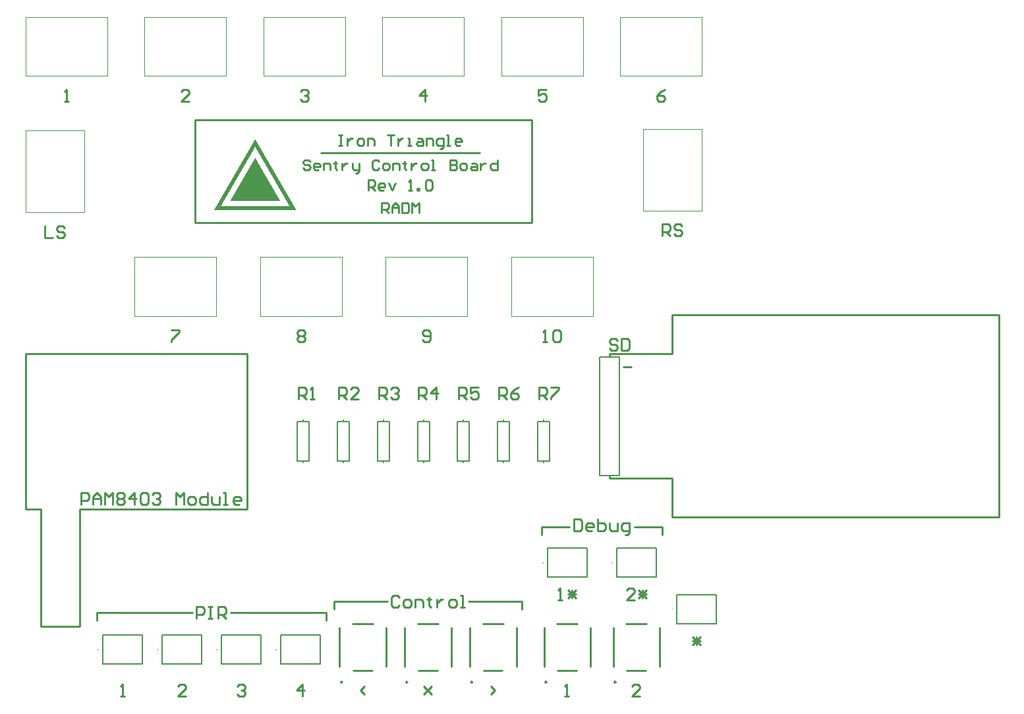
<source format=gbr>
%TF.GenerationSoftware,Altium Limited,Altium Designer,21.8.1 (53)*%
G04 Layer_Color=65535*
%FSLAX43Y43*%
%MOMM*%
%TF.SameCoordinates,048A42BD-2BC6-4B9E-88CB-C2FB4D5E15D7*%
%TF.FilePolarity,Positive*%
%TF.FileFunction,Legend,Top*%
%TF.Part,Single*%
G01*
G75*
%TA.AperFunction,NonConductor*%
%ADD11C,0.254*%
%ADD31C,0.100*%
%ADD32C,0.200*%
G36*
X33566Y72572D02*
X33570D01*
Y72568D01*
X33575D01*
Y72558D01*
X33580D01*
Y72549D01*
X33585D01*
Y72539D01*
X33589D01*
Y72535D01*
X33594D01*
Y72525D01*
X33599D01*
Y72516D01*
X33603D01*
Y72511D01*
X33608D01*
Y72502D01*
X33613D01*
Y72492D01*
X33618D01*
Y72483D01*
X33622D01*
Y72478D01*
X33627D01*
Y72469D01*
X33632D01*
Y72459D01*
X33636D01*
Y72450D01*
X33641D01*
Y72445D01*
X33646D01*
Y72436D01*
X33651D01*
Y72426D01*
X33655D01*
Y72421D01*
X33660D01*
Y72412D01*
X33665D01*
Y72403D01*
X33669D01*
Y72393D01*
X33674D01*
Y72388D01*
X33679D01*
Y72379D01*
X33684D01*
Y72370D01*
X33688D01*
Y72365D01*
X33693D01*
Y72355D01*
X33698D01*
Y72346D01*
X33702D01*
Y72337D01*
X33707D01*
Y72332D01*
X33712D01*
Y72322D01*
X33717D01*
Y72313D01*
X33721D01*
Y72304D01*
X33726D01*
Y72299D01*
X33731D01*
Y72289D01*
X33735D01*
Y72280D01*
X33740D01*
Y72275D01*
X33745D01*
Y72266D01*
X33750D01*
Y72256D01*
X33754D01*
Y72247D01*
X33759D01*
Y72242D01*
X33764D01*
Y72233D01*
X33768D01*
Y72223D01*
X33773D01*
Y72219D01*
X33778D01*
Y72209D01*
X33783D01*
Y72200D01*
X33787D01*
Y72190D01*
X33792D01*
Y72186D01*
X33797D01*
Y72176D01*
X33801D01*
Y72167D01*
X33806D01*
Y72157D01*
X33811D01*
Y72153D01*
X33816D01*
Y72143D01*
X33820D01*
Y72134D01*
X33825D01*
Y72129D01*
X33830D01*
Y72120D01*
X33834D01*
Y72110D01*
X33839D01*
Y72101D01*
X33844D01*
Y72096D01*
X33849D01*
Y72087D01*
X33853D01*
Y72077D01*
X33858D01*
Y72068D01*
X33863D01*
Y72063D01*
X33867D01*
Y72054D01*
X33872D01*
Y72044D01*
X33877D01*
Y72040D01*
X33882D01*
Y72030D01*
X33886D01*
Y72021D01*
X33891D01*
Y72011D01*
X33896D01*
Y72007D01*
X33900D01*
Y71997D01*
X33905D01*
Y71988D01*
X33910D01*
Y71983D01*
X33915D01*
Y71974D01*
X33919D01*
Y71964D01*
X33924D01*
Y71955D01*
X33929D01*
Y71950D01*
X33933D01*
Y71941D01*
X33938D01*
Y71931D01*
X33943D01*
Y71922D01*
X33947D01*
Y71917D01*
X33952D01*
Y71908D01*
X33957D01*
Y71898D01*
X33962D01*
Y71894D01*
X33966D01*
Y71884D01*
X33971D01*
Y71875D01*
X33976D01*
Y71865D01*
X33980D01*
Y71861D01*
X33985D01*
Y71851D01*
X33990D01*
Y71842D01*
X33995D01*
Y71837D01*
X33999D01*
Y71828D01*
X34004D01*
Y71818D01*
X34009D01*
Y71809D01*
X34013D01*
Y71804D01*
X34018D01*
Y71795D01*
X34023D01*
Y71785D01*
X34028D01*
Y71776D01*
X34032D01*
Y71771D01*
X34037D01*
Y71762D01*
X34042D01*
Y71752D01*
X34046D01*
Y71747D01*
X34051D01*
Y71738D01*
X34056D01*
Y71729D01*
X34061D01*
Y71719D01*
X34065D01*
Y71714D01*
X34070D01*
Y71705D01*
X34075D01*
Y71696D01*
X34079D01*
Y71686D01*
X34084D01*
Y71681D01*
X34089D01*
Y71672D01*
X34094D01*
Y71663D01*
X34098D01*
Y71658D01*
X34103D01*
Y71648D01*
X34108D01*
Y71639D01*
X34112D01*
Y71630D01*
X34117D01*
Y71625D01*
X34122D01*
Y71615D01*
X34127D01*
Y71606D01*
X34131D01*
Y71601D01*
X34136D01*
Y71592D01*
X34141D01*
Y71582D01*
X34145D01*
Y71573D01*
X34150D01*
Y71568D01*
X34155D01*
Y71559D01*
X34160D01*
Y71549D01*
X34164D01*
Y71540D01*
X34169D01*
Y71535D01*
X34174D01*
Y71526D01*
X34178D01*
Y71516D01*
X34183D01*
Y71512D01*
X34188D01*
Y71502D01*
X34193D01*
Y71493D01*
X34197D01*
Y71483D01*
X34202D01*
Y71479D01*
X34207D01*
Y71469D01*
X34211D01*
Y71460D01*
X34216D01*
Y71450D01*
X34221D01*
Y71446D01*
X34226D01*
Y71436D01*
X34230D01*
Y71427D01*
X34235D01*
Y71422D01*
X34240D01*
Y71413D01*
X34244D01*
Y71403D01*
X34249D01*
Y71394D01*
X34254D01*
Y71389D01*
X34259D01*
Y71380D01*
X34263D01*
Y71370D01*
X34268D01*
Y71366D01*
X34273D01*
Y71356D01*
X34277D01*
Y71347D01*
X34282D01*
Y71337D01*
X34287D01*
Y71333D01*
X34292D01*
Y71323D01*
X34296D01*
Y71314D01*
X34301D01*
Y71304D01*
X34306D01*
Y71300D01*
X34310D01*
Y71290D01*
X34315D01*
Y71281D01*
X34320D01*
Y71276D01*
X34325D01*
Y71267D01*
X34329D01*
Y71257D01*
X34334D01*
Y71248D01*
X34339D01*
Y71243D01*
X34343D01*
Y71234D01*
X34348D01*
Y71224D01*
X34353D01*
Y71220D01*
X34358D01*
Y71210D01*
X34362D01*
Y71201D01*
X34367D01*
Y71191D01*
X34372D01*
Y71187D01*
X34376D01*
Y71177D01*
X34381D01*
Y71168D01*
X34386D01*
Y71158D01*
X34391D01*
Y71154D01*
X34395D01*
Y71144D01*
X34400D01*
Y71135D01*
X34405D01*
Y71130D01*
X34409D01*
Y71121D01*
X34414D01*
Y71111D01*
X34419D01*
Y71102D01*
X34424D01*
Y71097D01*
X34428D01*
Y71088D01*
X34433D01*
Y71078D01*
X34438D01*
Y71069D01*
X34442D01*
Y71064D01*
X34447D01*
Y71055D01*
X34452D01*
Y71045D01*
X34457D01*
Y71040D01*
X34461D01*
Y71031D01*
X34466D01*
Y71022D01*
X34471D01*
Y71012D01*
X34475D01*
Y71007D01*
X34480D01*
Y70998D01*
X34485D01*
Y70989D01*
X34490D01*
Y70984D01*
X34494D01*
Y70974D01*
X34499D01*
Y70965D01*
X34504D01*
Y70956D01*
X34508D01*
Y70951D01*
X34513D01*
Y70941D01*
X34518D01*
Y70932D01*
X34523D01*
Y70923D01*
X34527D01*
Y70918D01*
X34532D01*
Y70908D01*
X34537D01*
Y70899D01*
X34541D01*
Y70894D01*
X34546D01*
Y70885D01*
X34551D01*
Y70875D01*
X34556D01*
Y70866D01*
X34560D01*
Y70861D01*
X34565D01*
Y70852D01*
X34570D01*
Y70842D01*
X34574D01*
Y70833D01*
X34579D01*
Y70828D01*
X34584D01*
Y70819D01*
X34589D01*
Y70809D01*
X34593D01*
Y70805D01*
X34598D01*
Y70795D01*
X34603D01*
Y70786D01*
X34607D01*
Y70776D01*
X34612D01*
Y70772D01*
X34617D01*
Y70762D01*
X34622D01*
Y70753D01*
X34626D01*
Y70748D01*
X34631D01*
Y70739D01*
X34636D01*
Y70729D01*
X34640D01*
Y70720D01*
X34645D01*
Y70715D01*
X34650D01*
Y70706D01*
X34654D01*
Y70696D01*
X34659D01*
Y70687D01*
X34664D01*
Y70682D01*
X34669D01*
Y70673D01*
X34673D01*
Y70663D01*
X34678D01*
Y70659D01*
X34683D01*
Y70649D01*
X34688D01*
Y70640D01*
X34692D01*
Y70630D01*
X34697D01*
Y70626D01*
X34702D01*
Y70616D01*
X34706D01*
Y70607D01*
X34711D01*
Y70602D01*
X34716D01*
Y70593D01*
X34720D01*
Y70583D01*
X34725D01*
Y70574D01*
X34730D01*
Y70569D01*
X34735D01*
Y70560D01*
X34739D01*
Y70550D01*
X34744D01*
Y70541D01*
X34749D01*
Y70536D01*
X34753D01*
Y70527D01*
X34758D01*
Y70517D01*
X34763D01*
Y70512D01*
X34768D01*
Y70503D01*
X34772D01*
Y70494D01*
X34777D01*
Y70484D01*
X34782D01*
Y70479D01*
X34786D01*
Y70470D01*
X34791D01*
Y70461D01*
X34796D01*
Y70451D01*
X34801D01*
Y70447D01*
X34805D01*
Y70437D01*
X34810D01*
Y70428D01*
X34815D01*
Y70423D01*
X34819D01*
Y70414D01*
X34824D01*
Y70404D01*
X34829D01*
Y70395D01*
X34834D01*
Y70390D01*
X34838D01*
Y70381D01*
X34843D01*
Y70371D01*
X34848D01*
Y70366D01*
X34852D01*
Y70357D01*
X34857D01*
Y70348D01*
X34862D01*
Y70338D01*
X34867D01*
Y70333D01*
X34871D01*
Y70324D01*
X34876D01*
Y70315D01*
X34881D01*
Y70305D01*
X34885D01*
Y70300D01*
X34890D01*
Y70291D01*
X34895D01*
Y70282D01*
X34900D01*
Y70277D01*
X34904D01*
Y70267D01*
X34909D01*
Y70258D01*
X34914D01*
Y70249D01*
X34918D01*
Y70244D01*
X34923D01*
Y70234D01*
X34928D01*
Y70225D01*
X34933D01*
Y70220D01*
X34937D01*
Y70211D01*
X34942D01*
Y70201D01*
X34947D01*
Y70192D01*
X34951D01*
Y70187D01*
X34956D01*
Y70178D01*
X34961D01*
Y70168D01*
X34966D01*
Y70159D01*
X34970D01*
Y70154D01*
X34975D01*
Y70145D01*
X34980D01*
Y70135D01*
X34984D01*
Y70131D01*
X34989D01*
Y70121D01*
X34994D01*
Y70112D01*
X34999D01*
Y70102D01*
X35003D01*
Y70098D01*
X35008D01*
Y70088D01*
X35013D01*
Y70079D01*
X35017D01*
Y70069D01*
X35022D01*
Y70065D01*
X35027D01*
Y70055D01*
X35032D01*
Y70046D01*
X35036D01*
Y70041D01*
X35041D01*
Y70032D01*
X35046D01*
Y70022D01*
X35050D01*
Y70013D01*
X35055D01*
Y70008D01*
X35060D01*
Y69999D01*
X35065D01*
Y69989D01*
X35069D01*
Y69985D01*
X35074D01*
Y69975D01*
X35079D01*
Y69966D01*
X35083D01*
Y69956D01*
X35088D01*
Y69952D01*
X35093D01*
Y69942D01*
X35098D01*
Y69933D01*
X35102D01*
Y69923D01*
X35107D01*
Y69919D01*
X35112D01*
Y69909D01*
X35116D01*
Y69900D01*
X35121D01*
Y69895D01*
X35126D01*
Y69886D01*
X35131D01*
Y69876D01*
X35135D01*
Y69867D01*
X35140D01*
Y69862D01*
X35145D01*
Y69853D01*
X35149D01*
Y69843D01*
X35154D01*
Y69834D01*
X35159D01*
Y69829D01*
X35164D01*
Y69820D01*
X35168D01*
Y69810D01*
X35173D01*
Y69805D01*
X35178D01*
Y69796D01*
X35182D01*
Y69787D01*
X35187D01*
Y69777D01*
X35192D01*
Y69772D01*
X35197D01*
Y69763D01*
X35201D01*
Y69754D01*
X35206D01*
Y69749D01*
X35211D01*
Y69740D01*
X35215D01*
Y69730D01*
X35220D01*
Y69721D01*
X35225D01*
Y69716D01*
X35230D01*
Y69707D01*
X35234D01*
Y69697D01*
X35239D01*
Y69688D01*
X35244D01*
Y69683D01*
X35248D01*
Y69674D01*
X35253D01*
Y69664D01*
X35258D01*
Y69659D01*
X35263D01*
Y69650D01*
X35267D01*
Y69641D01*
X35272D01*
Y69631D01*
X35277D01*
Y69626D01*
X35281D01*
Y69617D01*
X35286D01*
Y69608D01*
X35291D01*
Y69603D01*
X35296D01*
Y69593D01*
X35300D01*
Y69584D01*
X35305D01*
Y69575D01*
X35310D01*
Y69570D01*
X35314D01*
Y69560D01*
X35319D01*
Y69551D01*
X35324D01*
Y69542D01*
X35329D01*
Y69537D01*
X35333D01*
Y69527D01*
X35338D01*
Y69518D01*
X35343D01*
Y69513D01*
X35347D01*
Y69504D01*
X35352D01*
Y69494D01*
X35357D01*
Y69485D01*
X35362D01*
Y69480D01*
X35366D01*
Y69471D01*
X35371D01*
Y69461D01*
X35376D01*
Y69452D01*
X35380D01*
Y69447D01*
X35385D01*
Y69438D01*
X35390D01*
Y69428D01*
X35395D01*
Y69424D01*
X35399D01*
Y69414D01*
X35404D01*
Y69405D01*
X35409D01*
Y69395D01*
X35413D01*
Y69391D01*
X35418D01*
Y69381D01*
X35423D01*
Y69372D01*
X35428D01*
Y69367D01*
X35432D01*
Y69358D01*
X35437D01*
Y69348D01*
X35442D01*
Y69339D01*
X35446D01*
Y69334D01*
X35451D01*
Y69325D01*
X35456D01*
Y69315D01*
X35460D01*
Y69306D01*
X35465D01*
Y69301D01*
X35470D01*
Y69292D01*
X35475D01*
Y69282D01*
X35479D01*
Y69278D01*
X35484D01*
Y69268D01*
X35489D01*
Y69259D01*
X35493D01*
Y69249D01*
X35498D01*
Y69245D01*
X35503D01*
Y69235D01*
X35508D01*
Y69226D01*
X35512D01*
Y69216D01*
X35517D01*
Y69212D01*
X35522D01*
Y69202D01*
X35526D01*
Y69193D01*
X35531D01*
Y69188D01*
X35536D01*
Y69179D01*
X35541D01*
Y69169D01*
X35545D01*
Y69160D01*
X35550D01*
Y69155D01*
X35555D01*
Y69146D01*
X35559D01*
Y69136D01*
X35564D01*
Y69131D01*
X35569D01*
Y69122D01*
X35574D01*
Y69113D01*
X35578D01*
Y69103D01*
X35583D01*
Y69098D01*
X35588D01*
Y69089D01*
X35592D01*
Y69080D01*
X35597D01*
Y69070D01*
X35602D01*
Y69065D01*
X35607D01*
Y69056D01*
X35611D01*
Y69047D01*
X35616D01*
Y69042D01*
X35621D01*
Y69032D01*
X35625D01*
Y69023D01*
X35630D01*
Y69014D01*
X35635D01*
Y69009D01*
X35640D01*
Y68999D01*
X35644D01*
Y68990D01*
X35649D01*
Y68985D01*
X35654D01*
Y68976D01*
X35658D01*
Y68966D01*
X35663D01*
Y68957D01*
X35668D01*
Y68952D01*
X35673D01*
Y68943D01*
X35677D01*
Y68934D01*
X35682D01*
Y68924D01*
X35687D01*
Y68919D01*
X35691D01*
Y68910D01*
X35696D01*
Y68901D01*
X35701D01*
Y68896D01*
X35706D01*
Y68886D01*
X35710D01*
Y68877D01*
X35715D01*
Y68868D01*
X35720D01*
Y68863D01*
X35724D01*
Y68853D01*
X35729D01*
Y68844D01*
X35734D01*
Y68835D01*
X35739D01*
Y68830D01*
X35743D01*
Y68820D01*
X35748D01*
Y68811D01*
X35753D01*
Y68806D01*
X35757D01*
Y68797D01*
X35762D01*
Y68787D01*
X35767D01*
Y68778D01*
X35772D01*
Y68773D01*
X35776D01*
Y68764D01*
X35781D01*
Y68754D01*
X35786D01*
Y68750D01*
X35790D01*
Y68740D01*
X35795D01*
Y68731D01*
X35800D01*
Y68721D01*
X35805D01*
Y68717D01*
X35809D01*
Y68707D01*
X35814D01*
Y68698D01*
X35819D01*
Y68688D01*
X35823D01*
Y68684D01*
X35828D01*
Y68674D01*
X35833D01*
Y68665D01*
X35838D01*
Y68660D01*
X35842D01*
Y68651D01*
X35847D01*
Y68641D01*
X35852D01*
Y68632D01*
X35856D01*
Y68627D01*
X35861D01*
Y68618D01*
X35866D01*
Y68608D01*
X35871D01*
Y68604D01*
X35875D01*
Y68594D01*
X35880D01*
Y68585D01*
X35885D01*
Y68575D01*
X35889D01*
Y68571D01*
X35894D01*
Y68561D01*
X35899D01*
Y68552D01*
X35904D01*
Y68542D01*
X35908D01*
Y68538D01*
X35913D01*
Y68528D01*
X35918D01*
Y68519D01*
X35922D01*
Y68514D01*
X35927D01*
Y68505D01*
X35932D01*
Y68495D01*
X35937D01*
Y68486D01*
X35941D01*
Y68481D01*
X35946D01*
Y68472D01*
X35951D01*
Y68462D01*
X35955D01*
Y68453D01*
X35960D01*
Y68448D01*
X35965D01*
Y68439D01*
X35970D01*
Y68429D01*
X35974D01*
Y68424D01*
X35979D01*
Y68415D01*
X35984D01*
Y68406D01*
X35988D01*
Y68396D01*
X35993D01*
Y68391D01*
X35998D01*
Y68382D01*
X36003D01*
Y68373D01*
X36007D01*
Y68368D01*
X36012D01*
Y68358D01*
X36017D01*
Y68349D01*
X36021D01*
Y68340D01*
X36026D01*
Y68335D01*
X36031D01*
Y68325D01*
X36036D01*
Y68316D01*
X36040D01*
Y68307D01*
X36045D01*
Y68302D01*
X36050D01*
Y68292D01*
X36054D01*
Y68283D01*
X36059D01*
Y68278D01*
X36064D01*
Y68269D01*
X36069D01*
Y68259D01*
X36073D01*
Y68250D01*
X36078D01*
Y68245D01*
X36083D01*
Y68236D01*
X36087D01*
Y68227D01*
X36092D01*
Y68217D01*
X36097D01*
Y68212D01*
X36102D01*
Y68203D01*
X36106D01*
Y68193D01*
X36111D01*
Y68189D01*
X36116D01*
Y68179D01*
X36120D01*
Y68170D01*
X36125D01*
Y68161D01*
X36130D01*
Y68156D01*
X36135D01*
Y68146D01*
X36139D01*
Y68137D01*
X36144D01*
Y68132D01*
X36149D01*
Y68123D01*
X36153D01*
Y68113D01*
X36158D01*
Y68104D01*
X36163D01*
Y68099D01*
X36167D01*
Y68090D01*
X36172D01*
Y68080D01*
X36177D01*
Y68071D01*
X36182D01*
Y68066D01*
X36186D01*
Y68057D01*
X36191D01*
Y68047D01*
X36196D01*
Y68043D01*
X36201D01*
Y68033D01*
X36205D01*
Y68024D01*
X36210D01*
Y68014D01*
X36215D01*
Y68010D01*
X36219D01*
Y68000D01*
X36224D01*
Y67991D01*
X36229D01*
Y67986D01*
X36233D01*
Y67977D01*
X36238D01*
Y67967D01*
X36243D01*
Y67958D01*
X36248D01*
Y67953D01*
X36252D01*
Y67944D01*
X36257D01*
Y67934D01*
X36262D01*
Y67925D01*
X36266D01*
Y67920D01*
X36271D01*
Y67911D01*
X36276D01*
Y67901D01*
X36281D01*
Y67897D01*
X36285D01*
Y67887D01*
X36290D01*
Y67878D01*
X36295D01*
Y67868D01*
X36299D01*
Y67864D01*
X36304D01*
Y67854D01*
X36309D01*
Y67845D01*
X36314D01*
Y67835D01*
X36318D01*
Y67831D01*
X36323D01*
Y67821D01*
X36328D01*
Y67812D01*
X36332D01*
Y67807D01*
X36337D01*
Y67798D01*
X36342D01*
Y67788D01*
X36347D01*
Y67779D01*
X36351D01*
Y67774D01*
X36356D01*
Y67765D01*
X36361D01*
Y67755D01*
X36365D01*
Y67750D01*
X36370D01*
Y67741D01*
X36375D01*
Y67732D01*
X36380D01*
Y67722D01*
X36384D01*
Y67717D01*
X36389D01*
Y67708D01*
X36394D01*
Y67699D01*
X36398D01*
Y67689D01*
X36403D01*
Y67684D01*
X36408D01*
Y67675D01*
X36413D01*
Y67666D01*
X36417D01*
Y67661D01*
X36422D01*
Y67651D01*
X36427D01*
Y67642D01*
X36431D01*
Y67633D01*
X36436D01*
Y67628D01*
X36441D01*
Y67618D01*
X36446D01*
Y67609D01*
X36450D01*
Y67600D01*
X36455D01*
Y67595D01*
X36460D01*
Y67585D01*
X36464D01*
Y67576D01*
X36469D01*
Y67571D01*
X36474D01*
Y67562D01*
X36479D01*
Y67552D01*
X36483D01*
Y67543D01*
X36488D01*
Y67538D01*
X36493D01*
Y67529D01*
X36497D01*
Y67519D01*
X36502D01*
Y67515D01*
X36507D01*
Y67505D01*
X36512D01*
Y67496D01*
X36516D01*
Y67486D01*
X36521D01*
Y67482D01*
X36526D01*
Y67472D01*
X36530D01*
Y67463D01*
X36535D01*
Y67453D01*
X36540D01*
Y67449D01*
X36545D01*
Y67439D01*
X36549D01*
Y67430D01*
X36554D01*
Y67425D01*
X36559D01*
Y67416D01*
X36563D01*
Y67406D01*
X36568D01*
Y67397D01*
X36573D01*
Y67392D01*
X36578D01*
Y67383D01*
X36582D01*
Y67373D01*
X36587D01*
Y67369D01*
X36592D01*
Y67359D01*
X36596D01*
Y67350D01*
X36601D01*
Y67340D01*
X36606D01*
Y67336D01*
X36611D01*
Y67326D01*
X36615D01*
Y67317D01*
X36620D01*
Y67307D01*
X36625D01*
Y67303D01*
X36629D01*
Y67293D01*
X36634D01*
Y67284D01*
X36639D01*
Y67279D01*
X36644D01*
Y67270D01*
X36648D01*
Y67260D01*
X36653D01*
Y67251D01*
X36658D01*
Y67246D01*
X36662D01*
Y67237D01*
X36667D01*
Y67227D01*
X36672D01*
Y67218D01*
X36677D01*
Y67213D01*
X36681D01*
Y67204D01*
X36686D01*
Y67194D01*
X36691D01*
Y67190D01*
X36695D01*
Y67180D01*
X36700D01*
Y67171D01*
X36705D01*
Y67161D01*
X36710D01*
Y67157D01*
X36714D01*
Y67147D01*
X36719D01*
Y67138D01*
X36724D01*
Y67133D01*
X36728D01*
Y67124D01*
X36733D01*
Y67114D01*
X36738D01*
Y67105D01*
X36743D01*
Y67100D01*
X36747D01*
Y67091D01*
X36752D01*
Y67081D01*
X36757D01*
Y67072D01*
X36761D01*
Y67067D01*
X36766D01*
Y67058D01*
X36771D01*
Y67048D01*
X36776D01*
Y67043D01*
X36780D01*
Y67034D01*
X36785D01*
Y67025D01*
X36790D01*
Y67015D01*
X36794D01*
Y67010D01*
X36799D01*
Y67001D01*
X36804D01*
Y66992D01*
X36809D01*
Y66987D01*
X36813D01*
Y66977D01*
X36818D01*
Y66968D01*
X36823D01*
Y66959D01*
X36827D01*
Y66954D01*
X36832D01*
Y66944D01*
X36837D01*
Y66935D01*
X36842D01*
Y66926D01*
X36846D01*
Y66921D01*
X36851D01*
Y66911D01*
X36856D01*
Y66902D01*
X36860D01*
Y66897D01*
X36865D01*
Y66888D01*
X36870D01*
Y66878D01*
X36875D01*
Y66869D01*
X36879D01*
Y66864D01*
X36884D01*
Y66855D01*
X36889D01*
Y66845D01*
X36893D01*
Y66836D01*
X36898D01*
Y66831D01*
X36903D01*
Y66822D01*
X36908D01*
Y66812D01*
X36912D01*
Y66808D01*
X36917D01*
Y66798D01*
X36922D01*
Y66789D01*
X36926D01*
Y66779D01*
X36931D01*
Y66775D01*
X36936D01*
Y66765D01*
X36940D01*
Y66756D01*
X36945D01*
Y66751D01*
X36950D01*
Y66742D01*
X36955D01*
Y66732D01*
X36959D01*
Y66723D01*
X36964D01*
Y66718D01*
X36969D01*
Y66709D01*
X36973D01*
Y66699D01*
X36978D01*
Y66690D01*
X36983D01*
Y66685D01*
X36988D01*
Y66676D01*
X36992D01*
Y66666D01*
X36997D01*
Y66662D01*
X37002D01*
Y66652D01*
X37006D01*
Y66643D01*
X37011D01*
Y66633D01*
X37016D01*
Y66629D01*
X37021D01*
Y66619D01*
X37025D01*
Y66610D01*
X37030D01*
Y66600D01*
X37035D01*
Y66596D01*
X37039D01*
Y66586D01*
X37044D01*
Y66577D01*
X37049D01*
Y66572D01*
X37054D01*
Y66563D01*
X37058D01*
Y66553D01*
X37063D01*
Y66544D01*
X37068D01*
Y66539D01*
X37072D01*
Y66530D01*
X37077D01*
Y66520D01*
X37082D01*
Y66516D01*
X37087D01*
Y66506D01*
X37091D01*
Y66497D01*
X37096D01*
Y66487D01*
X37101D01*
Y66483D01*
X37105D01*
Y66473D01*
X37110D01*
Y66464D01*
X37115D01*
Y66454D01*
X37120D01*
Y66450D01*
X37124D01*
Y66440D01*
X37129D01*
Y66431D01*
X37134D01*
Y66426D01*
X37138D01*
Y66417D01*
X37143D01*
Y66407D01*
X37148D01*
Y66398D01*
X37153D01*
Y66393D01*
X37157D01*
Y66384D01*
X37162D01*
Y66374D01*
X37167D01*
Y66369D01*
X37171D01*
Y66360D01*
X37176D01*
Y66351D01*
X37181D01*
Y66341D01*
X37186D01*
Y66336D01*
X37190D01*
Y66327D01*
X37195D01*
Y66318D01*
X37200D01*
Y66308D01*
X37204D01*
Y66303D01*
X37209D01*
Y66294D01*
X37214D01*
Y66285D01*
X37219D01*
Y66280D01*
X37223D01*
Y66270D01*
X37228D01*
Y66261D01*
X37233D01*
Y66252D01*
X37237D01*
Y66247D01*
X37242D01*
Y66237D01*
X37247D01*
Y66228D01*
X37252D01*
Y66219D01*
X37256D01*
Y66214D01*
X37261D01*
Y66204D01*
X37266D01*
Y66195D01*
X37270D01*
Y66190D01*
X37275D01*
Y66181D01*
X37280D01*
Y66171D01*
X37285D01*
Y66162D01*
X37289D01*
Y66157D01*
X37294D01*
Y66148D01*
X37299D01*
Y66138D01*
X37303D01*
Y66134D01*
X37308D01*
Y66124D01*
X37313D01*
Y66115D01*
X37318D01*
Y66105D01*
X37322D01*
Y66101D01*
X37327D01*
Y66091D01*
X37332D01*
Y66082D01*
X37336D01*
Y66072D01*
X37341D01*
Y66068D01*
X37346D01*
Y66058D01*
X37351D01*
Y66049D01*
X37355D01*
Y66044D01*
X37360D01*
Y66035D01*
X37365D01*
Y66025D01*
X37369D01*
Y66016D01*
X37374D01*
Y66011D01*
X37379D01*
Y66002D01*
X37384D01*
Y65992D01*
X37388D01*
Y65983D01*
X37393D01*
Y65978D01*
X37398D01*
Y65969D01*
X37402D01*
Y65959D01*
X37407D01*
Y65955D01*
X37412D01*
Y65945D01*
X37417D01*
Y65936D01*
X37421D01*
Y65926D01*
X37426D01*
Y65922D01*
X37431D01*
Y65912D01*
X37435D01*
Y65903D01*
X37440D01*
Y65898D01*
X37445D01*
Y65889D01*
X37450D01*
Y65879D01*
X37454D01*
Y65870D01*
X37459D01*
Y65865D01*
X37464D01*
Y65856D01*
X37468D01*
Y65846D01*
X37473D01*
Y65837D01*
X37478D01*
Y65832D01*
X37483D01*
Y65823D01*
X37487D01*
Y65813D01*
X37492D01*
Y65809D01*
X37497D01*
Y65799D01*
X37501D01*
Y65790D01*
X37506D01*
Y65780D01*
X37511D01*
Y65776D01*
X37516D01*
Y65766D01*
X37520D01*
Y65757D01*
X37525D01*
Y65752D01*
X37530D01*
Y65743D01*
X37534D01*
Y65733D01*
X37539D01*
Y65724D01*
X37544D01*
Y65719D01*
X37549D01*
Y65710D01*
X37553D01*
Y65700D01*
X37558D01*
Y65691D01*
X37563D01*
Y65686D01*
X37567D01*
Y65677D01*
X37572D01*
Y65667D01*
X37577D01*
Y65662D01*
X37582D01*
Y65653D01*
X37586D01*
Y65644D01*
X37591D01*
Y65634D01*
X37596D01*
Y65629D01*
X37600D01*
Y65620D01*
X37605D01*
Y65611D01*
X37610D01*
Y65601D01*
X37615D01*
Y65596D01*
X37619D01*
Y65587D01*
X37624D01*
Y65578D01*
X37629D01*
Y65573D01*
X37633D01*
Y65563D01*
X37638D01*
Y65554D01*
X37643D01*
Y65545D01*
X37648D01*
Y65540D01*
X37652D01*
Y65530D01*
X37657D01*
Y65521D01*
X37662D01*
Y65516D01*
X37666D01*
Y65507D01*
X37671D01*
Y65497D01*
X37676D01*
Y65488D01*
X37681D01*
Y65483D01*
X37685D01*
Y65474D01*
X37690D01*
Y65464D01*
X37695D01*
Y65455D01*
X37699D01*
Y65450D01*
X37704D01*
Y65441D01*
X37709D01*
Y65431D01*
X37714D01*
Y65427D01*
X37718D01*
Y65417D01*
X37723D01*
Y65408D01*
X37728D01*
Y65398D01*
X37732D01*
Y65394D01*
X37737D01*
Y65384D01*
X37742D01*
Y65375D01*
X37746D01*
Y65370D01*
X37751D01*
Y65361D01*
X37756D01*
Y65351D01*
X37761D01*
Y65342D01*
X37765D01*
Y65337D01*
X37770D01*
Y65328D01*
X37775D01*
Y65318D01*
X37779D01*
Y65309D01*
X37784D01*
Y65304D01*
X37789D01*
Y65295D01*
X37794D01*
Y65285D01*
X37798D01*
Y65281D01*
X37803D01*
Y65271D01*
X37808D01*
Y65262D01*
X37812D01*
Y65252D01*
X37817D01*
Y65248D01*
X37822D01*
Y65238D01*
X37827D01*
Y65229D01*
X37831D01*
Y65219D01*
X37836D01*
Y65215D01*
X37841D01*
Y65205D01*
X37845D01*
Y65196D01*
X37850D01*
Y65191D01*
X37855D01*
Y65182D01*
X37860D01*
Y65172D01*
X37864D01*
Y65163D01*
X37869D01*
Y65158D01*
X37874D01*
Y65149D01*
X37878D01*
Y65139D01*
X37883D01*
Y65135D01*
X37888D01*
Y65125D01*
X37893D01*
Y65116D01*
X37897D01*
Y65106D01*
X37902D01*
Y65102D01*
X37907D01*
Y65092D01*
X37911D01*
Y65083D01*
X37916D01*
Y65073D01*
X37921D01*
Y65069D01*
X37926D01*
Y65059D01*
X37930D01*
Y65050D01*
X37935D01*
Y65045D01*
X37940D01*
Y65036D01*
X37944D01*
Y65026D01*
X37949D01*
Y65017D01*
X37954D01*
Y65012D01*
X37959D01*
Y65003D01*
X37963D01*
Y64993D01*
X37968D01*
Y64984D01*
X37973D01*
Y64979D01*
X37977D01*
Y64970D01*
X37982D01*
Y64960D01*
X37987D01*
Y64955D01*
X37992D01*
Y64946D01*
X37996D01*
Y64937D01*
X38001D01*
Y64927D01*
X38006D01*
Y64922D01*
X38010D01*
Y64913D01*
X38015D01*
Y64904D01*
X38020D01*
Y64899D01*
X38025D01*
Y64889D01*
X38029D01*
Y64880D01*
X38034D01*
Y64871D01*
X38039D01*
Y64866D01*
X38043D01*
Y64856D01*
X38048D01*
Y64847D01*
X38053D01*
Y64838D01*
X38058D01*
Y64833D01*
X38062D01*
Y64823D01*
X38067D01*
Y64814D01*
X38072D01*
Y64809D01*
X38076D01*
Y64800D01*
X38081D01*
Y64790D01*
X38086D01*
Y64781D01*
X38091D01*
Y64776D01*
X38095D01*
Y64767D01*
X38100D01*
Y64757D01*
X38105D01*
Y64753D01*
X38109D01*
Y64743D01*
X38114D01*
Y64734D01*
X38119D01*
Y64724D01*
X38124D01*
Y64720D01*
X38128D01*
Y64710D01*
X38133D01*
Y64701D01*
X38138D01*
Y64691D01*
X38142D01*
Y64687D01*
X38147D01*
Y64677D01*
X38152D01*
Y64668D01*
X38157D01*
Y64663D01*
X38161D01*
Y64654D01*
X38166D01*
Y64644D01*
X38171D01*
Y64635D01*
X38175D01*
Y64630D01*
X38180D01*
Y64621D01*
X38185D01*
Y64611D01*
X38190D01*
Y64602D01*
X38194D01*
Y64597D01*
X38199D01*
Y64588D01*
X38204D01*
Y64578D01*
X38208D01*
Y64574D01*
X38213D01*
Y64564D01*
X38218D01*
Y64555D01*
X38223D01*
Y64545D01*
X38227D01*
Y64541D01*
X38232D01*
Y64531D01*
X38237D01*
Y64522D01*
X38241D01*
Y64517D01*
X38246D01*
Y64508D01*
X38251D01*
Y64498D01*
X38256D01*
Y64489D01*
X38260D01*
Y64484D01*
X38265D01*
Y64475D01*
X38270D01*
Y64465D01*
X38274D01*
Y64456D01*
X38279D01*
Y64451D01*
X38284D01*
Y64442D01*
X38289D01*
Y64432D01*
X38293D01*
Y64427D01*
X38298D01*
Y64418D01*
X38303D01*
Y64409D01*
X38307D01*
Y64399D01*
X38312D01*
Y64395D01*
X38317D01*
Y64385D01*
X38322D01*
Y64376D01*
X38326D01*
Y64366D01*
X38331D01*
Y64362D01*
X38336D01*
Y64352D01*
X38340D01*
Y64343D01*
X38345D01*
Y64338D01*
X38350D01*
Y64329D01*
X38355D01*
Y64319D01*
X38359D01*
Y64310D01*
X38364D01*
Y64305D01*
X38369D01*
Y64296D01*
X38373D01*
Y64286D01*
X38378D01*
Y64281D01*
X38383D01*
Y64272D01*
X38388D01*
Y64263D01*
X38392D01*
Y64253D01*
X38397D01*
Y64248D01*
X38402D01*
Y64239D01*
X38406D01*
Y64230D01*
X38411D01*
Y64220D01*
X38416D01*
Y64215D01*
X38421D01*
Y64206D01*
X38425D01*
Y64197D01*
X38430D01*
Y64192D01*
X38435D01*
Y64182D01*
X38439D01*
Y64173D01*
X38444D01*
Y64164D01*
X38449D01*
Y64159D01*
X38453D01*
Y64149D01*
X38458D01*
Y64140D01*
X38463D01*
Y64135D01*
X38468D01*
Y64126D01*
X38472D01*
Y64116D01*
X38477D01*
Y64107D01*
X38482D01*
Y64102D01*
X38486D01*
Y64093D01*
X38491D01*
Y64083D01*
X38496D01*
Y64074D01*
X38501D01*
Y64069D01*
X38505D01*
Y64060D01*
X38510D01*
Y64050D01*
X38515D01*
Y64046D01*
X38519D01*
Y64036D01*
X38524D01*
Y64027D01*
X38529D01*
Y64017D01*
X38534D01*
Y64013D01*
X38538D01*
Y64003D01*
X38543D01*
Y63994D01*
X38548D01*
Y63984D01*
X38552D01*
Y63980D01*
X38557D01*
Y63970D01*
X38562D01*
Y63961D01*
X38567D01*
Y63956D01*
X38571D01*
Y63947D01*
X38576D01*
Y63937D01*
X38581D01*
Y63928D01*
X38585D01*
Y63923D01*
X38590D01*
Y63914D01*
X38595D01*
Y63904D01*
X38600D01*
Y63900D01*
X38604D01*
Y63890D01*
X38609D01*
Y63881D01*
X38614D01*
Y63871D01*
X38618D01*
Y63867D01*
X38623D01*
Y63857D01*
X38628D01*
Y63848D01*
X38633D01*
Y63838D01*
X38637D01*
Y63834D01*
X38642D01*
Y63824D01*
X38647D01*
Y63815D01*
X38651D01*
Y63810D01*
X38656D01*
Y63801D01*
X38661D01*
Y63791D01*
X38666D01*
Y63782D01*
X38670D01*
Y63777D01*
X38675D01*
Y63768D01*
X38680D01*
Y63758D01*
X38684D01*
Y63753D01*
X38689D01*
Y63744D01*
X38694D01*
Y63735D01*
X38699D01*
Y63725D01*
X38703D01*
Y63720D01*
X38708D01*
Y63711D01*
X38713D01*
Y63702D01*
X38717D01*
Y63692D01*
X38722D01*
Y63687D01*
X38727D01*
Y63678D01*
X38732D01*
Y63669D01*
X38736D01*
Y63664D01*
X38741D01*
Y63654D01*
X38746D01*
Y63645D01*
X38750D01*
Y63636D01*
X38755D01*
Y63631D01*
X38760D01*
Y63621D01*
X38765D01*
Y63612D01*
X38769D01*
Y63603D01*
X38774D01*
Y63598D01*
X38779D01*
Y63589D01*
X38783D01*
Y63579D01*
X38788D01*
Y63574D01*
X38793D01*
Y63565D01*
X38798D01*
Y63556D01*
X38802D01*
Y63546D01*
X38807D01*
Y63541D01*
X38812D01*
Y63532D01*
X38816D01*
Y63523D01*
X38821D01*
Y63518D01*
X38826D01*
Y63508D01*
X38831D01*
Y63499D01*
X38835D01*
Y63490D01*
X38840D01*
Y63485D01*
X38845D01*
Y63475D01*
X38849D01*
Y63466D01*
X38854D01*
Y63457D01*
X38859D01*
Y63452D01*
X38864D01*
Y63442D01*
X28258D01*
Y63452D01*
X28263D01*
Y63457D01*
X28268D01*
Y63466D01*
X28273D01*
Y63475D01*
X28277D01*
Y63485D01*
X28282D01*
Y63490D01*
X28287D01*
Y63499D01*
X28291D01*
Y63508D01*
X28296D01*
Y63513D01*
X28301D01*
Y63523D01*
X28306D01*
Y63532D01*
X28310D01*
Y63541D01*
X28315D01*
Y63546D01*
X28320D01*
Y63556D01*
X28324D01*
Y63565D01*
X28329D01*
Y63570D01*
X28334D01*
Y63579D01*
X28339D01*
Y63589D01*
X28343D01*
Y63598D01*
X28348D01*
Y63603D01*
X28353D01*
Y63612D01*
X28357D01*
Y63621D01*
X28362D01*
Y63631D01*
X28367D01*
Y63636D01*
X28372D01*
Y63645D01*
X28376D01*
Y63654D01*
X28381D01*
Y63659D01*
X28386D01*
Y63669D01*
X28390D01*
Y63678D01*
X28395D01*
Y63687D01*
X28400D01*
Y63692D01*
X28405D01*
Y63702D01*
X28409D01*
Y63711D01*
X28414D01*
Y63720D01*
X28419D01*
Y63725D01*
X28423D01*
Y63735D01*
X28428D01*
Y63744D01*
X28433D01*
Y63749D01*
X28438D01*
Y63758D01*
X28442D01*
Y63768D01*
X28447D01*
Y63777D01*
X28452D01*
Y63782D01*
X28456D01*
Y63791D01*
X28461D01*
Y63801D01*
X28466D01*
Y63805D01*
X28471D01*
Y63815D01*
X28475D01*
Y63824D01*
X28480D01*
Y63834D01*
X28485D01*
Y63838D01*
X28489D01*
Y63848D01*
X28494D01*
Y63857D01*
X28499D01*
Y63867D01*
X28504D01*
Y63871D01*
X28508D01*
Y63881D01*
X28513D01*
Y63890D01*
X28518D01*
Y63895D01*
X28522D01*
Y63904D01*
X28527D01*
Y63914D01*
X28532D01*
Y63923D01*
X28537D01*
Y63928D01*
X28541D01*
Y63937D01*
X28546D01*
Y63947D01*
X28551D01*
Y63951D01*
X28555D01*
Y63961D01*
X28560D01*
Y63970D01*
X28565D01*
Y63980D01*
X28569D01*
Y63984D01*
X28574D01*
Y63994D01*
X28579D01*
Y64003D01*
X28584D01*
Y64013D01*
X28588D01*
Y64017D01*
X28593D01*
Y64027D01*
X28598D01*
Y64036D01*
X28603D01*
Y64041D01*
X28607D01*
Y64050D01*
X28612D01*
Y64060D01*
X28617D01*
Y64069D01*
X28621D01*
Y64074D01*
X28626D01*
Y64083D01*
X28631D01*
Y64093D01*
X28635D01*
Y64102D01*
X28640D01*
Y64107D01*
X28645D01*
Y64116D01*
X28650D01*
Y64126D01*
X28654D01*
Y64131D01*
X28659D01*
Y64140D01*
X28664D01*
Y64149D01*
X28668D01*
Y64159D01*
X28673D01*
Y64164D01*
X28678D01*
Y64173D01*
X28683D01*
Y64182D01*
X28687D01*
Y64187D01*
X28692D01*
Y64197D01*
X28697D01*
Y64206D01*
X28701D01*
Y64215D01*
X28706D01*
Y64220D01*
X28711D01*
Y64230D01*
X28716D01*
Y64239D01*
X28720D01*
Y64248D01*
X28725D01*
Y64253D01*
X28730D01*
Y64263D01*
X28734D01*
Y64272D01*
X28739D01*
Y64277D01*
X28744D01*
Y64286D01*
X28749D01*
Y64296D01*
X28753D01*
Y64305D01*
X28758D01*
Y64310D01*
X28763D01*
Y64319D01*
X28767D01*
Y64329D01*
X28772D01*
Y64338D01*
X28777D01*
Y64343D01*
X28782D01*
Y64352D01*
X28786D01*
Y64362D01*
X28791D01*
Y64366D01*
X28796D01*
Y64376D01*
X28800D01*
Y64385D01*
X28805D01*
Y64395D01*
X28810D01*
Y64399D01*
X28815D01*
Y64409D01*
X28819D01*
Y64418D01*
X28824D01*
Y64423D01*
X28829D01*
Y64432D01*
X28833D01*
Y64442D01*
X28838D01*
Y64451D01*
X28843D01*
Y64456D01*
X28848D01*
Y64465D01*
X28852D01*
Y64475D01*
X28857D01*
Y64484D01*
X28862D01*
Y64489D01*
X28866D01*
Y64498D01*
X28871D01*
Y64508D01*
X28876D01*
Y64512D01*
X28881D01*
Y64522D01*
X28885D01*
Y64531D01*
X28890D01*
Y64541D01*
X28895D01*
Y64545D01*
X28899D01*
Y64555D01*
X28904D01*
Y64564D01*
X28909D01*
Y64569D01*
X28914D01*
Y64578D01*
X28918D01*
Y64588D01*
X28923D01*
Y64597D01*
X28928D01*
Y64602D01*
X28932D01*
Y64611D01*
X28937D01*
Y64621D01*
X28942D01*
Y64630D01*
X28947D01*
Y64635D01*
X28951D01*
Y64644D01*
X28956D01*
Y64654D01*
X28961D01*
Y64658D01*
X28965D01*
Y64668D01*
X28970D01*
Y64677D01*
X28975D01*
Y64687D01*
X28980D01*
Y64691D01*
X28984D01*
Y64701D01*
X28989D01*
Y64710D01*
X28994D01*
Y64720D01*
X28998D01*
Y64724D01*
X29003D01*
Y64734D01*
X29008D01*
Y64743D01*
X29013D01*
Y64748D01*
X29017D01*
Y64757D01*
X29022D01*
Y64767D01*
X29027D01*
Y64776D01*
X29031D01*
Y64781D01*
X29036D01*
Y64790D01*
X29041D01*
Y64800D01*
X29046D01*
Y64805D01*
X29050D01*
Y64814D01*
X29055D01*
Y64823D01*
X29060D01*
Y64833D01*
X29064D01*
Y64838D01*
X29069D01*
Y64847D01*
X29074D01*
Y64856D01*
X29079D01*
Y64866D01*
X29083D01*
Y64871D01*
X29088D01*
Y64880D01*
X29093D01*
Y64889D01*
X29097D01*
Y64894D01*
X29102D01*
Y64904D01*
X29107D01*
Y64913D01*
X29112D01*
Y64922D01*
X29116D01*
Y64927D01*
X29121D01*
Y64937D01*
X29126D01*
Y64946D01*
X29130D01*
Y64955D01*
X29135D01*
Y64960D01*
X29140D01*
Y64970D01*
X29145D01*
Y64979D01*
X29149D01*
Y64984D01*
X29154D01*
Y64993D01*
X29159D01*
Y65003D01*
X29163D01*
Y65012D01*
X29168D01*
Y65017D01*
X29173D01*
Y65026D01*
X29178D01*
Y65036D01*
X29182D01*
Y65040D01*
X29187D01*
Y65050D01*
X29192D01*
Y65059D01*
X29196D01*
Y65069D01*
X29201D01*
Y65073D01*
X29206D01*
Y65083D01*
X29211D01*
Y65092D01*
X29215D01*
Y65102D01*
X29220D01*
Y65106D01*
X29225D01*
Y65116D01*
X29229D01*
Y65125D01*
X29234D01*
Y65130D01*
X29239D01*
Y65139D01*
X29244D01*
Y65149D01*
X29248D01*
Y65158D01*
X29253D01*
Y65163D01*
X29258D01*
Y65172D01*
X29262D01*
Y65182D01*
X29267D01*
Y65186D01*
X29272D01*
Y65196D01*
X29277D01*
Y65205D01*
X29281D01*
Y65215D01*
X29286D01*
Y65219D01*
X29291D01*
Y65229D01*
X29295D01*
Y65238D01*
X29300D01*
Y65248D01*
X29305D01*
Y65252D01*
X29309D01*
Y65262D01*
X29314D01*
Y65271D01*
X29319D01*
Y65276D01*
X29324D01*
Y65285D01*
X29328D01*
Y65295D01*
X29333D01*
Y65304D01*
X29338D01*
Y65309D01*
X29343D01*
Y65318D01*
X29347D01*
Y65328D01*
X29352D01*
Y65337D01*
X29357D01*
Y65342D01*
X29361D01*
Y65351D01*
X29366D01*
Y65361D01*
X29371D01*
Y65365D01*
X29375D01*
Y65375D01*
X29380D01*
Y65384D01*
X29385D01*
Y65394D01*
X29390D01*
Y65398D01*
X29394D01*
Y65408D01*
X29399D01*
Y65417D01*
X29404D01*
Y65422D01*
X29408D01*
Y65431D01*
X29413D01*
Y65441D01*
X29418D01*
Y65450D01*
X29423D01*
Y65455D01*
X29427D01*
Y65464D01*
X29432D01*
Y65474D01*
X29437D01*
Y65483D01*
X29441D01*
Y65488D01*
X29446D01*
Y65497D01*
X29451D01*
Y65507D01*
X29456D01*
Y65512D01*
X29460D01*
Y65521D01*
X29465D01*
Y65530D01*
X29470D01*
Y65540D01*
X29474D01*
Y65545D01*
X29479D01*
Y65554D01*
X29484D01*
Y65563D01*
X29489D01*
Y65573D01*
X29493D01*
Y65578D01*
X29498D01*
Y65587D01*
X29503D01*
Y65596D01*
X29507D01*
Y65601D01*
X29512D01*
Y65611D01*
X29517D01*
Y65620D01*
X29522D01*
Y65629D01*
X29526D01*
Y65634D01*
X29531D01*
Y65644D01*
X29536D01*
Y65653D01*
X29540D01*
Y65658D01*
X29545D01*
Y65667D01*
X29550D01*
Y65677D01*
X29555D01*
Y65686D01*
X29559D01*
Y65691D01*
X29564D01*
Y65700D01*
X29569D01*
Y65710D01*
X29573D01*
Y65719D01*
X29578D01*
Y65724D01*
X29583D01*
Y65733D01*
X29588D01*
Y65743D01*
X29592D01*
Y65747D01*
X29597D01*
Y65757D01*
X29602D01*
Y65766D01*
X29606D01*
Y65776D01*
X29611D01*
Y65780D01*
X29616D01*
Y65790D01*
X29621D01*
Y65799D01*
X29625D01*
Y65809D01*
X29630D01*
Y65813D01*
X29635D01*
Y65823D01*
X29639D01*
Y65832D01*
X29644D01*
Y65837D01*
X29649D01*
Y65846D01*
X29654D01*
Y65856D01*
X29658D01*
Y65865D01*
X29663D01*
Y65870D01*
X29668D01*
Y65879D01*
X29672D01*
Y65889D01*
X29677D01*
Y65893D01*
X29682D01*
Y65903D01*
X29687D01*
Y65912D01*
X29691D01*
Y65922D01*
X29696D01*
Y65926D01*
X29701D01*
Y65936D01*
X29705D01*
Y65945D01*
X29710D01*
Y65955D01*
X29715D01*
Y65959D01*
X29720D01*
Y65969D01*
X29724D01*
Y65978D01*
X29729D01*
Y65983D01*
X29734D01*
Y65992D01*
X29738D01*
Y66002D01*
X29743D01*
Y66011D01*
X29748D01*
Y66016D01*
X29753D01*
Y66025D01*
X29757D01*
Y66035D01*
X29762D01*
Y66039D01*
X29767D01*
Y66049D01*
X29771D01*
Y66058D01*
X29776D01*
Y66068D01*
X29781D01*
Y66072D01*
X29786D01*
Y66082D01*
X29790D01*
Y66091D01*
X29795D01*
Y66101D01*
X29800D01*
Y66105D01*
X29804D01*
Y66115D01*
X29809D01*
Y66124D01*
X29814D01*
Y66129D01*
X29819D01*
Y66138D01*
X29823D01*
Y66148D01*
X29828D01*
Y66157D01*
X29833D01*
Y66162D01*
X29837D01*
Y66171D01*
X29842D01*
Y66181D01*
X29847D01*
Y66190D01*
X29852D01*
Y66195D01*
X29856D01*
Y66204D01*
X29861D01*
Y66214D01*
X29866D01*
Y66219D01*
X29870D01*
Y66228D01*
X29875D01*
Y66237D01*
X29880D01*
Y66247D01*
X29885D01*
Y66252D01*
X29889D01*
Y66261D01*
X29894D01*
Y66270D01*
X29899D01*
Y66275D01*
X29903D01*
Y66285D01*
X29908D01*
Y66294D01*
X29913D01*
Y66303D01*
X29918D01*
Y66308D01*
X29922D01*
Y66318D01*
X29927D01*
Y66327D01*
X29932D01*
Y66336D01*
X29936D01*
Y66341D01*
X29941D01*
Y66351D01*
X29946D01*
Y66360D01*
X29951D01*
Y66365D01*
X29955D01*
Y66374D01*
X29960D01*
Y66384D01*
X29965D01*
Y66393D01*
X29969D01*
Y66398D01*
X29974D01*
Y66407D01*
X29979D01*
Y66417D01*
X29984D01*
Y66426D01*
X29988D01*
Y66431D01*
X29993D01*
Y66440D01*
X29998D01*
Y66450D01*
X30002D01*
Y66454D01*
X30007D01*
Y66464D01*
X30012D01*
Y66473D01*
X30017D01*
Y66483D01*
X30021D01*
Y66487D01*
X30026D01*
Y66497D01*
X30031D01*
Y66506D01*
X30035D01*
Y66511D01*
X30040D01*
Y66520D01*
X30045D01*
Y66530D01*
X30050D01*
Y66539D01*
X30054D01*
Y66544D01*
X30059D01*
Y66553D01*
X30064D01*
Y66563D01*
X30068D01*
Y66572D01*
X30073D01*
Y66577D01*
X30078D01*
Y66586D01*
X30083D01*
Y66596D01*
X30087D01*
Y66600D01*
X30092D01*
Y66610D01*
X30097D01*
Y66619D01*
X30101D01*
Y66629D01*
X30106D01*
Y66633D01*
X30111D01*
Y66643D01*
X30115D01*
Y66652D01*
X30120D01*
Y66657D01*
X30125D01*
Y66666D01*
X30130D01*
Y66676D01*
X30134D01*
Y66685D01*
X30139D01*
Y66690D01*
X30144D01*
Y66699D01*
X30148D01*
Y66709D01*
X30153D01*
Y66718D01*
X30158D01*
Y66723D01*
X30163D01*
Y66732D01*
X30167D01*
Y66742D01*
X30172D01*
Y66746D01*
X30177D01*
Y66756D01*
X30181D01*
Y66765D01*
X30186D01*
Y66775D01*
X30191D01*
Y66779D01*
X30196D01*
Y66789D01*
X30200D01*
Y66798D01*
X30205D01*
Y66808D01*
X30210D01*
Y66812D01*
X30214D01*
Y66822D01*
X30219D01*
Y66831D01*
X30224D01*
Y66836D01*
X30229D01*
Y66845D01*
X30233D01*
Y66855D01*
X30238D01*
Y66864D01*
X30243D01*
Y66869D01*
X30247D01*
Y66878D01*
X30252D01*
Y66888D01*
X30257D01*
Y66893D01*
X30262D01*
Y66902D01*
X30266D01*
Y66911D01*
X30271D01*
Y66921D01*
X30276D01*
Y66926D01*
X30280D01*
Y66935D01*
X30285D01*
Y66944D01*
X30290D01*
Y66954D01*
X30295D01*
Y66959D01*
X30299D01*
Y66968D01*
X30304D01*
Y66977D01*
X30309D01*
Y66982D01*
X30313D01*
Y66992D01*
X30318D01*
Y67001D01*
X30323D01*
Y67010D01*
X30328D01*
Y67015D01*
X30332D01*
Y67025D01*
X30337D01*
Y67034D01*
X30342D01*
Y67043D01*
X30346D01*
Y67048D01*
X30351D01*
Y67058D01*
X30356D01*
Y67067D01*
X30361D01*
Y67072D01*
X30365D01*
Y67081D01*
X30370D01*
Y67091D01*
X30375D01*
Y67100D01*
X30379D01*
Y67105D01*
X30384D01*
Y67114D01*
X30389D01*
Y67124D01*
X30394D01*
Y67128D01*
X30398D01*
Y67138D01*
X30403D01*
Y67147D01*
X30408D01*
Y67157D01*
X30412D01*
Y67161D01*
X30417D01*
Y67171D01*
X30422D01*
Y67180D01*
X30427D01*
Y67190D01*
X30431D01*
Y67194D01*
X30436D01*
Y67204D01*
X30441D01*
Y67213D01*
X30445D01*
Y67218D01*
X30450D01*
Y67227D01*
X30455D01*
Y67237D01*
X30460D01*
Y67246D01*
X30464D01*
Y67251D01*
X30469D01*
Y67260D01*
X30474D01*
Y67270D01*
X30478D01*
Y67274D01*
X30483D01*
Y67284D01*
X30488D01*
Y67293D01*
X30493D01*
Y67303D01*
X30497D01*
Y67307D01*
X30502D01*
Y67317D01*
X30507D01*
Y67326D01*
X30511D01*
Y67336D01*
X30516D01*
Y67340D01*
X30521D01*
Y67350D01*
X30526D01*
Y67359D01*
X30530D01*
Y67364D01*
X30535D01*
Y67373D01*
X30540D01*
Y67383D01*
X30544D01*
Y67392D01*
X30549D01*
Y67397D01*
X30554D01*
Y67406D01*
X30559D01*
Y67416D01*
X30563D01*
Y67425D01*
X30568D01*
Y67430D01*
X30573D01*
Y67439D01*
X30577D01*
Y67449D01*
X30582D01*
Y67453D01*
X30587D01*
Y67463D01*
X30592D01*
Y67472D01*
X30596D01*
Y67482D01*
X30601D01*
Y67486D01*
X30606D01*
Y67496D01*
X30610D01*
Y67505D01*
X30615D01*
Y67510D01*
X30620D01*
Y67519D01*
X30625D01*
Y67529D01*
X30629D01*
Y67538D01*
X30634D01*
Y67543D01*
X30639D01*
Y67552D01*
X30643D01*
Y67562D01*
X30648D01*
Y67571D01*
X30653D01*
Y67576D01*
X30658D01*
Y67585D01*
X30662D01*
Y67595D01*
X30667D01*
Y67600D01*
X30672D01*
Y67609D01*
X30676D01*
Y67618D01*
X30681D01*
Y67628D01*
X30686D01*
Y67633D01*
X30691D01*
Y67642D01*
X30695D01*
Y67651D01*
X30700D01*
Y67661D01*
X30705D01*
Y67666D01*
X30709D01*
Y67675D01*
X30714D01*
Y67684D01*
X30719D01*
Y67689D01*
X30724D01*
Y67699D01*
X30728D01*
Y67708D01*
X30733D01*
Y67717D01*
X30738D01*
Y67722D01*
X30742D01*
Y67732D01*
X30747D01*
Y67741D01*
X30752D01*
Y67746D01*
X30757D01*
Y67755D01*
X30761D01*
Y67765D01*
X30766D01*
Y67774D01*
X30771D01*
Y67779D01*
X30775D01*
Y67788D01*
X30780D01*
Y67798D01*
X30785D01*
Y67807D01*
X30790D01*
Y67812D01*
X30794D01*
Y67821D01*
X30799D01*
Y67831D01*
X30804D01*
Y67835D01*
X30808D01*
Y67845D01*
X30813D01*
Y67854D01*
X30818D01*
Y67864D01*
X30823D01*
Y67868D01*
X30827D01*
Y67878D01*
X30832D01*
Y67887D01*
X30837D01*
Y67892D01*
X30841D01*
Y67901D01*
X30846D01*
Y67911D01*
X30851D01*
Y67920D01*
X30855D01*
Y67925D01*
X30860D01*
Y67934D01*
X30865D01*
Y67944D01*
X30870D01*
Y67953D01*
X30874D01*
Y67958D01*
X30879D01*
Y67967D01*
X30884D01*
Y67977D01*
X30889D01*
Y67981D01*
X30893D01*
Y67991D01*
X30898D01*
Y68000D01*
X30903D01*
Y68010D01*
X30907D01*
Y68014D01*
X30912D01*
Y68024D01*
X30917D01*
Y68033D01*
X30921D01*
Y68043D01*
X30926D01*
Y68047D01*
X30931D01*
Y68057D01*
X30936D01*
Y68066D01*
X30940D01*
Y68071D01*
X30945D01*
Y68080D01*
X30950D01*
Y68090D01*
X30954D01*
Y68099D01*
X30959D01*
Y68104D01*
X30964D01*
Y68113D01*
X30969D01*
Y68123D01*
X30973D01*
Y68128D01*
X30978D01*
Y68137D01*
X30983D01*
Y68146D01*
X30987D01*
Y68156D01*
X30992D01*
Y68161D01*
X30997D01*
Y68170D01*
X31002D01*
Y68179D01*
X31006D01*
Y68189D01*
X31011D01*
Y68193D01*
X31016D01*
Y68203D01*
X31020D01*
Y68212D01*
X31025D01*
Y68217D01*
X31030D01*
Y68227D01*
X31035D01*
Y68236D01*
X31039D01*
Y68245D01*
X31044D01*
Y68250D01*
X31049D01*
Y68259D01*
X31053D01*
Y68269D01*
X31058D01*
Y68278D01*
X31063D01*
Y68283D01*
X31068D01*
Y68292D01*
X31072D01*
Y68302D01*
X31077D01*
Y68307D01*
X31082D01*
Y68316D01*
X31086D01*
Y68325D01*
X31091D01*
Y68335D01*
X31096D01*
Y68340D01*
X31101D01*
Y68349D01*
X31105D01*
Y68358D01*
X31110D01*
Y68363D01*
X31115D01*
Y68373D01*
X31119D01*
Y68382D01*
X31124D01*
Y68391D01*
X31129D01*
Y68396D01*
X31134D01*
Y68406D01*
X31138D01*
Y68415D01*
X31143D01*
Y68424D01*
X31148D01*
Y68429D01*
X31152D01*
Y68439D01*
X31157D01*
Y68448D01*
X31162D01*
Y68453D01*
X31167D01*
Y68462D01*
X31171D01*
Y68472D01*
X31176D01*
Y68481D01*
X31181D01*
Y68486D01*
X31185D01*
Y68495D01*
X31190D01*
Y68505D01*
X31195D01*
Y68509D01*
X31200D01*
Y68519D01*
X31204D01*
Y68528D01*
X31209D01*
Y68538D01*
X31214D01*
Y68542D01*
X31218D01*
Y68552D01*
X31223D01*
Y68561D01*
X31228D01*
Y68571D01*
X31233D01*
Y68575D01*
X31237D01*
Y68585D01*
X31242D01*
Y68594D01*
X31247D01*
Y68599D01*
X31251D01*
Y68608D01*
X31256D01*
Y68618D01*
X31261D01*
Y68627D01*
X31266D01*
Y68632D01*
X31270D01*
Y68641D01*
X31275D01*
Y68651D01*
X31280D01*
Y68660D01*
X31284D01*
Y68665D01*
X31289D01*
Y68674D01*
X31294D01*
Y68684D01*
X31299D01*
Y68688D01*
X31303D01*
Y68698D01*
X31308D01*
Y68707D01*
X31313D01*
Y68717D01*
X31317D01*
Y68721D01*
X31322D01*
Y68731D01*
X31327D01*
Y68740D01*
X31332D01*
Y68745D01*
X31336D01*
Y68754D01*
X31341D01*
Y68764D01*
X31346D01*
Y68773D01*
X31350D01*
Y68778D01*
X31355D01*
Y68787D01*
X31360D01*
Y68797D01*
X31365D01*
Y68806D01*
X31369D01*
Y68811D01*
X31374D01*
Y68820D01*
X31379D01*
Y68830D01*
X31383D01*
Y68835D01*
X31388D01*
Y68844D01*
X31393D01*
Y68853D01*
X31398D01*
Y68863D01*
X31402D01*
Y68868D01*
X31407D01*
Y68877D01*
X31412D01*
Y68886D01*
X31416D01*
Y68896D01*
X31421D01*
Y68901D01*
X31426D01*
Y68910D01*
X31431D01*
Y68919D01*
X31435D01*
Y68924D01*
X31440D01*
Y68934D01*
X31445D01*
Y68943D01*
X31449D01*
Y68952D01*
X31454D01*
Y68957D01*
X31459D01*
Y68966D01*
X31464D01*
Y68976D01*
X31468D01*
Y68981D01*
X31473D01*
Y68990D01*
X31478D01*
Y68999D01*
X31482D01*
Y69009D01*
X31487D01*
Y69014D01*
X31492D01*
Y69023D01*
X31497D01*
Y69032D01*
X31501D01*
Y69042D01*
X31506D01*
Y69047D01*
X31511D01*
Y69056D01*
X31515D01*
Y69065D01*
X31520D01*
Y69070D01*
X31525D01*
Y69080D01*
X31530D01*
Y69089D01*
X31534D01*
Y69098D01*
X31539D01*
Y69103D01*
X31544D01*
Y69113D01*
X31548D01*
Y69122D01*
X31553D01*
Y69127D01*
X31558D01*
Y69136D01*
X31563D01*
Y69146D01*
X31567D01*
Y69155D01*
X31572D01*
Y69160D01*
X31577D01*
Y69169D01*
X31581D01*
Y69179D01*
X31586D01*
Y69188D01*
X31591D01*
Y69193D01*
X31596D01*
Y69202D01*
X31600D01*
Y69212D01*
X31605D01*
Y69216D01*
X31610D01*
Y69226D01*
X31614D01*
Y69235D01*
X31619D01*
Y69245D01*
X31624D01*
Y69249D01*
X31628D01*
Y69259D01*
X31633D01*
Y69268D01*
X31638D01*
Y69278D01*
X31643D01*
Y69282D01*
X31647D01*
Y69292D01*
X31652D01*
Y69301D01*
X31657D01*
Y69306D01*
X31661D01*
Y69315D01*
X31666D01*
Y69325D01*
X31671D01*
Y69334D01*
X31676D01*
Y69339D01*
X31680D01*
Y69348D01*
X31685D01*
Y69358D01*
X31690D01*
Y69362D01*
X31694D01*
Y69372D01*
X31699D01*
Y69381D01*
X31704D01*
Y69391D01*
X31709D01*
Y69395D01*
X31713D01*
Y69405D01*
X31718D01*
Y69414D01*
X31723D01*
Y69424D01*
X31727D01*
Y69428D01*
X31732D01*
Y69438D01*
X31737D01*
Y69447D01*
X31742D01*
Y69452D01*
X31746D01*
Y69461D01*
X31751D01*
Y69471D01*
X31756D01*
Y69480D01*
X31760D01*
Y69485D01*
X31765D01*
Y69494D01*
X31770D01*
Y69504D01*
X31775D01*
Y69513D01*
X31779D01*
Y69518D01*
X31784D01*
Y69527D01*
X31789D01*
Y69537D01*
X31793D01*
Y69542D01*
X31798D01*
Y69551D01*
X31803D01*
Y69560D01*
X31808D01*
Y69570D01*
X31812D01*
Y69575D01*
X31817D01*
Y69584D01*
X31822D01*
Y69593D01*
X31826D01*
Y69598D01*
X31831D01*
Y69608D01*
X31836D01*
Y69617D01*
X31841D01*
Y69626D01*
X31845D01*
Y69631D01*
X31850D01*
Y69641D01*
X31855D01*
Y69650D01*
X31859D01*
Y69659D01*
X31864D01*
Y69664D01*
X31869D01*
Y69674D01*
X31874D01*
Y69683D01*
X31878D01*
Y69688D01*
X31883D01*
Y69697D01*
X31888D01*
Y69707D01*
X31892D01*
Y69716D01*
X31897D01*
Y69721D01*
X31902D01*
Y69730D01*
X31907D01*
Y69740D01*
X31911D01*
Y69749D01*
X31916D01*
Y69754D01*
X31921D01*
Y69763D01*
X31925D01*
Y69772D01*
X31930D01*
Y69777D01*
X31935D01*
Y69787D01*
X31940D01*
Y69796D01*
X31944D01*
Y69805D01*
X31949D01*
Y69810D01*
X31954D01*
Y69820D01*
X31958D01*
Y69829D01*
X31963D01*
Y69834D01*
X31968D01*
Y69843D01*
X31973D01*
Y69853D01*
X31977D01*
Y69862D01*
X31982D01*
Y69867D01*
X31987D01*
Y69876D01*
X31991D01*
Y69886D01*
X31996D01*
Y69895D01*
X32001D01*
Y69900D01*
X32006D01*
Y69909D01*
X32010D01*
Y69919D01*
X32015D01*
Y69923D01*
X32020D01*
Y69933D01*
X32024D01*
Y69942D01*
X32029D01*
Y69952D01*
X32034D01*
Y69956D01*
X32039D01*
Y69966D01*
X32043D01*
Y69975D01*
X32048D01*
Y69980D01*
X32053D01*
Y69989D01*
X32057D01*
Y69999D01*
X32062D01*
Y70008D01*
X32067D01*
Y70013D01*
X32072D01*
Y70022D01*
X32076D01*
Y70032D01*
X32081D01*
Y70041D01*
X32086D01*
Y70046D01*
X32090D01*
Y70055D01*
X32095D01*
Y70065D01*
X32100D01*
Y70069D01*
X32105D01*
Y70079D01*
X32109D01*
Y70088D01*
X32114D01*
Y70098D01*
X32119D01*
Y70102D01*
X32123D01*
Y70112D01*
X32128D01*
Y70121D01*
X32133D01*
Y70131D01*
X32138D01*
Y70135D01*
X32142D01*
Y70145D01*
X32147D01*
Y70154D01*
X32152D01*
Y70159D01*
X32156D01*
Y70168D01*
X32161D01*
Y70178D01*
X32166D01*
Y70187D01*
X32171D01*
Y70192D01*
X32175D01*
Y70201D01*
X32180D01*
Y70211D01*
X32185D01*
Y70216D01*
X32189D01*
Y70225D01*
X32194D01*
Y70234D01*
X32199D01*
Y70244D01*
X32204D01*
Y70249D01*
X32208D01*
Y70258D01*
X32213D01*
Y70267D01*
X32218D01*
Y70277D01*
X32222D01*
Y70282D01*
X32227D01*
Y70291D01*
X32232D01*
Y70300D01*
X32237D01*
Y70305D01*
X32241D01*
Y70315D01*
X32246D01*
Y70324D01*
X32251D01*
Y70333D01*
X32255D01*
Y70338D01*
X32260D01*
Y70348D01*
X32265D01*
Y70357D01*
X32270D01*
Y70366D01*
X32274D01*
Y70371D01*
X32279D01*
Y70381D01*
X32284D01*
Y70390D01*
X32288D01*
Y70395D01*
X32293D01*
Y70404D01*
X32298D01*
Y70414D01*
X32303D01*
Y70423D01*
X32307D01*
Y70428D01*
X32312D01*
Y70437D01*
X32317D01*
Y70447D01*
X32321D01*
Y70451D01*
X32326D01*
Y70461D01*
X32331D01*
Y70470D01*
X32336D01*
Y70479D01*
X32340D01*
Y70484D01*
X32345D01*
Y70494D01*
X32350D01*
Y70503D01*
X32354D01*
Y70512D01*
X32359D01*
Y70517D01*
X32364D01*
Y70527D01*
X32368D01*
Y70536D01*
X32373D01*
Y70541D01*
X32378D01*
Y70550D01*
X32383D01*
Y70560D01*
X32387D01*
Y70569D01*
X32392D01*
Y70574D01*
X32397D01*
Y70583D01*
X32402D01*
Y70593D01*
X32406D01*
Y70597D01*
X32411D01*
Y70607D01*
X32416D01*
Y70616D01*
X32420D01*
Y70626D01*
X32425D01*
Y70630D01*
X32430D01*
Y70640D01*
X32434D01*
Y70649D01*
X32439D01*
Y70659D01*
X32444D01*
Y70663D01*
X32449D01*
Y70673D01*
X32453D01*
Y70682D01*
X32458D01*
Y70687D01*
X32463D01*
Y70696D01*
X32467D01*
Y70706D01*
X32472D01*
Y70715D01*
X32477D01*
Y70720D01*
X32482D01*
Y70729D01*
X32486D01*
Y70739D01*
X32491D01*
Y70748D01*
X32496D01*
Y70753D01*
X32500D01*
Y70762D01*
X32505D01*
Y70772D01*
X32510D01*
Y70776D01*
X32515D01*
Y70786D01*
X32519D01*
Y70795D01*
X32524D01*
Y70805D01*
X32529D01*
Y70809D01*
X32533D01*
Y70819D01*
X32538D01*
Y70828D01*
X32543D01*
Y70833D01*
X32548D01*
Y70842D01*
X32552D01*
Y70852D01*
X32557D01*
Y70861D01*
X32562D01*
Y70866D01*
X32566D01*
Y70875D01*
X32571D01*
Y70885D01*
X32576D01*
Y70894D01*
X32581D01*
Y70899D01*
X32585D01*
Y70908D01*
X32590D01*
Y70918D01*
X32595D01*
Y70923D01*
X32599D01*
Y70932D01*
X32604D01*
Y70941D01*
X32609D01*
Y70951D01*
X32614D01*
Y70956D01*
X32618D01*
Y70965D01*
X32623D01*
Y70974D01*
X32628D01*
Y70984D01*
X32632D01*
Y70989D01*
X32637D01*
Y70998D01*
X32642D01*
Y71007D01*
X32647D01*
Y71012D01*
X32651D01*
Y71022D01*
X32656D01*
Y71031D01*
X32661D01*
Y71040D01*
X32665D01*
Y71045D01*
X32670D01*
Y71055D01*
X32675D01*
Y71064D01*
X32680D01*
Y71069D01*
X32684D01*
Y71078D01*
X32689D01*
Y71088D01*
X32694D01*
Y71097D01*
X32698D01*
Y71102D01*
X32703D01*
Y71111D01*
X32708D01*
Y71121D01*
X32713D01*
Y71130D01*
X32717D01*
Y71135D01*
X32722D01*
Y71144D01*
X32727D01*
Y71154D01*
X32731D01*
Y71158D01*
X32736D01*
Y71168D01*
X32741D01*
Y71177D01*
X32746D01*
Y71187D01*
X32750D01*
Y71191D01*
X32755D01*
Y71201D01*
X32760D01*
Y71210D01*
X32764D01*
Y71215D01*
X32769D01*
Y71224D01*
X32774D01*
Y71234D01*
X32779D01*
Y71243D01*
X32783D01*
Y71248D01*
X32788D01*
Y71257D01*
X32793D01*
Y71267D01*
X32797D01*
Y71276D01*
X32802D01*
Y71281D01*
X32807D01*
Y71290D01*
X32812D01*
Y71300D01*
X32816D01*
Y71304D01*
X32821D01*
Y71314D01*
X32826D01*
Y71323D01*
X32830D01*
Y71333D01*
X32835D01*
Y71337D01*
X32840D01*
Y71347D01*
X32845D01*
Y71356D01*
X32849D01*
Y71366D01*
X32854D01*
Y71370D01*
X32859D01*
Y71380D01*
X32863D01*
Y71389D01*
X32868D01*
Y71394D01*
X32873D01*
Y71403D01*
X32878D01*
Y71413D01*
X32882D01*
Y71422D01*
X32887D01*
Y71427D01*
X32892D01*
Y71436D01*
X32896D01*
Y71446D01*
X32901D01*
Y71450D01*
X32906D01*
Y71460D01*
X32911D01*
Y71469D01*
X32915D01*
Y71479D01*
X32920D01*
Y71483D01*
X32925D01*
Y71493D01*
X32929D01*
Y71502D01*
X32934D01*
Y71512D01*
X32939D01*
Y71516D01*
X32944D01*
Y71526D01*
X32948D01*
Y71535D01*
X32953D01*
Y71540D01*
X32958D01*
Y71549D01*
X32962D01*
Y71559D01*
X32967D01*
Y71568D01*
X32972D01*
Y71573D01*
X32977D01*
Y71582D01*
X32981D01*
Y71592D01*
X32986D01*
Y71601D01*
X32991D01*
Y71606D01*
X32995D01*
Y71615D01*
X33000D01*
Y71625D01*
X33005D01*
Y71630D01*
X33010D01*
Y71639D01*
X33014D01*
Y71648D01*
X33019D01*
Y71658D01*
X33024D01*
Y71663D01*
X33028D01*
Y71672D01*
X33033D01*
Y71681D01*
X33038D01*
Y71686D01*
X33043D01*
Y71696D01*
X33047D01*
Y71705D01*
X33052D01*
Y71714D01*
X33057D01*
Y71719D01*
X33061D01*
Y71729D01*
X33066D01*
Y71738D01*
X33071D01*
Y71747D01*
X33076D01*
Y71752D01*
X33080D01*
Y71762D01*
X33085D01*
Y71771D01*
X33090D01*
Y71776D01*
X33094D01*
Y71785D01*
X33099D01*
Y71795D01*
X33104D01*
Y71804D01*
X33109D01*
Y71809D01*
X33113D01*
Y71818D01*
X33118D01*
Y71828D01*
X33123D01*
Y71832D01*
X33127D01*
Y71842D01*
X33132D01*
Y71851D01*
X33137D01*
Y71861D01*
X33141D01*
Y71865D01*
X33146D01*
Y71875D01*
X33151D01*
Y71884D01*
X33156D01*
Y71894D01*
X33160D01*
Y71898D01*
X33165D01*
Y71908D01*
X33170D01*
Y71917D01*
X33174D01*
Y71922D01*
X33179D01*
Y71931D01*
X33184D01*
Y71941D01*
X33189D01*
Y71950D01*
X33193D01*
Y71955D01*
X33198D01*
Y71964D01*
X33203D01*
Y71974D01*
X33207D01*
Y71983D01*
X33212D01*
Y71988D01*
X33217D01*
Y71997D01*
X33222D01*
Y72007D01*
X33226D01*
Y72011D01*
X33231D01*
Y72021D01*
X33236D01*
Y72030D01*
X33240D01*
Y72040D01*
X33245D01*
Y72044D01*
X33250D01*
Y72054D01*
X33255D01*
Y72063D01*
X33259D01*
Y72068D01*
X33264D01*
Y72077D01*
X33269D01*
Y72087D01*
X33273D01*
Y72096D01*
X33278D01*
Y72101D01*
X33283D01*
Y72110D01*
X33288D01*
Y72120D01*
X33292D01*
Y72129D01*
X33297D01*
Y72134D01*
X33302D01*
Y72143D01*
X33306D01*
Y72153D01*
X33311D01*
Y72157D01*
X33316D01*
Y72167D01*
X33321D01*
Y72176D01*
X33325D01*
Y72186D01*
X33330D01*
Y72190D01*
X33335D01*
Y72200D01*
X33339D01*
Y72209D01*
X33344D01*
Y72219D01*
X33349D01*
Y72223D01*
X33354D01*
Y72233D01*
X33358D01*
Y72242D01*
X33363D01*
Y72247D01*
X33368D01*
Y72256D01*
X33372D01*
Y72266D01*
X33377D01*
Y72275D01*
X33382D01*
Y72280D01*
X33387D01*
Y72289D01*
X33391D01*
Y72299D01*
X33396D01*
Y72304D01*
X33401D01*
Y72313D01*
X33405D01*
Y72322D01*
X33410D01*
Y72332D01*
X33415D01*
Y72337D01*
X33420D01*
Y72346D01*
X33424D01*
Y72355D01*
X33429D01*
Y72365D01*
X33434D01*
Y72370D01*
X33438D01*
Y72379D01*
X33443D01*
Y72388D01*
X33448D01*
Y72393D01*
X33453D01*
Y72403D01*
X33457D01*
Y72412D01*
X33462D01*
Y72421D01*
X33467D01*
Y72426D01*
X33471D01*
Y72436D01*
X33476D01*
Y72445D01*
X33481D01*
Y72450D01*
X33486D01*
Y72459D01*
X33490D01*
Y72469D01*
X33495D01*
Y72478D01*
X33500D01*
Y72483D01*
X33504D01*
Y72492D01*
X33509D01*
Y72502D01*
X33514D01*
Y72511D01*
X33519D01*
Y72516D01*
X33523D01*
Y72525D01*
X33528D01*
Y72535D01*
X33533D01*
Y72539D01*
X33537D01*
Y72549D01*
X33542D01*
Y72558D01*
X33547D01*
Y72568D01*
X33552D01*
Y72572D01*
X33556D01*
Y72582D01*
X33566D01*
Y72572D01*
D02*
G37*
%LPC*%
G36*
Y71592D02*
X33556D01*
Y71582D01*
X33552D01*
Y71578D01*
X33547D01*
Y71568D01*
X33542D01*
Y71559D01*
X33537D01*
Y71549D01*
X33533D01*
Y71545D01*
X33528D01*
Y71535D01*
X33523D01*
Y71526D01*
X33519D01*
Y71521D01*
X33514D01*
Y71512D01*
X33509D01*
Y71502D01*
X33504D01*
Y71493D01*
X33500D01*
Y71488D01*
X33495D01*
Y71479D01*
X33490D01*
Y71469D01*
X33486D01*
Y71460D01*
X33481D01*
Y71455D01*
X33476D01*
Y71446D01*
X33471D01*
Y71436D01*
X33467D01*
Y71432D01*
X33462D01*
Y71422D01*
X33457D01*
Y71413D01*
X33453D01*
Y71403D01*
X33448D01*
Y71399D01*
X33443D01*
Y71389D01*
X33438D01*
Y71380D01*
X33434D01*
Y71375D01*
X33429D01*
Y71366D01*
X33424D01*
Y71356D01*
X33420D01*
Y71347D01*
X33415D01*
Y71342D01*
X33410D01*
Y71333D01*
X33405D01*
Y71323D01*
X33401D01*
Y71314D01*
X33396D01*
Y71309D01*
X33391D01*
Y71300D01*
X33387D01*
Y71290D01*
X33382D01*
Y71285D01*
X33377D01*
Y71276D01*
X33372D01*
Y71267D01*
X33368D01*
Y71257D01*
X33363D01*
Y71253D01*
X33358D01*
Y71243D01*
X33354D01*
Y71234D01*
X33349D01*
Y71224D01*
X33344D01*
Y71220D01*
X33339D01*
Y71210D01*
X33335D01*
Y71201D01*
X33330D01*
Y71196D01*
X33325D01*
Y71187D01*
X33321D01*
Y71177D01*
X33316D01*
Y71168D01*
X33311D01*
Y71163D01*
X33306D01*
Y71154D01*
X33302D01*
Y71144D01*
X33297D01*
Y71139D01*
X33292D01*
Y71130D01*
X33288D01*
Y71121D01*
X33283D01*
Y71111D01*
X33278D01*
Y71106D01*
X33273D01*
Y71097D01*
X33269D01*
Y71088D01*
X33264D01*
Y71078D01*
X33259D01*
Y71073D01*
X33255D01*
Y71064D01*
X33250D01*
Y71055D01*
X33245D01*
Y71050D01*
X33240D01*
Y71040D01*
X33236D01*
Y71031D01*
X33231D01*
Y71022D01*
X33226D01*
Y71017D01*
X33222D01*
Y71007D01*
X33217D01*
Y70998D01*
X33212D01*
Y70989D01*
X33207D01*
Y70984D01*
X33203D01*
Y70974D01*
X33198D01*
Y70965D01*
X33193D01*
Y70960D01*
X33189D01*
Y70951D01*
X33184D01*
Y70941D01*
X33179D01*
Y70932D01*
X33174D01*
Y70927D01*
X33170D01*
Y70918D01*
X33165D01*
Y70908D01*
X33160D01*
Y70904D01*
X33156D01*
Y70894D01*
X33151D01*
Y70885D01*
X33146D01*
Y70875D01*
X33141D01*
Y70871D01*
X33137D01*
Y70861D01*
X33132D01*
Y70852D01*
X33127D01*
Y70842D01*
X33123D01*
Y70838D01*
X33118D01*
Y70828D01*
X33113D01*
Y70819D01*
X33109D01*
Y70814D01*
X33104D01*
Y70805D01*
X33099D01*
Y70795D01*
X33094D01*
Y70786D01*
X33090D01*
Y70781D01*
X33085D01*
Y70772D01*
X33080D01*
Y70762D01*
X33076D01*
Y70753D01*
X33071D01*
Y70748D01*
X33066D01*
Y70739D01*
X33061D01*
Y70729D01*
X33057D01*
Y70725D01*
X33052D01*
Y70715D01*
X33047D01*
Y70706D01*
X33043D01*
Y70696D01*
X33038D01*
Y70692D01*
X33033D01*
Y70682D01*
X33028D01*
Y70673D01*
X33024D01*
Y70668D01*
X33019D01*
Y70659D01*
X33014D01*
Y70649D01*
X33010D01*
Y70640D01*
X33005D01*
Y70635D01*
X33000D01*
Y70626D01*
X32995D01*
Y70616D01*
X32991D01*
Y70607D01*
X32986D01*
Y70602D01*
X32981D01*
Y70593D01*
X32977D01*
Y70583D01*
X32972D01*
Y70578D01*
X32967D01*
Y70569D01*
X32962D01*
Y70560D01*
X32958D01*
Y70550D01*
X32953D01*
Y70545D01*
X32948D01*
Y70536D01*
X32944D01*
Y70527D01*
X32939D01*
Y70517D01*
X32934D01*
Y70512D01*
X32929D01*
Y70503D01*
X32925D01*
Y70494D01*
X32920D01*
Y70489D01*
X32915D01*
Y70479D01*
X32911D01*
Y70470D01*
X32906D01*
Y70461D01*
X32901D01*
Y70456D01*
X32896D01*
Y70447D01*
X32892D01*
Y70437D01*
X32887D01*
Y70428D01*
X32882D01*
Y70423D01*
X32878D01*
Y70414D01*
X32873D01*
Y70404D01*
X32868D01*
Y70399D01*
X32863D01*
Y70390D01*
X32859D01*
Y70381D01*
X32854D01*
Y70371D01*
X32849D01*
Y70366D01*
X32845D01*
Y70357D01*
X32840D01*
Y70348D01*
X32835D01*
Y70343D01*
X32830D01*
Y70333D01*
X32826D01*
Y70324D01*
X32821D01*
Y70315D01*
X32816D01*
Y70310D01*
X32812D01*
Y70300D01*
X32807D01*
Y70291D01*
X32802D01*
Y70282D01*
X32797D01*
Y70277D01*
X32793D01*
Y70267D01*
X32788D01*
Y70258D01*
X32783D01*
Y70253D01*
X32779D01*
Y70244D01*
X32774D01*
Y70234D01*
X32769D01*
Y70225D01*
X32764D01*
Y70220D01*
X32760D01*
Y70211D01*
X32755D01*
Y70201D01*
X32750D01*
Y70192D01*
X32746D01*
Y70187D01*
X32741D01*
Y70178D01*
X32736D01*
Y70168D01*
X32731D01*
Y70164D01*
X32727D01*
Y70154D01*
X32722D01*
Y70145D01*
X32717D01*
Y70135D01*
X32713D01*
Y70131D01*
X32708D01*
Y70121D01*
X32703D01*
Y70112D01*
X32698D01*
Y70107D01*
X32694D01*
Y70098D01*
X32689D01*
Y70088D01*
X32684D01*
Y70079D01*
X32680D01*
Y70074D01*
X32675D01*
Y70065D01*
X32670D01*
Y70055D01*
X32665D01*
Y70046D01*
X32661D01*
Y70041D01*
X32656D01*
Y70032D01*
X32651D01*
Y70022D01*
X32647D01*
Y70018D01*
X32642D01*
Y70008D01*
X32637D01*
Y69999D01*
X32632D01*
Y69989D01*
X32628D01*
Y69985D01*
X32623D01*
Y69975D01*
X32618D01*
Y69966D01*
X32614D01*
Y69956D01*
X32609D01*
Y69952D01*
X32604D01*
Y69942D01*
X32599D01*
Y69933D01*
X32595D01*
Y69928D01*
X32590D01*
Y69919D01*
X32585D01*
Y69909D01*
X32581D01*
Y69900D01*
X32576D01*
Y69895D01*
X32571D01*
Y69886D01*
X32566D01*
Y69876D01*
X32562D01*
Y69871D01*
X32557D01*
Y69862D01*
X32552D01*
Y69853D01*
X32548D01*
Y69843D01*
X32543D01*
Y69838D01*
X32538D01*
Y69829D01*
X32533D01*
Y69820D01*
X32529D01*
Y69810D01*
X32524D01*
Y69805D01*
X32519D01*
Y69796D01*
X32515D01*
Y69787D01*
X32510D01*
Y69782D01*
X32505D01*
Y69772D01*
X32500D01*
Y69763D01*
X32496D01*
Y69754D01*
X32491D01*
Y69749D01*
X32486D01*
Y69740D01*
X32482D01*
Y69730D01*
X32477D01*
Y69721D01*
X32472D01*
Y69716D01*
X32467D01*
Y69707D01*
X32463D01*
Y69697D01*
X32458D01*
Y69692D01*
X32453D01*
Y69683D01*
X32449D01*
Y69674D01*
X32444D01*
Y69664D01*
X32439D01*
Y69659D01*
X32434D01*
Y69650D01*
X32430D01*
Y69641D01*
X32425D01*
Y69636D01*
X32420D01*
Y69626D01*
X32416D01*
Y69617D01*
X32411D01*
Y69608D01*
X32406D01*
Y69603D01*
X32402D01*
Y69593D01*
X32397D01*
Y69584D01*
X32392D01*
Y69575D01*
X32387D01*
Y69570D01*
X32383D01*
Y69560D01*
X32378D01*
Y69551D01*
X32373D01*
Y69546D01*
X32368D01*
Y69537D01*
X32364D01*
Y69527D01*
X32359D01*
Y69518D01*
X32354D01*
Y69513D01*
X32350D01*
Y69504D01*
X32345D01*
Y69494D01*
X32340D01*
Y69485D01*
X32336D01*
Y69480D01*
X32331D01*
Y69471D01*
X32326D01*
Y69461D01*
X32321D01*
Y69457D01*
X32317D01*
Y69447D01*
X32312D01*
Y69438D01*
X32307D01*
Y69428D01*
X32303D01*
Y69424D01*
X32298D01*
Y69414D01*
X32293D01*
Y69405D01*
X32288D01*
Y69395D01*
X32284D01*
Y69391D01*
X32279D01*
Y69381D01*
X32274D01*
Y69372D01*
X32270D01*
Y69367D01*
X32265D01*
Y69358D01*
X32260D01*
Y69348D01*
X32255D01*
Y69339D01*
X32251D01*
Y69334D01*
X32246D01*
Y69325D01*
X32241D01*
Y69315D01*
X32237D01*
Y69311D01*
X32232D01*
Y69301D01*
X32227D01*
Y69292D01*
X32222D01*
Y69282D01*
X32218D01*
Y69278D01*
X32213D01*
Y69268D01*
X32208D01*
Y69259D01*
X32204D01*
Y69249D01*
X32199D01*
Y69245D01*
X32194D01*
Y69235D01*
X32189D01*
Y69226D01*
X32185D01*
Y69221D01*
X32180D01*
Y69212D01*
X32175D01*
Y69202D01*
X32171D01*
Y69193D01*
X32166D01*
Y69188D01*
X32161D01*
Y69179D01*
X32156D01*
Y69169D01*
X32152D01*
Y69160D01*
X32147D01*
Y69155D01*
X32142D01*
Y69146D01*
X32138D01*
Y69136D01*
X32133D01*
Y69131D01*
X32128D01*
Y69122D01*
X32123D01*
Y69113D01*
X32119D01*
Y69103D01*
X32114D01*
Y69098D01*
X32109D01*
Y69089D01*
X32105D01*
Y69080D01*
X32100D01*
Y69075D01*
X32095D01*
Y69065D01*
X32090D01*
Y69056D01*
X32086D01*
Y69047D01*
X32081D01*
Y69042D01*
X32076D01*
Y69032D01*
X32072D01*
Y69023D01*
X32067D01*
Y69014D01*
X32062D01*
Y69009D01*
X32057D01*
Y68999D01*
X32053D01*
Y68990D01*
X32048D01*
Y68985D01*
X32043D01*
Y68976D01*
X32039D01*
Y68966D01*
X32034D01*
Y68957D01*
X32029D01*
Y68952D01*
X32024D01*
Y68943D01*
X32020D01*
Y68934D01*
X32015D01*
Y68924D01*
X32010D01*
Y68919D01*
X32006D01*
Y68910D01*
X32001D01*
Y68901D01*
X31996D01*
Y68896D01*
X31991D01*
Y68886D01*
X31987D01*
Y68877D01*
X31982D01*
Y68868D01*
X31977D01*
Y68863D01*
X31973D01*
Y68853D01*
X31968D01*
Y68844D01*
X31963D01*
Y68839D01*
X31958D01*
Y68830D01*
X31954D01*
Y68820D01*
X31949D01*
Y68811D01*
X31944D01*
Y68806D01*
X31940D01*
Y68797D01*
X31935D01*
Y68787D01*
X31930D01*
Y68778D01*
X31925D01*
Y68773D01*
X31921D01*
Y68764D01*
X31916D01*
Y68754D01*
X31911D01*
Y68750D01*
X31907D01*
Y68740D01*
X31902D01*
Y68731D01*
X31897D01*
Y68721D01*
X31892D01*
Y68717D01*
X31888D01*
Y68707D01*
X31883D01*
Y68698D01*
X31878D01*
Y68688D01*
X31874D01*
Y68684D01*
X31869D01*
Y68674D01*
X31864D01*
Y68665D01*
X31859D01*
Y68660D01*
X31855D01*
Y68651D01*
X31850D01*
Y68641D01*
X31845D01*
Y68632D01*
X31841D01*
Y68627D01*
X31836D01*
Y68618D01*
X31831D01*
Y68608D01*
X31826D01*
Y68604D01*
X31822D01*
Y68594D01*
X31817D01*
Y68585D01*
X31812D01*
Y68575D01*
X31808D01*
Y68571D01*
X31803D01*
Y68561D01*
X31798D01*
Y68552D01*
X31793D01*
Y68542D01*
X31789D01*
Y68538D01*
X31784D01*
Y68528D01*
X31779D01*
Y68519D01*
X31775D01*
Y68514D01*
X31770D01*
Y68505D01*
X31765D01*
Y68495D01*
X31760D01*
Y68486D01*
X31756D01*
Y68481D01*
X31751D01*
Y68472D01*
X31746D01*
Y68462D01*
X31742D01*
Y68453D01*
X31737D01*
Y68448D01*
X31732D01*
Y68439D01*
X31727D01*
Y68429D01*
X31723D01*
Y68424D01*
X31718D01*
Y68415D01*
X31713D01*
Y68406D01*
X31709D01*
Y68396D01*
X31704D01*
Y68391D01*
X31699D01*
Y68382D01*
X31694D01*
Y68373D01*
X31690D01*
Y68368D01*
X31685D01*
Y68358D01*
X31680D01*
Y68349D01*
X31676D01*
Y68340D01*
X31671D01*
Y68335D01*
X31666D01*
Y68325D01*
X31661D01*
Y68316D01*
X31657D01*
Y68307D01*
X31652D01*
Y68302D01*
X31647D01*
Y68292D01*
X31643D01*
Y68283D01*
X31638D01*
Y68278D01*
X31633D01*
Y68269D01*
X31628D01*
Y68259D01*
X31624D01*
Y68250D01*
X31619D01*
Y68245D01*
X31614D01*
Y68236D01*
X31610D01*
Y68227D01*
X31605D01*
Y68217D01*
X31600D01*
Y68212D01*
X31596D01*
Y68203D01*
X31591D01*
Y68193D01*
X31586D01*
Y68189D01*
X31581D01*
Y68179D01*
X31577D01*
Y68170D01*
X31572D01*
Y68161D01*
X31567D01*
Y68156D01*
X31563D01*
Y68146D01*
X31558D01*
Y68137D01*
X31553D01*
Y68128D01*
X31548D01*
Y68123D01*
X31544D01*
Y68113D01*
X31539D01*
Y68104D01*
X31534D01*
Y68099D01*
X31530D01*
Y68090D01*
X31525D01*
Y68080D01*
X31520D01*
Y68071D01*
X31515D01*
Y68066D01*
X31511D01*
Y68057D01*
X31506D01*
Y68047D01*
X31501D01*
Y68043D01*
X31497D01*
Y68033D01*
X31492D01*
Y68024D01*
X31487D01*
Y68014D01*
X31482D01*
Y68010D01*
X31478D01*
Y68000D01*
X31473D01*
Y67991D01*
X31468D01*
Y67981D01*
X31464D01*
Y67977D01*
X31459D01*
Y67967D01*
X31454D01*
Y67958D01*
X31449D01*
Y67953D01*
X31445D01*
Y67944D01*
X31440D01*
Y67934D01*
X31435D01*
Y67925D01*
X31431D01*
Y67920D01*
X31426D01*
Y67911D01*
X31421D01*
Y67901D01*
X31416D01*
Y67892D01*
X31412D01*
Y67887D01*
X31407D01*
Y67878D01*
X31402D01*
Y67868D01*
X31398D01*
Y67864D01*
X31393D01*
Y67854D01*
X31388D01*
Y67845D01*
X31383D01*
Y67835D01*
X31379D01*
Y67831D01*
X31374D01*
Y67821D01*
X31369D01*
Y67812D01*
X31365D01*
Y67807D01*
X31360D01*
Y67798D01*
X31355D01*
Y67788D01*
X31350D01*
Y67779D01*
X31346D01*
Y67774D01*
X31341D01*
Y67765D01*
X31336D01*
Y67755D01*
X31332D01*
Y67746D01*
X31327D01*
Y67741D01*
X31322D01*
Y67732D01*
X31317D01*
Y67722D01*
X31313D01*
Y67717D01*
X31308D01*
Y67708D01*
X31303D01*
Y67699D01*
X31299D01*
Y67689D01*
X31294D01*
Y67684D01*
X31289D01*
Y67675D01*
X31284D01*
Y67666D01*
X31280D01*
Y67656D01*
X31275D01*
Y67651D01*
X31270D01*
Y67642D01*
X31266D01*
Y67633D01*
X31261D01*
Y67628D01*
X31256D01*
Y67618D01*
X31251D01*
Y67609D01*
X31247D01*
Y67600D01*
X31242D01*
Y67595D01*
X31237D01*
Y67585D01*
X31233D01*
Y67576D01*
X31228D01*
Y67571D01*
X31223D01*
Y67562D01*
X31218D01*
Y67552D01*
X31214D01*
Y67543D01*
X31209D01*
Y67538D01*
X31204D01*
Y67529D01*
X31200D01*
Y67519D01*
X31195D01*
Y67510D01*
X31190D01*
Y67505D01*
X31185D01*
Y67496D01*
X31181D01*
Y67486D01*
X31176D01*
Y67482D01*
X31171D01*
Y67472D01*
X31167D01*
Y67463D01*
X31162D01*
Y67453D01*
X31157D01*
Y67449D01*
X31152D01*
Y67439D01*
X31148D01*
Y67430D01*
X31143D01*
Y67421D01*
X31138D01*
Y67416D01*
X31134D01*
Y67406D01*
X31129D01*
Y67397D01*
X31124D01*
Y67392D01*
X31119D01*
Y67383D01*
X31115D01*
Y67373D01*
X31110D01*
Y67364D01*
X31105D01*
Y67359D01*
X31101D01*
Y67350D01*
X31096D01*
Y67340D01*
X31091D01*
Y67336D01*
X31086D01*
Y67326D01*
X31082D01*
Y67317D01*
X31077D01*
Y67307D01*
X31072D01*
Y67303D01*
X31068D01*
Y67293D01*
X31063D01*
Y67284D01*
X31058D01*
Y67274D01*
X31053D01*
Y67270D01*
X31049D01*
Y67260D01*
X31044D01*
Y67251D01*
X31039D01*
Y67246D01*
X31035D01*
Y67237D01*
X31030D01*
Y67227D01*
X31025D01*
Y67218D01*
X31020D01*
Y67213D01*
X31016D01*
Y67204D01*
X31011D01*
Y67194D01*
X31006D01*
Y67185D01*
X31002D01*
Y67180D01*
X30997D01*
Y67171D01*
X30992D01*
Y67161D01*
X30987D01*
Y67157D01*
X30983D01*
Y67147D01*
X30978D01*
Y67138D01*
X30973D01*
Y67128D01*
X30969D01*
Y67124D01*
X30964D01*
Y67114D01*
X30959D01*
Y67105D01*
X30954D01*
Y67100D01*
X30950D01*
Y67091D01*
X30945D01*
Y67081D01*
X30940D01*
Y67072D01*
X30936D01*
Y67067D01*
X30931D01*
Y67058D01*
X30926D01*
Y67048D01*
X30921D01*
Y67039D01*
X30917D01*
Y67034D01*
X30912D01*
Y67025D01*
X30907D01*
Y67015D01*
X30903D01*
Y67010D01*
X30898D01*
Y67001D01*
X30893D01*
Y66992D01*
X30889D01*
Y66982D01*
X30884D01*
Y66977D01*
X30879D01*
Y66968D01*
X30874D01*
Y66959D01*
X30870D01*
Y66949D01*
X30865D01*
Y66944D01*
X30860D01*
Y66935D01*
X30855D01*
Y66926D01*
X30851D01*
Y66921D01*
X30846D01*
Y66911D01*
X30841D01*
Y66902D01*
X30837D01*
Y66893D01*
X30832D01*
Y66888D01*
X30827D01*
Y66878D01*
X30823D01*
Y66869D01*
X30818D01*
Y66860D01*
X30813D01*
Y66855D01*
X30808D01*
Y66845D01*
X30804D01*
Y66836D01*
X30799D01*
Y66831D01*
X30794D01*
Y66822D01*
X30790D01*
Y66812D01*
X30785D01*
Y66803D01*
X30780D01*
Y66798D01*
X30775D01*
Y66789D01*
X30771D01*
Y66779D01*
X30766D01*
Y66775D01*
X30761D01*
Y66765D01*
X30757D01*
Y66756D01*
X30752D01*
Y66746D01*
X30747D01*
Y66742D01*
X30742D01*
Y66732D01*
X30738D01*
Y66723D01*
X30733D01*
Y66713D01*
X30728D01*
Y66709D01*
X30724D01*
Y66699D01*
X30719D01*
Y66690D01*
X30714D01*
Y66685D01*
X30709D01*
Y66676D01*
X30705D01*
Y66666D01*
X30700D01*
Y66657D01*
X30695D01*
Y66652D01*
X30691D01*
Y66643D01*
X30686D01*
Y66633D01*
X30681D01*
Y66624D01*
X30676D01*
Y66619D01*
X30672D01*
Y66610D01*
X30667D01*
Y66600D01*
X30662D01*
Y66596D01*
X30658D01*
Y66586D01*
X30653D01*
Y66577D01*
X30648D01*
Y66567D01*
X30643D01*
Y66563D01*
X30639D01*
Y66553D01*
X30634D01*
Y66544D01*
X30629D01*
Y66539D01*
X30625D01*
Y66530D01*
X30620D01*
Y66520D01*
X30615D01*
Y66511D01*
X30610D01*
Y66506D01*
X30606D01*
Y66497D01*
X30601D01*
Y66487D01*
X30596D01*
Y66478D01*
X30592D01*
Y66473D01*
X30587D01*
Y66464D01*
X30582D01*
Y66454D01*
X30577D01*
Y66450D01*
X30573D01*
Y66440D01*
X30568D01*
Y66431D01*
X30563D01*
Y66421D01*
X30559D01*
Y66417D01*
X30554D01*
Y66407D01*
X30549D01*
Y66398D01*
X30544D01*
Y66388D01*
X30540D01*
Y66384D01*
X30535D01*
Y66374D01*
X30530D01*
Y66365D01*
X30526D01*
Y66360D01*
X30521D01*
Y66351D01*
X30516D01*
Y66341D01*
X30511D01*
Y66332D01*
X30507D01*
Y66327D01*
X30502D01*
Y66318D01*
X30497D01*
Y66308D01*
X30493D01*
Y66303D01*
X30488D01*
Y66294D01*
X30483D01*
Y66285D01*
X30478D01*
Y66275D01*
X30474D01*
Y66270D01*
X30469D01*
Y66261D01*
X30464D01*
Y66252D01*
X30460D01*
Y66242D01*
X30455D01*
Y66237D01*
X30450D01*
Y66228D01*
X30445D01*
Y66219D01*
X30441D01*
Y66214D01*
X30436D01*
Y66204D01*
X30431D01*
Y66195D01*
X30427D01*
Y66186D01*
X30422D01*
Y66181D01*
X30417D01*
Y66171D01*
X30412D01*
Y66162D01*
X30408D01*
Y66153D01*
X30403D01*
Y66148D01*
X30398D01*
Y66138D01*
X30394D01*
Y66129D01*
X30389D01*
Y66124D01*
X30384D01*
Y66115D01*
X30379D01*
Y66105D01*
X30375D01*
Y66096D01*
X30370D01*
Y66091D01*
X30365D01*
Y66082D01*
X30361D01*
Y66072D01*
X30356D01*
Y66068D01*
X30351D01*
Y66058D01*
X30346D01*
Y66049D01*
X30342D01*
Y66039D01*
X30337D01*
Y66035D01*
X30332D01*
Y66025D01*
X30328D01*
Y66016D01*
X30323D01*
Y66006D01*
X30318D01*
Y66002D01*
X30313D01*
Y65992D01*
X30309D01*
Y65983D01*
X30304D01*
Y65978D01*
X30299D01*
Y65969D01*
X30295D01*
Y65959D01*
X30290D01*
Y65950D01*
X30285D01*
Y65945D01*
X30280D01*
Y65936D01*
X30276D01*
Y65926D01*
X30271D01*
Y65917D01*
X30266D01*
Y65912D01*
X30262D01*
Y65903D01*
X30257D01*
Y65893D01*
X30252D01*
Y65889D01*
X30247D01*
Y65879D01*
X30243D01*
Y65870D01*
X30238D01*
Y65860D01*
X30233D01*
Y65856D01*
X30229D01*
Y65846D01*
X30224D01*
Y65837D01*
X30219D01*
Y65832D01*
X30214D01*
Y65823D01*
X30210D01*
Y65813D01*
X30205D01*
Y65804D01*
X30200D01*
Y65799D01*
X30196D01*
Y65790D01*
X30191D01*
Y65780D01*
X30186D01*
Y65771D01*
X30181D01*
Y65766D01*
X30177D01*
Y65757D01*
X30172D01*
Y65747D01*
X30167D01*
Y65743D01*
X30163D01*
Y65733D01*
X30158D01*
Y65724D01*
X30153D01*
Y65714D01*
X30148D01*
Y65710D01*
X30144D01*
Y65700D01*
X30139D01*
Y65691D01*
X30134D01*
Y65681D01*
X30130D01*
Y65677D01*
X30125D01*
Y65667D01*
X30120D01*
Y65658D01*
X30115D01*
Y65653D01*
X30111D01*
Y65644D01*
X30106D01*
Y65634D01*
X30101D01*
Y65625D01*
X30097D01*
Y65620D01*
X30092D01*
Y65611D01*
X30087D01*
Y65601D01*
X30083D01*
Y65592D01*
X30078D01*
Y65587D01*
X30073D01*
Y65578D01*
X30068D01*
Y65568D01*
X30064D01*
Y65563D01*
X30059D01*
Y65554D01*
X30054D01*
Y65545D01*
X30050D01*
Y65535D01*
X30045D01*
Y65530D01*
X30040D01*
Y65521D01*
X30035D01*
Y65512D01*
X30031D01*
Y65507D01*
X30026D01*
Y65497D01*
X30021D01*
Y65488D01*
X30017D01*
Y65479D01*
X30012D01*
Y65474D01*
X30007D01*
Y65464D01*
X30002D01*
Y65455D01*
X29998D01*
Y65446D01*
X29993D01*
Y65441D01*
X29988D01*
Y65431D01*
X29984D01*
Y65422D01*
X29979D01*
Y65417D01*
X29974D01*
Y65408D01*
X29969D01*
Y65398D01*
X29965D01*
Y65389D01*
X29960D01*
Y65384D01*
X29955D01*
Y65375D01*
X29951D01*
Y65365D01*
X29946D01*
Y65356D01*
X29941D01*
Y65351D01*
X29936D01*
Y65342D01*
X29932D01*
Y65332D01*
X29927D01*
Y65328D01*
X29922D01*
Y65318D01*
X29918D01*
Y65309D01*
X29913D01*
Y65299D01*
X29908D01*
Y65295D01*
X29903D01*
Y65285D01*
X29899D01*
Y65276D01*
X29894D01*
Y65271D01*
X29889D01*
Y65262D01*
X29885D01*
Y65252D01*
X29880D01*
Y65243D01*
X29875D01*
Y65238D01*
X29870D01*
Y65229D01*
X29866D01*
Y65219D01*
X29861D01*
Y65210D01*
X29856D01*
Y65205D01*
X29852D01*
Y65196D01*
X29847D01*
Y65186D01*
X29842D01*
Y65182D01*
X29837D01*
Y65172D01*
X29833D01*
Y65163D01*
X29828D01*
Y65153D01*
X29823D01*
Y65149D01*
X29819D01*
Y65139D01*
X29814D01*
Y65130D01*
X29809D01*
Y65120D01*
X29804D01*
Y65116D01*
X29800D01*
Y65106D01*
X29795D01*
Y65097D01*
X29790D01*
Y65092D01*
X29786D01*
Y65083D01*
X29781D01*
Y65073D01*
X29776D01*
Y65064D01*
X29771D01*
Y65059D01*
X29767D01*
Y65050D01*
X29762D01*
Y65040D01*
X29757D01*
Y65036D01*
X29753D01*
Y65026D01*
X29748D01*
Y65017D01*
X29743D01*
Y65007D01*
X29738D01*
Y65003D01*
X29734D01*
Y64993D01*
X29729D01*
Y64984D01*
X29724D01*
Y64974D01*
X29720D01*
Y64970D01*
X29715D01*
Y64960D01*
X29710D01*
Y64951D01*
X29705D01*
Y64946D01*
X29701D01*
Y64937D01*
X29696D01*
Y64927D01*
X29691D01*
Y64918D01*
X29687D01*
Y64913D01*
X29682D01*
Y64904D01*
X29677D01*
Y64894D01*
X29672D01*
Y64885D01*
X29668D01*
Y64880D01*
X29663D01*
Y64871D01*
X29658D01*
Y64861D01*
X29654D01*
Y64856D01*
X29649D01*
Y64847D01*
X29644D01*
Y64838D01*
X29639D01*
Y64828D01*
X29635D01*
Y64823D01*
X29630D01*
Y64814D01*
X29625D01*
Y64805D01*
X29621D01*
Y64800D01*
X29616D01*
Y64790D01*
X29611D01*
Y64781D01*
X29606D01*
Y64772D01*
X29602D01*
Y64767D01*
X29597D01*
Y64757D01*
X29592D01*
Y64748D01*
X29588D01*
Y64739D01*
X29583D01*
Y64734D01*
X29578D01*
Y64724D01*
X29573D01*
Y64715D01*
X29569D01*
Y64710D01*
X29564D01*
Y64701D01*
X29559D01*
Y64691D01*
X29555D01*
Y64682D01*
X29550D01*
Y64677D01*
X29545D01*
Y64668D01*
X29540D01*
Y64658D01*
X29536D01*
Y64649D01*
X29531D01*
Y64644D01*
X29526D01*
Y64635D01*
X29522D01*
Y64625D01*
X29517D01*
Y64621D01*
X29512D01*
Y64611D01*
X29507D01*
Y64602D01*
X29503D01*
Y64592D01*
X29498D01*
Y64588D01*
X29493D01*
Y64578D01*
X29489D01*
Y64569D01*
X29484D01*
Y64564D01*
X29479D01*
Y64555D01*
X29474D01*
Y64545D01*
X29470D01*
Y64536D01*
X29465D01*
Y64531D01*
X29460D01*
Y64522D01*
X29456D01*
Y64512D01*
X29451D01*
Y64503D01*
X29446D01*
Y64498D01*
X29441D01*
Y64489D01*
X29437D01*
Y64479D01*
X29432D01*
Y64475D01*
X29427D01*
Y64465D01*
X29423D01*
Y64456D01*
X29418D01*
Y64446D01*
X29413D01*
Y64442D01*
X29408D01*
Y64432D01*
X29404D01*
Y64423D01*
X29399D01*
Y64413D01*
X29394D01*
Y64409D01*
X29390D01*
Y64399D01*
X29385D01*
Y64390D01*
X29380D01*
Y64385D01*
X29375D01*
Y64376D01*
X29371D01*
Y64366D01*
X29366D01*
Y64357D01*
X29361D01*
Y64352D01*
X29357D01*
Y64343D01*
X29352D01*
Y64333D01*
X29347D01*
Y64324D01*
X29343D01*
Y64319D01*
X29338D01*
Y64310D01*
X29333D01*
Y64300D01*
X29328D01*
Y64296D01*
X29324D01*
Y64286D01*
X29319D01*
Y64277D01*
X29314D01*
Y64267D01*
X29309D01*
Y64263D01*
X29305D01*
Y64253D01*
X29300D01*
Y64244D01*
X29295D01*
Y64239D01*
X29291D01*
Y64230D01*
X29286D01*
Y64220D01*
X29281D01*
Y64211D01*
X29277D01*
Y64206D01*
X29272D01*
Y64197D01*
X29267D01*
Y64187D01*
X29262D01*
Y64178D01*
X29258D01*
Y64173D01*
X29253D01*
Y64164D01*
X29248D01*
Y64154D01*
X29244D01*
Y64149D01*
X29239D01*
Y64140D01*
X29234D01*
Y64131D01*
X29229D01*
Y64121D01*
X29225D01*
Y64116D01*
X29220D01*
Y64107D01*
X29215D01*
Y64098D01*
X29211D01*
Y64088D01*
X29206D01*
Y64083D01*
X29201D01*
Y64074D01*
X29196D01*
Y64065D01*
X29192D01*
Y64060D01*
X29187D01*
Y64050D01*
X29182D01*
Y64041D01*
X29178D01*
Y64032D01*
X29173D01*
Y64027D01*
X29168D01*
Y64017D01*
X29163D01*
Y64008D01*
X29159D01*
Y64003D01*
X29154D01*
Y63994D01*
X29149D01*
Y63984D01*
X29145D01*
Y63975D01*
X29140D01*
Y63970D01*
X29135D01*
Y63961D01*
X37987D01*
Y63970D01*
X37982D01*
Y63975D01*
X37977D01*
Y63984D01*
X37973D01*
Y63994D01*
X37968D01*
Y64003D01*
X37963D01*
Y64008D01*
X37959D01*
Y64017D01*
X37954D01*
Y64027D01*
X37949D01*
Y64036D01*
X37944D01*
Y64041D01*
X37940D01*
Y64050D01*
X37935D01*
Y64060D01*
X37930D01*
Y64065D01*
X37926D01*
Y64074D01*
X37921D01*
Y64083D01*
X37916D01*
Y64093D01*
X37911D01*
Y64098D01*
X37907D01*
Y64107D01*
X37902D01*
Y64116D01*
X37897D01*
Y64121D01*
X37893D01*
Y64131D01*
X37888D01*
Y64140D01*
X37883D01*
Y64149D01*
X37878D01*
Y64154D01*
X37874D01*
Y64164D01*
X37869D01*
Y64173D01*
X37864D01*
Y64182D01*
X37860D01*
Y64187D01*
X37855D01*
Y64197D01*
X37850D01*
Y64206D01*
X37845D01*
Y64211D01*
X37841D01*
Y64220D01*
X37836D01*
Y64230D01*
X37831D01*
Y64239D01*
X37827D01*
Y64244D01*
X37822D01*
Y64253D01*
X37817D01*
Y64263D01*
X37812D01*
Y64272D01*
X37808D01*
Y64277D01*
X37803D01*
Y64286D01*
X37798D01*
Y64296D01*
X37794D01*
Y64300D01*
X37789D01*
Y64310D01*
X37784D01*
Y64319D01*
X37779D01*
Y64329D01*
X37775D01*
Y64333D01*
X37770D01*
Y64343D01*
X37765D01*
Y64352D01*
X37761D01*
Y64357D01*
X37756D01*
Y64366D01*
X37751D01*
Y64376D01*
X37746D01*
Y64385D01*
X37742D01*
Y64390D01*
X37737D01*
Y64399D01*
X37732D01*
Y64409D01*
X37728D01*
Y64418D01*
X37723D01*
Y64423D01*
X37718D01*
Y64432D01*
X37714D01*
Y64442D01*
X37709D01*
Y64446D01*
X37704D01*
Y64456D01*
X37699D01*
Y64465D01*
X37695D01*
Y64475D01*
X37690D01*
Y64479D01*
X37685D01*
Y64489D01*
X37681D01*
Y64498D01*
X37676D01*
Y64508D01*
X37671D01*
Y64512D01*
X37666D01*
Y64522D01*
X37662D01*
Y64531D01*
X37657D01*
Y64536D01*
X37652D01*
Y64545D01*
X37648D01*
Y64555D01*
X37643D01*
Y64564D01*
X37638D01*
Y64569D01*
X37633D01*
Y64578D01*
X37629D01*
Y64588D01*
X37624D01*
Y64592D01*
X37619D01*
Y64602D01*
X37615D01*
Y64611D01*
X37610D01*
Y64621D01*
X37605D01*
Y64625D01*
X37600D01*
Y64635D01*
X37596D01*
Y64644D01*
X37591D01*
Y64654D01*
X37586D01*
Y64658D01*
X37582D01*
Y64668D01*
X37577D01*
Y64677D01*
X37572D01*
Y64682D01*
X37567D01*
Y64691D01*
X37563D01*
Y64701D01*
X37558D01*
Y64710D01*
X37553D01*
Y64715D01*
X37549D01*
Y64724D01*
X37544D01*
Y64734D01*
X37539D01*
Y64743D01*
X37534D01*
Y64748D01*
X37530D01*
Y64757D01*
X37525D01*
Y64767D01*
X37520D01*
Y64772D01*
X37516D01*
Y64781D01*
X37511D01*
Y64790D01*
X37506D01*
Y64800D01*
X37501D01*
Y64805D01*
X37497D01*
Y64814D01*
X37492D01*
Y64823D01*
X37487D01*
Y64833D01*
X37483D01*
Y64838D01*
X37478D01*
Y64847D01*
X37473D01*
Y64856D01*
X37468D01*
Y64861D01*
X37464D01*
Y64871D01*
X37459D01*
Y64880D01*
X37454D01*
Y64889D01*
X37450D01*
Y64894D01*
X37445D01*
Y64904D01*
X37440D01*
Y64913D01*
X37435D01*
Y64918D01*
X37431D01*
Y64927D01*
X37426D01*
Y64937D01*
X37421D01*
Y64946D01*
X37417D01*
Y64951D01*
X37412D01*
Y64960D01*
X37407D01*
Y64970D01*
X37402D01*
Y64979D01*
X37398D01*
Y64984D01*
X37393D01*
Y64993D01*
X37388D01*
Y65003D01*
X37384D01*
Y65007D01*
X37379D01*
Y65017D01*
X37374D01*
Y65026D01*
X37369D01*
Y65036D01*
X37365D01*
Y65040D01*
X37360D01*
Y65050D01*
X37355D01*
Y65059D01*
X37351D01*
Y65069D01*
X37346D01*
Y65073D01*
X37341D01*
Y65083D01*
X37336D01*
Y65092D01*
X37332D01*
Y65097D01*
X37327D01*
Y65106D01*
X37322D01*
Y65116D01*
X37318D01*
Y65125D01*
X37313D01*
Y65130D01*
X37308D01*
Y65139D01*
X37303D01*
Y65149D01*
X37299D01*
Y65153D01*
X37294D01*
Y65163D01*
X37289D01*
Y65172D01*
X37285D01*
Y65182D01*
X37280D01*
Y65186D01*
X37275D01*
Y65196D01*
X37270D01*
Y65205D01*
X37266D01*
Y65215D01*
X37261D01*
Y65219D01*
X37256D01*
Y65229D01*
X37252D01*
Y65238D01*
X37247D01*
Y65243D01*
X37242D01*
Y65252D01*
X37237D01*
Y65262D01*
X37233D01*
Y65271D01*
X37228D01*
Y65276D01*
X37223D01*
Y65285D01*
X37219D01*
Y65295D01*
X37214D01*
Y65304D01*
X37209D01*
Y65309D01*
X37204D01*
Y65318D01*
X37200D01*
Y65328D01*
X37195D01*
Y65332D01*
X37190D01*
Y65342D01*
X37186D01*
Y65351D01*
X37181D01*
Y65361D01*
X37176D01*
Y65365D01*
X37171D01*
Y65375D01*
X37167D01*
Y65384D01*
X37162D01*
Y65389D01*
X37157D01*
Y65398D01*
X37153D01*
Y65408D01*
X37148D01*
Y65417D01*
X37143D01*
Y65422D01*
X37138D01*
Y65431D01*
X37134D01*
Y65441D01*
X37129D01*
Y65450D01*
X37124D01*
Y65455D01*
X37120D01*
Y65464D01*
X37115D01*
Y65474D01*
X37110D01*
Y65479D01*
X37105D01*
Y65488D01*
X37101D01*
Y65497D01*
X37096D01*
Y65507D01*
X37091D01*
Y65512D01*
X37087D01*
Y65521D01*
X37082D01*
Y65530D01*
X37077D01*
Y65540D01*
X37072D01*
Y65545D01*
X37068D01*
Y65554D01*
X37063D01*
Y65563D01*
X37058D01*
Y65568D01*
X37054D01*
Y65578D01*
X37049D01*
Y65587D01*
X37044D01*
Y65596D01*
X37039D01*
Y65601D01*
X37035D01*
Y65611D01*
X37030D01*
Y65620D01*
X37025D01*
Y65625D01*
X37021D01*
Y65634D01*
X37016D01*
Y65644D01*
X37011D01*
Y65653D01*
X37006D01*
Y65658D01*
X37002D01*
Y65667D01*
X36997D01*
Y65677D01*
X36992D01*
Y65686D01*
X36988D01*
Y65691D01*
X36983D01*
Y65700D01*
X36978D01*
Y65710D01*
X36973D01*
Y65714D01*
X36969D01*
Y65724D01*
X36964D01*
Y65733D01*
X36959D01*
Y65743D01*
X36955D01*
Y65747D01*
X36950D01*
Y65757D01*
X36945D01*
Y65766D01*
X36940D01*
Y65776D01*
X36936D01*
Y65780D01*
X36931D01*
Y65790D01*
X36926D01*
Y65799D01*
X36922D01*
Y65804D01*
X36917D01*
Y65813D01*
X36912D01*
Y65823D01*
X36908D01*
Y65832D01*
X36903D01*
Y65837D01*
X36898D01*
Y65846D01*
X36893D01*
Y65856D01*
X36889D01*
Y65860D01*
X36884D01*
Y65870D01*
X36879D01*
Y65879D01*
X36875D01*
Y65889D01*
X36870D01*
Y65893D01*
X36865D01*
Y65903D01*
X36860D01*
Y65912D01*
X36856D01*
Y65922D01*
X36851D01*
Y65926D01*
X36846D01*
Y65936D01*
X36842D01*
Y65945D01*
X36837D01*
Y65950D01*
X36832D01*
Y65959D01*
X36827D01*
Y65969D01*
X36823D01*
Y65978D01*
X36818D01*
Y65983D01*
X36813D01*
Y65992D01*
X36809D01*
Y66002D01*
X36804D01*
Y66011D01*
X36799D01*
Y66016D01*
X36794D01*
Y66025D01*
X36790D01*
Y66035D01*
X36785D01*
Y66039D01*
X36780D01*
Y66049D01*
X36776D01*
Y66058D01*
X36771D01*
Y66068D01*
X36766D01*
Y66072D01*
X36761D01*
Y66082D01*
X36757D01*
Y66091D01*
X36752D01*
Y66096D01*
X36747D01*
Y66105D01*
X36743D01*
Y66115D01*
X36738D01*
Y66124D01*
X36733D01*
Y66129D01*
X36728D01*
Y66138D01*
X36724D01*
Y66148D01*
X36719D01*
Y66157D01*
X36714D01*
Y66162D01*
X36710D01*
Y66171D01*
X36705D01*
Y66181D01*
X36700D01*
Y66186D01*
X36695D01*
Y66195D01*
X36691D01*
Y66204D01*
X36686D01*
Y66214D01*
X36681D01*
Y66219D01*
X36677D01*
Y66228D01*
X36672D01*
Y66237D01*
X36667D01*
Y66247D01*
X36662D01*
Y66252D01*
X36658D01*
Y66261D01*
X36653D01*
Y66270D01*
X36648D01*
Y66275D01*
X36644D01*
Y66285D01*
X36639D01*
Y66294D01*
X36634D01*
Y66303D01*
X36629D01*
Y66308D01*
X36625D01*
Y66318D01*
X36620D01*
Y66327D01*
X36615D01*
Y66332D01*
X36611D01*
Y66341D01*
X36606D01*
Y66351D01*
X36601D01*
Y66360D01*
X36596D01*
Y66365D01*
X36592D01*
Y66374D01*
X36587D01*
Y66384D01*
X36582D01*
Y66393D01*
X36578D01*
Y66398D01*
X36573D01*
Y66407D01*
X36568D01*
Y66417D01*
X36563D01*
Y66421D01*
X36559D01*
Y66431D01*
X36554D01*
Y66440D01*
X36549D01*
Y66450D01*
X36545D01*
Y66454D01*
X36540D01*
Y66464D01*
X36535D01*
Y66473D01*
X36530D01*
Y66483D01*
X36526D01*
Y66487D01*
X36521D01*
Y66497D01*
X36516D01*
Y66506D01*
X36512D01*
Y66511D01*
X36507D01*
Y66520D01*
X36502D01*
Y66530D01*
X36497D01*
Y66539D01*
X36493D01*
Y66544D01*
X36488D01*
Y66553D01*
X36483D01*
Y66563D01*
X36479D01*
Y66567D01*
X36474D01*
Y66577D01*
X36469D01*
Y66586D01*
X36464D01*
Y66596D01*
X36460D01*
Y66600D01*
X36455D01*
Y66610D01*
X36450D01*
Y66619D01*
X36446D01*
Y66629D01*
X36441D01*
Y66633D01*
X36436D01*
Y66643D01*
X36431D01*
Y66652D01*
X36427D01*
Y66657D01*
X36422D01*
Y66666D01*
X36417D01*
Y66676D01*
X36413D01*
Y66685D01*
X36408D01*
Y66690D01*
X36403D01*
Y66699D01*
X36398D01*
Y66709D01*
X36394D01*
Y66718D01*
X36389D01*
Y66723D01*
X36384D01*
Y66732D01*
X36380D01*
Y66742D01*
X36375D01*
Y66746D01*
X36370D01*
Y66756D01*
X36365D01*
Y66765D01*
X36361D01*
Y66775D01*
X36356D01*
Y66779D01*
X36351D01*
Y66789D01*
X36347D01*
Y66798D01*
X36342D01*
Y66803D01*
X36337D01*
Y66812D01*
X36332D01*
Y66822D01*
X36328D01*
Y66831D01*
X36323D01*
Y66836D01*
X36318D01*
Y66845D01*
X36314D01*
Y66855D01*
X36309D01*
Y66864D01*
X36304D01*
Y66869D01*
X36299D01*
Y66878D01*
X36295D01*
Y66888D01*
X36290D01*
Y66893D01*
X36285D01*
Y66902D01*
X36281D01*
Y66911D01*
X36276D01*
Y66921D01*
X36271D01*
Y66926D01*
X36266D01*
Y66935D01*
X36262D01*
Y66944D01*
X36257D01*
Y66954D01*
X36252D01*
Y66959D01*
X36248D01*
Y66968D01*
X36243D01*
Y66977D01*
X36238D01*
Y66982D01*
X36233D01*
Y66992D01*
X36229D01*
Y67001D01*
X36224D01*
Y67010D01*
X36219D01*
Y67015D01*
X36215D01*
Y67025D01*
X36210D01*
Y67034D01*
X36205D01*
Y67039D01*
X36201D01*
Y67048D01*
X36196D01*
Y67058D01*
X36191D01*
Y67067D01*
X36186D01*
Y67072D01*
X36182D01*
Y67081D01*
X36177D01*
Y67091D01*
X36172D01*
Y67100D01*
X36167D01*
Y67105D01*
X36163D01*
Y67114D01*
X36158D01*
Y67124D01*
X36153D01*
Y67128D01*
X36149D01*
Y67138D01*
X36144D01*
Y67147D01*
X36139D01*
Y67157D01*
X36135D01*
Y67161D01*
X36130D01*
Y67171D01*
X36125D01*
Y67180D01*
X36120D01*
Y67190D01*
X36116D01*
Y67194D01*
X36111D01*
Y67204D01*
X36106D01*
Y67213D01*
X36102D01*
Y67218D01*
X36097D01*
Y67227D01*
X36092D01*
Y67237D01*
X36087D01*
Y67246D01*
X36083D01*
Y67251D01*
X36078D01*
Y67260D01*
X36073D01*
Y67270D01*
X36069D01*
Y67274D01*
X36064D01*
Y67284D01*
X36059D01*
Y67293D01*
X36054D01*
Y67303D01*
X36050D01*
Y67307D01*
X36045D01*
Y67317D01*
X36040D01*
Y67326D01*
X36036D01*
Y67336D01*
X36031D01*
Y67340D01*
X36026D01*
Y67350D01*
X36021D01*
Y67359D01*
X36017D01*
Y67364D01*
X36012D01*
Y67373D01*
X36007D01*
Y67383D01*
X36003D01*
Y67392D01*
X35998D01*
Y67397D01*
X35993D01*
Y67406D01*
X35988D01*
Y67416D01*
X35984D01*
Y67425D01*
X35979D01*
Y67430D01*
X35974D01*
Y67439D01*
X35970D01*
Y67449D01*
X35965D01*
Y67453D01*
X35960D01*
Y67463D01*
X35955D01*
Y67472D01*
X35951D01*
Y67482D01*
X35946D01*
Y67486D01*
X35941D01*
Y67496D01*
X35937D01*
Y67505D01*
X35932D01*
Y67515D01*
X35927D01*
Y67519D01*
X35922D01*
Y67529D01*
X35918D01*
Y67538D01*
X35913D01*
Y67543D01*
X35908D01*
Y67552D01*
X35904D01*
Y67562D01*
X35899D01*
Y67571D01*
X35894D01*
Y67576D01*
X35889D01*
Y67585D01*
X35885D01*
Y67595D01*
X35880D01*
Y67600D01*
X35875D01*
Y67609D01*
X35871D01*
Y67618D01*
X35866D01*
Y67628D01*
X35861D01*
Y67633D01*
X35856D01*
Y67642D01*
X35852D01*
Y67651D01*
X35847D01*
Y67661D01*
X35842D01*
Y67666D01*
X35838D01*
Y67675D01*
X35833D01*
Y67684D01*
X35828D01*
Y67689D01*
X35823D01*
Y67699D01*
X35819D01*
Y67708D01*
X35814D01*
Y67717D01*
X35809D01*
Y67722D01*
X35805D01*
Y67732D01*
X35800D01*
Y67741D01*
X35795D01*
Y67750D01*
X35790D01*
Y67755D01*
X35786D01*
Y67765D01*
X35781D01*
Y67774D01*
X35776D01*
Y67779D01*
X35772D01*
Y67788D01*
X35767D01*
Y67798D01*
X35762D01*
Y67807D01*
X35757D01*
Y67812D01*
X35753D01*
Y67821D01*
X35748D01*
Y67831D01*
X35743D01*
Y67835D01*
X35739D01*
Y67845D01*
X35734D01*
Y67854D01*
X35729D01*
Y67864D01*
X35724D01*
Y67868D01*
X35720D01*
Y67878D01*
X35715D01*
Y67887D01*
X35710D01*
Y67897D01*
X35706D01*
Y67901D01*
X35701D01*
Y67911D01*
X35696D01*
Y67920D01*
X35691D01*
Y67925D01*
X35687D01*
Y67934D01*
X35682D01*
Y67944D01*
X35677D01*
Y67953D01*
X35673D01*
Y67958D01*
X35668D01*
Y67967D01*
X35663D01*
Y67977D01*
X35658D01*
Y67986D01*
X35654D01*
Y67991D01*
X35649D01*
Y68000D01*
X35644D01*
Y68010D01*
X35640D01*
Y68014D01*
X35635D01*
Y68024D01*
X35630D01*
Y68033D01*
X35625D01*
Y68043D01*
X35621D01*
Y68047D01*
X35616D01*
Y68057D01*
X35611D01*
Y68066D01*
X35607D01*
Y68071D01*
X35602D01*
Y68080D01*
X35597D01*
Y68090D01*
X35592D01*
Y68099D01*
X35588D01*
Y68104D01*
X35583D01*
Y68113D01*
X35578D01*
Y68123D01*
X35574D01*
Y68132D01*
X35569D01*
Y68137D01*
X35564D01*
Y68146D01*
X35559D01*
Y68156D01*
X35555D01*
Y68161D01*
X35550D01*
Y68170D01*
X35545D01*
Y68179D01*
X35541D01*
Y68189D01*
X35536D01*
Y68193D01*
X35531D01*
Y68203D01*
X35526D01*
Y68212D01*
X35522D01*
Y68222D01*
X35517D01*
Y68227D01*
X35512D01*
Y68236D01*
X35508D01*
Y68245D01*
X35503D01*
Y68250D01*
X35498D01*
Y68259D01*
X35493D01*
Y68269D01*
X35489D01*
Y68278D01*
X35484D01*
Y68283D01*
X35479D01*
Y68292D01*
X35475D01*
Y68302D01*
X35470D01*
Y68307D01*
X35465D01*
Y68316D01*
X35460D01*
Y68325D01*
X35456D01*
Y68335D01*
X35451D01*
Y68340D01*
X35446D01*
Y68349D01*
X35442D01*
Y68358D01*
X35437D01*
Y68368D01*
X35432D01*
Y68373D01*
X35428D01*
Y68382D01*
X35423D01*
Y68391D01*
X35418D01*
Y68396D01*
X35413D01*
Y68406D01*
X35409D01*
Y68415D01*
X35404D01*
Y68424D01*
X35399D01*
Y68429D01*
X35395D01*
Y68439D01*
X35390D01*
Y68448D01*
X35385D01*
Y68457D01*
X35380D01*
Y68462D01*
X35376D01*
Y68472D01*
X35371D01*
Y68481D01*
X35366D01*
Y68486D01*
X35362D01*
Y68495D01*
X35357D01*
Y68505D01*
X35352D01*
Y68514D01*
X35347D01*
Y68519D01*
X35343D01*
Y68528D01*
X35338D01*
Y68538D01*
X35333D01*
Y68542D01*
X35329D01*
Y68552D01*
X35324D01*
Y68561D01*
X35319D01*
Y68571D01*
X35314D01*
Y68575D01*
X35310D01*
Y68585D01*
X35305D01*
Y68594D01*
X35300D01*
Y68604D01*
X35296D01*
Y68608D01*
X35291D01*
Y68618D01*
X35286D01*
Y68627D01*
X35281D01*
Y68632D01*
X35277D01*
Y68641D01*
X35272D01*
Y68651D01*
X35267D01*
Y68660D01*
X35263D01*
Y68665D01*
X35258D01*
Y68674D01*
X35253D01*
Y68684D01*
X35248D01*
Y68693D01*
X35244D01*
Y68698D01*
X35239D01*
Y68707D01*
X35234D01*
Y68717D01*
X35230D01*
Y68721D01*
X35225D01*
Y68731D01*
X35220D01*
Y68740D01*
X35215D01*
Y68750D01*
X35211D01*
Y68754D01*
X35206D01*
Y68764D01*
X35201D01*
Y68773D01*
X35197D01*
Y68778D01*
X35192D01*
Y68787D01*
X35187D01*
Y68797D01*
X35182D01*
Y68806D01*
X35178D01*
Y68811D01*
X35173D01*
Y68820D01*
X35168D01*
Y68830D01*
X35164D01*
Y68839D01*
X35159D01*
Y68844D01*
X35154D01*
Y68853D01*
X35149D01*
Y68863D01*
X35145D01*
Y68868D01*
X35140D01*
Y68877D01*
X35135D01*
Y68886D01*
X35131D01*
Y68896D01*
X35126D01*
Y68901D01*
X35121D01*
Y68910D01*
X35116D01*
Y68919D01*
X35112D01*
Y68929D01*
X35107D01*
Y68934D01*
X35102D01*
Y68943D01*
X35098D01*
Y68952D01*
X35093D01*
Y68957D01*
X35088D01*
Y68966D01*
X35083D01*
Y68976D01*
X35079D01*
Y68985D01*
X35074D01*
Y68990D01*
X35069D01*
Y68999D01*
X35065D01*
Y69009D01*
X35060D01*
Y69014D01*
X35055D01*
Y69023D01*
X35050D01*
Y69032D01*
X35046D01*
Y69042D01*
X35041D01*
Y69047D01*
X35036D01*
Y69056D01*
X35032D01*
Y69065D01*
X35027D01*
Y69075D01*
X35022D01*
Y69080D01*
X35017D01*
Y69089D01*
X35013D01*
Y69098D01*
X35008D01*
Y69103D01*
X35003D01*
Y69113D01*
X34999D01*
Y69122D01*
X34994D01*
Y69131D01*
X34989D01*
Y69136D01*
X34984D01*
Y69146D01*
X34980D01*
Y69155D01*
X34975D01*
Y69164D01*
X34970D01*
Y69169D01*
X34966D01*
Y69179D01*
X34961D01*
Y69188D01*
X34956D01*
Y69193D01*
X34951D01*
Y69202D01*
X34947D01*
Y69212D01*
X34942D01*
Y69221D01*
X34937D01*
Y69226D01*
X34933D01*
Y69235D01*
X34928D01*
Y69245D01*
X34923D01*
Y69249D01*
X34918D01*
Y69259D01*
X34914D01*
Y69268D01*
X34909D01*
Y69278D01*
X34904D01*
Y69282D01*
X34900D01*
Y69292D01*
X34895D01*
Y69301D01*
X34890D01*
Y69311D01*
X34885D01*
Y69315D01*
X34881D01*
Y69325D01*
X34876D01*
Y69334D01*
X34871D01*
Y69339D01*
X34867D01*
Y69348D01*
X34862D01*
Y69358D01*
X34857D01*
Y69367D01*
X34852D01*
Y69372D01*
X34848D01*
Y69381D01*
X34843D01*
Y69391D01*
X34838D01*
Y69400D01*
X34834D01*
Y69405D01*
X34829D01*
Y69414D01*
X34824D01*
Y69424D01*
X34819D01*
Y69428D01*
X34815D01*
Y69438D01*
X34810D01*
Y69447D01*
X34805D01*
Y69457D01*
X34801D01*
Y69461D01*
X34796D01*
Y69471D01*
X34791D01*
Y69480D01*
X34786D01*
Y69485D01*
X34782D01*
Y69494D01*
X34777D01*
Y69504D01*
X34772D01*
Y69513D01*
X34768D01*
Y69518D01*
X34763D01*
Y69527D01*
X34758D01*
Y69537D01*
X34753D01*
Y69546D01*
X34749D01*
Y69551D01*
X34744D01*
Y69560D01*
X34739D01*
Y69570D01*
X34735D01*
Y69575D01*
X34730D01*
Y69584D01*
X34725D01*
Y69593D01*
X34720D01*
Y69603D01*
X34716D01*
Y69608D01*
X34711D01*
Y69617D01*
X34706D01*
Y69626D01*
X34702D01*
Y69636D01*
X34697D01*
Y69641D01*
X34692D01*
Y69650D01*
X34688D01*
Y69659D01*
X34683D01*
Y69664D01*
X34678D01*
Y69674D01*
X34673D01*
Y69683D01*
X34669D01*
Y69692D01*
X34664D01*
Y69697D01*
X34659D01*
Y69707D01*
X34654D01*
Y69716D01*
X34650D01*
Y69721D01*
X34645D01*
Y69730D01*
X34640D01*
Y69740D01*
X34636D01*
Y69749D01*
X34631D01*
Y69754D01*
X34626D01*
Y69763D01*
X34622D01*
Y69772D01*
X34617D01*
Y69782D01*
X34612D01*
Y69787D01*
X34607D01*
Y69796D01*
X34603D01*
Y69805D01*
X34598D01*
Y69810D01*
X34593D01*
Y69820D01*
X34589D01*
Y69829D01*
X34584D01*
Y69838D01*
X34579D01*
Y69843D01*
X34574D01*
Y69853D01*
X34570D01*
Y69862D01*
X34565D01*
Y69871D01*
X34560D01*
Y69876D01*
X34556D01*
Y69886D01*
X34551D01*
Y69895D01*
X34546D01*
Y69900D01*
X34541D01*
Y69909D01*
X34537D01*
Y69919D01*
X34532D01*
Y69928D01*
X34527D01*
Y69933D01*
X34523D01*
Y69942D01*
X34518D01*
Y69952D01*
X34513D01*
Y69961D01*
X34508D01*
Y69966D01*
X34504D01*
Y69975D01*
X34499D01*
Y69985D01*
X34494D01*
Y69989D01*
X34490D01*
Y69999D01*
X34485D01*
Y70008D01*
X34480D01*
Y70018D01*
X34475D01*
Y70022D01*
X34471D01*
Y70032D01*
X34466D01*
Y70041D01*
X34461D01*
Y70046D01*
X34457D01*
Y70055D01*
X34452D01*
Y70065D01*
X34447D01*
Y70074D01*
X34442D01*
Y70079D01*
X34438D01*
Y70088D01*
X34433D01*
Y70098D01*
X34428D01*
Y70107D01*
X34424D01*
Y70112D01*
X34419D01*
Y70121D01*
X34414D01*
Y70131D01*
X34409D01*
Y70135D01*
X34405D01*
Y70145D01*
X34400D01*
Y70154D01*
X34395D01*
Y70164D01*
X34391D01*
Y70168D01*
X34386D01*
Y70178D01*
X34381D01*
Y70187D01*
X34376D01*
Y70197D01*
X34372D01*
Y70201D01*
X34367D01*
Y70211D01*
X34362D01*
Y70220D01*
X34358D01*
Y70225D01*
X34353D01*
Y70234D01*
X34348D01*
Y70244D01*
X34343D01*
Y70253D01*
X34339D01*
Y70258D01*
X34334D01*
Y70267D01*
X34329D01*
Y70277D01*
X34325D01*
Y70282D01*
X34320D01*
Y70291D01*
X34315D01*
Y70300D01*
X34310D01*
Y70310D01*
X34306D01*
Y70315D01*
X34301D01*
Y70324D01*
X34296D01*
Y70333D01*
X34292D01*
Y70343D01*
X34287D01*
Y70348D01*
X34282D01*
Y70357D01*
X34277D01*
Y70366D01*
X34273D01*
Y70371D01*
X34268D01*
Y70381D01*
X34263D01*
Y70390D01*
X34259D01*
Y70399D01*
X34254D01*
Y70404D01*
X34249D01*
Y70414D01*
X34244D01*
Y70423D01*
X34240D01*
Y70432D01*
X34235D01*
Y70437D01*
X34230D01*
Y70447D01*
X34226D01*
Y70456D01*
X34221D01*
Y70461D01*
X34216D01*
Y70470D01*
X34211D01*
Y70479D01*
X34207D01*
Y70489D01*
X34202D01*
Y70494D01*
X34197D01*
Y70503D01*
X34193D01*
Y70512D01*
X34188D01*
Y70517D01*
X34183D01*
Y70527D01*
X34178D01*
Y70536D01*
X34174D01*
Y70545D01*
X34169D01*
Y70550D01*
X34164D01*
Y70560D01*
X34160D01*
Y70569D01*
X34155D01*
Y70578D01*
X34150D01*
Y70583D01*
X34145D01*
Y70593D01*
X34141D01*
Y70602D01*
X34136D01*
Y70607D01*
X34131D01*
Y70616D01*
X34127D01*
Y70626D01*
X34122D01*
Y70635D01*
X34117D01*
Y70640D01*
X34112D01*
Y70649D01*
X34108D01*
Y70659D01*
X34103D01*
Y70668D01*
X34098D01*
Y70673D01*
X34094D01*
Y70682D01*
X34089D01*
Y70692D01*
X34084D01*
Y70696D01*
X34079D01*
Y70706D01*
X34075D01*
Y70715D01*
X34070D01*
Y70725D01*
X34065D01*
Y70729D01*
X34061D01*
Y70739D01*
X34056D01*
Y70748D01*
X34051D01*
Y70753D01*
X34046D01*
Y70762D01*
X34042D01*
Y70772D01*
X34037D01*
Y70781D01*
X34032D01*
Y70786D01*
X34028D01*
Y70795D01*
X34023D01*
Y70805D01*
X34018D01*
Y70814D01*
X34013D01*
Y70819D01*
X34009D01*
Y70828D01*
X34004D01*
Y70838D01*
X33999D01*
Y70842D01*
X33995D01*
Y70852D01*
X33990D01*
Y70861D01*
X33985D01*
Y70871D01*
X33980D01*
Y70875D01*
X33976D01*
Y70885D01*
X33971D01*
Y70894D01*
X33966D01*
Y70904D01*
X33962D01*
Y70908D01*
X33957D01*
Y70918D01*
X33952D01*
Y70927D01*
X33947D01*
Y70932D01*
X33943D01*
Y70941D01*
X33938D01*
Y70951D01*
X33933D01*
Y70960D01*
X33929D01*
Y70965D01*
X33924D01*
Y70974D01*
X33919D01*
Y70984D01*
X33915D01*
Y70989D01*
X33910D01*
Y70998D01*
X33905D01*
Y71007D01*
X33900D01*
Y71017D01*
X33896D01*
Y71022D01*
X33891D01*
Y71031D01*
X33886D01*
Y71040D01*
X33882D01*
Y71050D01*
X33877D01*
Y71055D01*
X33872D01*
Y71064D01*
X33867D01*
Y71073D01*
X33863D01*
Y71078D01*
X33858D01*
Y71088D01*
X33853D01*
Y71097D01*
X33849D01*
Y71106D01*
X33844D01*
Y71111D01*
X33839D01*
Y71121D01*
X33834D01*
Y71130D01*
X33830D01*
Y71139D01*
X33825D01*
Y71144D01*
X33820D01*
Y71154D01*
X33816D01*
Y71163D01*
X33811D01*
Y71168D01*
X33806D01*
Y71177D01*
X33801D01*
Y71187D01*
X33797D01*
Y71196D01*
X33792D01*
Y71201D01*
X33787D01*
Y71210D01*
X33783D01*
Y71220D01*
X33778D01*
Y71224D01*
X33773D01*
Y71234D01*
X33768D01*
Y71243D01*
X33764D01*
Y71253D01*
X33759D01*
Y71257D01*
X33754D01*
Y71267D01*
X33750D01*
Y71276D01*
X33745D01*
Y71285D01*
X33740D01*
Y71290D01*
X33735D01*
Y71300D01*
X33731D01*
Y71309D01*
X33726D01*
Y71314D01*
X33721D01*
Y71323D01*
X33717D01*
Y71333D01*
X33712D01*
Y71342D01*
X33707D01*
Y71347D01*
X33702D01*
Y71356D01*
X33698D01*
Y71366D01*
X33693D01*
Y71375D01*
X33688D01*
Y71380D01*
X33684D01*
Y71389D01*
X33679D01*
Y71399D01*
X33674D01*
Y71403D01*
X33669D01*
Y71413D01*
X33665D01*
Y71422D01*
X33660D01*
Y71432D01*
X33655D01*
Y71436D01*
X33651D01*
Y71446D01*
X33646D01*
Y71455D01*
X33641D01*
Y71460D01*
X33636D01*
Y71469D01*
X33632D01*
Y71479D01*
X33627D01*
Y71488D01*
X33622D01*
Y71493D01*
X33618D01*
Y71502D01*
X33613D01*
Y71512D01*
X33608D01*
Y71521D01*
X33603D01*
Y71526D01*
X33599D01*
Y71535D01*
X33594D01*
Y71545D01*
X33589D01*
Y71549D01*
X33585D01*
Y71559D01*
X33580D01*
Y71568D01*
X33575D01*
Y71578D01*
X33570D01*
Y71582D01*
X33566D01*
Y71592D01*
D02*
G37*
%LPD*%
G36*
Y70173D02*
X33570D01*
Y70168D01*
X33575D01*
Y70159D01*
X33580D01*
Y70150D01*
X33585D01*
Y70145D01*
X33589D01*
Y70135D01*
X33594D01*
Y70126D01*
X33599D01*
Y70117D01*
X33603D01*
Y70112D01*
X33608D01*
Y70102D01*
X33613D01*
Y70093D01*
X33618D01*
Y70084D01*
X33622D01*
Y70079D01*
X33627D01*
Y70069D01*
X33632D01*
Y70060D01*
X33636D01*
Y70055D01*
X33641D01*
Y70046D01*
X33646D01*
Y70036D01*
X33651D01*
Y70027D01*
X33655D01*
Y70022D01*
X33660D01*
Y70013D01*
X33665D01*
Y70003D01*
X33669D01*
Y69994D01*
X33674D01*
Y69989D01*
X33679D01*
Y69980D01*
X33684D01*
Y69970D01*
X33688D01*
Y69966D01*
X33693D01*
Y69956D01*
X33698D01*
Y69947D01*
X33702D01*
Y69937D01*
X33707D01*
Y69933D01*
X33712D01*
Y69923D01*
X33717D01*
Y69914D01*
X33721D01*
Y69904D01*
X33726D01*
Y69900D01*
X33731D01*
Y69890D01*
X33735D01*
Y69881D01*
X33740D01*
Y69876D01*
X33745D01*
Y69867D01*
X33750D01*
Y69857D01*
X33754D01*
Y69848D01*
X33759D01*
Y69843D01*
X33764D01*
Y69834D01*
X33768D01*
Y69824D01*
X33773D01*
Y69815D01*
X33778D01*
Y69810D01*
X33783D01*
Y69801D01*
X33787D01*
Y69791D01*
X33792D01*
Y69787D01*
X33797D01*
Y69777D01*
X33801D01*
Y69768D01*
X33806D01*
Y69758D01*
X33811D01*
Y69754D01*
X33816D01*
Y69744D01*
X33820D01*
Y69735D01*
X33825D01*
Y69730D01*
X33830D01*
Y69721D01*
X33834D01*
Y69711D01*
X33839D01*
Y69702D01*
X33844D01*
Y69697D01*
X33849D01*
Y69688D01*
X33853D01*
Y69678D01*
X33858D01*
Y69669D01*
X33863D01*
Y69664D01*
X33867D01*
Y69655D01*
X33872D01*
Y69645D01*
X33877D01*
Y69641D01*
X33882D01*
Y69631D01*
X33886D01*
Y69622D01*
X33891D01*
Y69612D01*
X33896D01*
Y69608D01*
X33900D01*
Y69598D01*
X33905D01*
Y69589D01*
X33910D01*
Y69579D01*
X33915D01*
Y69575D01*
X33919D01*
Y69565D01*
X33924D01*
Y69556D01*
X33929D01*
Y69551D01*
X33933D01*
Y69542D01*
X33938D01*
Y69532D01*
X33943D01*
Y69523D01*
X33947D01*
Y69518D01*
X33952D01*
Y69509D01*
X33957D01*
Y69499D01*
X33962D01*
Y69490D01*
X33966D01*
Y69485D01*
X33971D01*
Y69476D01*
X33976D01*
Y69466D01*
X33980D01*
Y69461D01*
X33985D01*
Y69452D01*
X33990D01*
Y69443D01*
X33995D01*
Y69433D01*
X33999D01*
Y69428D01*
X34004D01*
Y69419D01*
X34009D01*
Y69410D01*
X34013D01*
Y69400D01*
X34018D01*
Y69395D01*
X34023D01*
Y69386D01*
X34028D01*
Y69377D01*
X34032D01*
Y69372D01*
X34037D01*
Y69362D01*
X34042D01*
Y69353D01*
X34046D01*
Y69344D01*
X34051D01*
Y69339D01*
X34056D01*
Y69329D01*
X34061D01*
Y69320D01*
X34065D01*
Y69315D01*
X34070D01*
Y69306D01*
X34075D01*
Y69296D01*
X34079D01*
Y69287D01*
X34084D01*
Y69282D01*
X34089D01*
Y69273D01*
X34094D01*
Y69263D01*
X34098D01*
Y69254D01*
X34103D01*
Y69249D01*
X34108D01*
Y69240D01*
X34112D01*
Y69230D01*
X34117D01*
Y69226D01*
X34122D01*
Y69216D01*
X34127D01*
Y69207D01*
X34131D01*
Y69197D01*
X34136D01*
Y69193D01*
X34141D01*
Y69183D01*
X34145D01*
Y69174D01*
X34150D01*
Y69164D01*
X34155D01*
Y69160D01*
X34160D01*
Y69150D01*
X34164D01*
Y69141D01*
X34169D01*
Y69136D01*
X34174D01*
Y69127D01*
X34178D01*
Y69117D01*
X34183D01*
Y69108D01*
X34188D01*
Y69103D01*
X34193D01*
Y69094D01*
X34197D01*
Y69084D01*
X34202D01*
Y69075D01*
X34207D01*
Y69070D01*
X34211D01*
Y69061D01*
X34216D01*
Y69051D01*
X34221D01*
Y69047D01*
X34226D01*
Y69037D01*
X34230D01*
Y69028D01*
X34235D01*
Y69018D01*
X34240D01*
Y69014D01*
X34244D01*
Y69004D01*
X34249D01*
Y68995D01*
X34254D01*
Y68985D01*
X34259D01*
Y68981D01*
X34263D01*
Y68971D01*
X34268D01*
Y68962D01*
X34273D01*
Y68957D01*
X34277D01*
Y68948D01*
X34282D01*
Y68938D01*
X34287D01*
Y68929D01*
X34292D01*
Y68924D01*
X34296D01*
Y68915D01*
X34301D01*
Y68905D01*
X34306D01*
Y68896D01*
X34310D01*
Y68891D01*
X34315D01*
Y68882D01*
X34320D01*
Y68872D01*
X34325D01*
Y68868D01*
X34329D01*
Y68858D01*
X34334D01*
Y68849D01*
X34339D01*
Y68839D01*
X34343D01*
Y68835D01*
X34348D01*
Y68825D01*
X34353D01*
Y68816D01*
X34358D01*
Y68811D01*
X34362D01*
Y68802D01*
X34367D01*
Y68792D01*
X34372D01*
Y68783D01*
X34376D01*
Y68778D01*
X34381D01*
Y68769D01*
X34386D01*
Y68759D01*
X34391D01*
Y68750D01*
X34395D01*
Y68745D01*
X34400D01*
Y68736D01*
X34405D01*
Y68726D01*
X34409D01*
Y68721D01*
X34414D01*
Y68712D01*
X34419D01*
Y68703D01*
X34424D01*
Y68693D01*
X34428D01*
Y68688D01*
X34433D01*
Y68679D01*
X34438D01*
Y68670D01*
X34442D01*
Y68660D01*
X34447D01*
Y68655D01*
X34452D01*
Y68646D01*
X34457D01*
Y68637D01*
X34461D01*
Y68632D01*
X34466D01*
Y68622D01*
X34471D01*
Y68613D01*
X34475D01*
Y68604D01*
X34480D01*
Y68599D01*
X34485D01*
Y68589D01*
X34490D01*
Y68580D01*
X34494D01*
Y68571D01*
X34499D01*
Y68566D01*
X34504D01*
Y68556D01*
X34508D01*
Y68547D01*
X34513D01*
Y68542D01*
X34518D01*
Y68533D01*
X34523D01*
Y68523D01*
X34527D01*
Y68514D01*
X34532D01*
Y68509D01*
X34537D01*
Y68500D01*
X34541D01*
Y68490D01*
X34546D01*
Y68481D01*
X34551D01*
Y68476D01*
X34556D01*
Y68467D01*
X34560D01*
Y68457D01*
X34565D01*
Y68453D01*
X34570D01*
Y68443D01*
X34574D01*
Y68434D01*
X34579D01*
Y68424D01*
X34584D01*
Y68420D01*
X34589D01*
Y68410D01*
X34593D01*
Y68401D01*
X34598D01*
Y68396D01*
X34603D01*
Y68387D01*
X34607D01*
Y68377D01*
X34612D01*
Y68368D01*
X34617D01*
Y68363D01*
X34622D01*
Y68354D01*
X34626D01*
Y68344D01*
X34631D01*
Y68335D01*
X34636D01*
Y68330D01*
X34640D01*
Y68321D01*
X34645D01*
Y68311D01*
X34650D01*
Y68307D01*
X34654D01*
Y68297D01*
X34659D01*
Y68288D01*
X34664D01*
Y68278D01*
X34669D01*
Y68274D01*
X34673D01*
Y68264D01*
X34678D01*
Y68255D01*
X34683D01*
Y68245D01*
X34688D01*
Y68241D01*
X34692D01*
Y68231D01*
X34697D01*
Y68222D01*
X34702D01*
Y68217D01*
X34706D01*
Y68208D01*
X34711D01*
Y68198D01*
X34716D01*
Y68189D01*
X34720D01*
Y68184D01*
X34725D01*
Y68175D01*
X34730D01*
Y68165D01*
X34735D01*
Y68156D01*
X34739D01*
Y68151D01*
X34744D01*
Y68142D01*
X34749D01*
Y68132D01*
X34753D01*
Y68128D01*
X34758D01*
Y68118D01*
X34763D01*
Y68109D01*
X34768D01*
Y68099D01*
X34772D01*
Y68095D01*
X34777D01*
Y68085D01*
X34782D01*
Y68076D01*
X34786D01*
Y68066D01*
X34791D01*
Y68062D01*
X34796D01*
Y68052D01*
X34801D01*
Y68043D01*
X34805D01*
Y68038D01*
X34810D01*
Y68029D01*
X34815D01*
Y68019D01*
X34819D01*
Y68010D01*
X34824D01*
Y68005D01*
X34829D01*
Y67996D01*
X34834D01*
Y67986D01*
X34838D01*
Y67981D01*
X34843D01*
Y67972D01*
X34848D01*
Y67963D01*
X34852D01*
Y67953D01*
X34857D01*
Y67948D01*
X34862D01*
Y67939D01*
X34867D01*
Y67930D01*
X34871D01*
Y67920D01*
X34876D01*
Y67915D01*
X34881D01*
Y67906D01*
X34885D01*
Y67897D01*
X34890D01*
Y67892D01*
X34895D01*
Y67882D01*
X34900D01*
Y67873D01*
X34904D01*
Y67864D01*
X34909D01*
Y67859D01*
X34914D01*
Y67849D01*
X34918D01*
Y67840D01*
X34923D01*
Y67831D01*
X34928D01*
Y67826D01*
X34933D01*
Y67816D01*
X34937D01*
Y67807D01*
X34942D01*
Y67802D01*
X34947D01*
Y67793D01*
X34951D01*
Y67783D01*
X34956D01*
Y67774D01*
X34961D01*
Y67769D01*
X34966D01*
Y67760D01*
X34970D01*
Y67750D01*
X34975D01*
Y67741D01*
X34980D01*
Y67736D01*
X34984D01*
Y67727D01*
X34989D01*
Y67717D01*
X34994D01*
Y67713D01*
X34999D01*
Y67703D01*
X35003D01*
Y67694D01*
X35008D01*
Y67684D01*
X35013D01*
Y67680D01*
X35017D01*
Y67670D01*
X35022D01*
Y67661D01*
X35027D01*
Y67651D01*
X35032D01*
Y67647D01*
X35036D01*
Y67637D01*
X35041D01*
Y67628D01*
X35046D01*
Y67623D01*
X35050D01*
Y67614D01*
X35055D01*
Y67604D01*
X35060D01*
Y67595D01*
X35065D01*
Y67590D01*
X35069D01*
Y67581D01*
X35074D01*
Y67571D01*
X35079D01*
Y67567D01*
X35083D01*
Y67557D01*
X35088D01*
Y67548D01*
X35093D01*
Y67538D01*
X35098D01*
Y67534D01*
X35102D01*
Y67524D01*
X35107D01*
Y67515D01*
X35112D01*
Y67505D01*
X35116D01*
Y67501D01*
X35121D01*
Y67491D01*
X35126D01*
Y67482D01*
X35131D01*
Y67477D01*
X35135D01*
Y67468D01*
X35140D01*
Y67458D01*
X35145D01*
Y67449D01*
X35149D01*
Y67444D01*
X35154D01*
Y67435D01*
X35159D01*
Y67425D01*
X35164D01*
Y67416D01*
X35168D01*
Y67411D01*
X35173D01*
Y67402D01*
X35178D01*
Y67392D01*
X35182D01*
Y67388D01*
X35187D01*
Y67378D01*
X35192D01*
Y67369D01*
X35197D01*
Y67359D01*
X35201D01*
Y67355D01*
X35206D01*
Y67345D01*
X35211D01*
Y67336D01*
X35215D01*
Y67326D01*
X35220D01*
Y67322D01*
X35225D01*
Y67312D01*
X35230D01*
Y67303D01*
X35234D01*
Y67298D01*
X35239D01*
Y67289D01*
X35244D01*
Y67279D01*
X35248D01*
Y67270D01*
X35253D01*
Y67265D01*
X35258D01*
Y67256D01*
X35263D01*
Y67246D01*
X35267D01*
Y67237D01*
X35272D01*
Y67232D01*
X35277D01*
Y67223D01*
X35281D01*
Y67213D01*
X35286D01*
Y67208D01*
X35291D01*
Y67199D01*
X35296D01*
Y67190D01*
X35300D01*
Y67180D01*
X35305D01*
Y67175D01*
X35310D01*
Y67166D01*
X35314D01*
Y67157D01*
X35319D01*
Y67152D01*
X35324D01*
Y67142D01*
X35329D01*
Y67133D01*
X35333D01*
Y67124D01*
X35338D01*
Y67119D01*
X35343D01*
Y67109D01*
X35347D01*
Y67100D01*
X35352D01*
Y67091D01*
X35357D01*
Y67086D01*
X35362D01*
Y67076D01*
X35366D01*
Y67067D01*
X35371D01*
Y67062D01*
X35376D01*
Y67053D01*
X35380D01*
Y67043D01*
X35385D01*
Y67034D01*
X35390D01*
Y67029D01*
X35395D01*
Y67020D01*
X35399D01*
Y67010D01*
X35404D01*
Y67001D01*
X35409D01*
Y66996D01*
X35413D01*
Y66987D01*
X35418D01*
Y66977D01*
X35423D01*
Y66973D01*
X35428D01*
Y66963D01*
X35432D01*
Y66954D01*
X35437D01*
Y66944D01*
X35442D01*
Y66940D01*
X35446D01*
Y66930D01*
X35451D01*
Y66921D01*
X35456D01*
Y66911D01*
X35460D01*
Y66907D01*
X35465D01*
Y66897D01*
X35470D01*
Y66888D01*
X35475D01*
Y66883D01*
X35479D01*
Y66874D01*
X35484D01*
Y66864D01*
X35489D01*
Y66855D01*
X35493D01*
Y66850D01*
X35498D01*
Y66841D01*
X35503D01*
Y66831D01*
X35508D01*
Y66822D01*
X35512D01*
Y66817D01*
X35517D01*
Y66808D01*
X35522D01*
Y66798D01*
X35526D01*
Y66794D01*
X35531D01*
Y66784D01*
X35536D01*
Y66775D01*
X35541D01*
Y66765D01*
X35545D01*
Y66761D01*
X35550D01*
Y66751D01*
X35555D01*
Y66742D01*
X35559D01*
Y66737D01*
X35564D01*
Y66728D01*
X35569D01*
Y66718D01*
X35574D01*
Y66709D01*
X35578D01*
Y66704D01*
X35583D01*
Y66695D01*
X35588D01*
Y66685D01*
X35592D01*
Y66676D01*
X35597D01*
Y66671D01*
X35602D01*
Y66662D01*
X35607D01*
Y66652D01*
X35611D01*
Y66648D01*
X35616D01*
Y66638D01*
X35621D01*
Y66629D01*
X35625D01*
Y66619D01*
X35630D01*
Y66615D01*
X35635D01*
Y66605D01*
X35640D01*
Y66596D01*
X35644D01*
Y66586D01*
X35649D01*
Y66582D01*
X35654D01*
Y66572D01*
X35658D01*
Y66563D01*
X35663D01*
Y66558D01*
X35668D01*
Y66549D01*
X35673D01*
Y66539D01*
X35677D01*
Y66530D01*
X35682D01*
Y66525D01*
X35687D01*
Y66516D01*
X35691D01*
Y66506D01*
X35696D01*
Y66497D01*
X35701D01*
Y66492D01*
X35706D01*
Y66483D01*
X35710D01*
Y66473D01*
X35715D01*
Y66468D01*
X35720D01*
Y66459D01*
X35724D01*
Y66450D01*
X35729D01*
Y66440D01*
X35734D01*
Y66435D01*
X35739D01*
Y66426D01*
X35743D01*
Y66417D01*
X35748D01*
Y66407D01*
X35753D01*
Y66402D01*
X35757D01*
Y66393D01*
X35762D01*
Y66384D01*
X35767D01*
Y66379D01*
X35772D01*
Y66369D01*
X35776D01*
Y66360D01*
X35781D01*
Y66351D01*
X35786D01*
Y66346D01*
X35790D01*
Y66336D01*
X35795D01*
Y66327D01*
X35800D01*
Y66322D01*
X35805D01*
Y66313D01*
X35809D01*
Y66303D01*
X35814D01*
Y66294D01*
X35819D01*
Y66289D01*
X35823D01*
Y66280D01*
X35828D01*
Y66270D01*
X35833D01*
Y66261D01*
X35838D01*
Y66256D01*
X35842D01*
Y66247D01*
X35847D01*
Y66237D01*
X35852D01*
Y66233D01*
X35856D01*
Y66223D01*
X35861D01*
Y66214D01*
X35866D01*
Y66204D01*
X35871D01*
Y66200D01*
X35875D01*
Y66190D01*
X35880D01*
Y66181D01*
X35885D01*
Y66171D01*
X35889D01*
Y66167D01*
X35894D01*
Y66157D01*
X35899D01*
Y66148D01*
X35904D01*
Y66143D01*
X35908D01*
Y66134D01*
X35913D01*
Y66124D01*
X35918D01*
Y66115D01*
X35922D01*
Y66110D01*
X35927D01*
Y66101D01*
X35932D01*
Y66091D01*
X35937D01*
Y66082D01*
X35941D01*
Y66077D01*
X35946D01*
Y66068D01*
X35951D01*
Y66058D01*
X35955D01*
Y66054D01*
X35960D01*
Y66044D01*
X35965D01*
Y66035D01*
X35970D01*
Y66025D01*
X35974D01*
Y66021D01*
X35979D01*
Y66011D01*
X35984D01*
Y66002D01*
X35988D01*
Y65992D01*
X35993D01*
Y65988D01*
X35998D01*
Y65978D01*
X36003D01*
Y65969D01*
X36007D01*
Y65964D01*
X36012D01*
Y65955D01*
X36017D01*
Y65945D01*
X36021D01*
Y65936D01*
X36026D01*
Y65931D01*
X36031D01*
Y65922D01*
X36036D01*
Y65912D01*
X36040D01*
Y65908D01*
X36045D01*
Y65898D01*
X36050D01*
Y65889D01*
X36054D01*
Y65879D01*
X36059D01*
Y65875D01*
X36064D01*
Y65865D01*
X36069D01*
Y65856D01*
X36073D01*
Y65846D01*
X36078D01*
Y65842D01*
X36083D01*
Y65832D01*
X36087D01*
Y65823D01*
X36092D01*
Y65818D01*
X36097D01*
Y65809D01*
X36102D01*
Y65799D01*
X36106D01*
Y65790D01*
X36111D01*
Y65785D01*
X36116D01*
Y65776D01*
X36120D01*
Y65766D01*
X36125D01*
Y65757D01*
X36130D01*
Y65752D01*
X36135D01*
Y65743D01*
X36139D01*
Y65733D01*
X36144D01*
Y65728D01*
X36149D01*
Y65719D01*
X36153D01*
Y65710D01*
X36158D01*
Y65700D01*
X36163D01*
Y65695D01*
X36167D01*
Y65686D01*
X36172D01*
Y65677D01*
X36177D01*
Y65667D01*
X36182D01*
Y65662D01*
X36186D01*
Y65653D01*
X36191D01*
Y65644D01*
X36196D01*
Y65639D01*
X36201D01*
Y65629D01*
X36205D01*
Y65620D01*
X36210D01*
Y65611D01*
X36215D01*
Y65606D01*
X36219D01*
Y65596D01*
X36224D01*
Y65587D01*
X36229D01*
Y65578D01*
X36233D01*
Y65573D01*
X36238D01*
Y65563D01*
X36243D01*
Y65554D01*
X36248D01*
Y65549D01*
X36252D01*
Y65540D01*
X36257D01*
Y65530D01*
X36262D01*
Y65521D01*
X36266D01*
Y65516D01*
X36271D01*
Y65507D01*
X36276D01*
Y65497D01*
X36281D01*
Y65488D01*
X36285D01*
Y65483D01*
X36290D01*
Y65474D01*
X36295D01*
Y65464D01*
X36299D01*
Y65460D01*
X36304D01*
Y65450D01*
X36309D01*
Y65441D01*
X36314D01*
Y65431D01*
X36318D01*
Y65427D01*
X36323D01*
Y65417D01*
X36328D01*
Y65408D01*
X36332D01*
Y65403D01*
X36337D01*
Y65394D01*
X36342D01*
Y65384D01*
X36347D01*
Y65375D01*
X36351D01*
Y65370D01*
X36356D01*
Y65361D01*
X36361D01*
Y65351D01*
X36365D01*
Y65342D01*
X36370D01*
Y65337D01*
X36375D01*
Y65328D01*
X36380D01*
Y65318D01*
X36384D01*
Y65314D01*
X36389D01*
Y65304D01*
X36394D01*
Y65295D01*
X36398D01*
Y65285D01*
X36403D01*
Y65281D01*
X36408D01*
Y65271D01*
X36413D01*
Y65262D01*
X36417D01*
Y65252D01*
X36422D01*
Y65248D01*
X36427D01*
Y65238D01*
X36431D01*
Y65229D01*
X36436D01*
Y65224D01*
X36441D01*
Y65215D01*
X36446D01*
Y65205D01*
X36450D01*
Y65196D01*
X36455D01*
Y65191D01*
X36460D01*
Y65182D01*
X36464D01*
Y65172D01*
X36469D01*
Y65163D01*
X36474D01*
Y65158D01*
X36479D01*
Y65149D01*
X36483D01*
Y65139D01*
X36488D01*
Y65135D01*
X36493D01*
Y65125D01*
X36497D01*
Y65116D01*
X36502D01*
Y65106D01*
X36507D01*
Y65102D01*
X36512D01*
Y65092D01*
X36516D01*
Y65083D01*
X36521D01*
Y65073D01*
X36526D01*
Y65069D01*
X36530D01*
Y65059D01*
X36535D01*
Y65050D01*
X36540D01*
Y65045D01*
X36545D01*
Y65036D01*
X36549D01*
Y65026D01*
X36554D01*
Y65017D01*
X36559D01*
Y65012D01*
X36563D01*
Y65003D01*
X36568D01*
Y64993D01*
X36573D01*
Y64988D01*
X36578D01*
Y64979D01*
X36582D01*
Y64970D01*
X36587D01*
Y64960D01*
X36592D01*
Y64955D01*
X36596D01*
Y64946D01*
X36601D01*
Y64937D01*
X36606D01*
Y64927D01*
X36611D01*
Y64922D01*
X36615D01*
Y64913D01*
X36620D01*
Y64904D01*
X36625D01*
Y64899D01*
X36629D01*
Y64889D01*
X36634D01*
Y64880D01*
X36639D01*
Y64871D01*
X36644D01*
Y64866D01*
X36648D01*
Y64856D01*
X36653D01*
Y64847D01*
X36658D01*
Y64838D01*
X36662D01*
Y64833D01*
X36667D01*
Y64823D01*
X36672D01*
Y64814D01*
X36677D01*
Y64809D01*
X36681D01*
Y64800D01*
X36686D01*
Y64790D01*
X36691D01*
Y64781D01*
X36695D01*
Y64776D01*
X36700D01*
Y64767D01*
X36705D01*
Y64757D01*
X36710D01*
Y64748D01*
X36714D01*
Y64743D01*
X36719D01*
Y64734D01*
X36724D01*
Y64724D01*
X36728D01*
Y64720D01*
X36733D01*
Y64710D01*
X36738D01*
Y64701D01*
X36743D01*
Y64691D01*
X36747D01*
Y64687D01*
X36752D01*
Y64677D01*
X36757D01*
Y64668D01*
X36761D01*
Y64658D01*
X36766D01*
Y64654D01*
X36771D01*
Y64644D01*
X30351D01*
Y64654D01*
X30356D01*
Y64658D01*
X30361D01*
Y64668D01*
X30365D01*
Y64677D01*
X30370D01*
Y64687D01*
X30375D01*
Y64691D01*
X30379D01*
Y64701D01*
X30384D01*
Y64710D01*
X30389D01*
Y64715D01*
X30394D01*
Y64724D01*
X30398D01*
Y64734D01*
X30403D01*
Y64743D01*
X30408D01*
Y64748D01*
X30412D01*
Y64757D01*
X30417D01*
Y64767D01*
X30422D01*
Y64776D01*
X30427D01*
Y64781D01*
X30431D01*
Y64790D01*
X30436D01*
Y64800D01*
X30441D01*
Y64805D01*
X30445D01*
Y64814D01*
X30450D01*
Y64823D01*
X30455D01*
Y64833D01*
X30460D01*
Y64838D01*
X30464D01*
Y64847D01*
X30469D01*
Y64856D01*
X30474D01*
Y64866D01*
X30478D01*
Y64871D01*
X30483D01*
Y64880D01*
X30488D01*
Y64889D01*
X30493D01*
Y64894D01*
X30497D01*
Y64904D01*
X30502D01*
Y64913D01*
X30507D01*
Y64922D01*
X30511D01*
Y64927D01*
X30516D01*
Y64937D01*
X30521D01*
Y64946D01*
X30526D01*
Y64955D01*
X30530D01*
Y64960D01*
X30535D01*
Y64970D01*
X30540D01*
Y64979D01*
X30544D01*
Y64984D01*
X30549D01*
Y64993D01*
X30554D01*
Y65003D01*
X30559D01*
Y65012D01*
X30563D01*
Y65017D01*
X30568D01*
Y65026D01*
X30573D01*
Y65036D01*
X30577D01*
Y65040D01*
X30582D01*
Y65050D01*
X30587D01*
Y65059D01*
X30592D01*
Y65069D01*
X30596D01*
Y65073D01*
X30601D01*
Y65083D01*
X30606D01*
Y65092D01*
X30610D01*
Y65102D01*
X30615D01*
Y65106D01*
X30620D01*
Y65116D01*
X30625D01*
Y65125D01*
X30629D01*
Y65130D01*
X30634D01*
Y65139D01*
X30639D01*
Y65149D01*
X30643D01*
Y65158D01*
X30648D01*
Y65163D01*
X30653D01*
Y65172D01*
X30658D01*
Y65182D01*
X30662D01*
Y65191D01*
X30667D01*
Y65196D01*
X30672D01*
Y65205D01*
X30676D01*
Y65215D01*
X30681D01*
Y65219D01*
X30686D01*
Y65229D01*
X30691D01*
Y65238D01*
X30695D01*
Y65248D01*
X30700D01*
Y65252D01*
X30705D01*
Y65262D01*
X30709D01*
Y65271D01*
X30714D01*
Y65281D01*
X30719D01*
Y65285D01*
X30724D01*
Y65295D01*
X30728D01*
Y65304D01*
X30733D01*
Y65309D01*
X30738D01*
Y65318D01*
X30742D01*
Y65328D01*
X30747D01*
Y65337D01*
X30752D01*
Y65342D01*
X30757D01*
Y65351D01*
X30761D01*
Y65361D01*
X30766D01*
Y65370D01*
X30771D01*
Y65375D01*
X30775D01*
Y65384D01*
X30780D01*
Y65394D01*
X30785D01*
Y65398D01*
X30790D01*
Y65408D01*
X30794D01*
Y65417D01*
X30799D01*
Y65427D01*
X30804D01*
Y65431D01*
X30808D01*
Y65441D01*
X30813D01*
Y65450D01*
X30818D01*
Y65460D01*
X30823D01*
Y65464D01*
X30827D01*
Y65474D01*
X30832D01*
Y65483D01*
X30837D01*
Y65488D01*
X30841D01*
Y65497D01*
X30846D01*
Y65507D01*
X30851D01*
Y65516D01*
X30855D01*
Y65521D01*
X30860D01*
Y65530D01*
X30865D01*
Y65540D01*
X30870D01*
Y65545D01*
X30874D01*
Y65554D01*
X30879D01*
Y65563D01*
X30884D01*
Y65573D01*
X30889D01*
Y65578D01*
X30893D01*
Y65587D01*
X30898D01*
Y65596D01*
X30903D01*
Y65606D01*
X30907D01*
Y65611D01*
X30912D01*
Y65620D01*
X30917D01*
Y65629D01*
X30921D01*
Y65634D01*
X30926D01*
Y65644D01*
X30931D01*
Y65653D01*
X30936D01*
Y65662D01*
X30940D01*
Y65667D01*
X30945D01*
Y65677D01*
X30950D01*
Y65686D01*
X30954D01*
Y65695D01*
X30959D01*
Y65700D01*
X30964D01*
Y65710D01*
X30969D01*
Y65719D01*
X30973D01*
Y65724D01*
X30978D01*
Y65733D01*
X30983D01*
Y65743D01*
X30987D01*
Y65752D01*
X30992D01*
Y65757D01*
X30997D01*
Y65766D01*
X31002D01*
Y65776D01*
X31006D01*
Y65785D01*
X31011D01*
Y65790D01*
X31016D01*
Y65799D01*
X31020D01*
Y65809D01*
X31025D01*
Y65813D01*
X31030D01*
Y65823D01*
X31035D01*
Y65832D01*
X31039D01*
Y65842D01*
X31044D01*
Y65846D01*
X31049D01*
Y65856D01*
X31053D01*
Y65865D01*
X31058D01*
Y65875D01*
X31063D01*
Y65879D01*
X31068D01*
Y65889D01*
X31072D01*
Y65898D01*
X31077D01*
Y65903D01*
X31082D01*
Y65912D01*
X31086D01*
Y65922D01*
X31091D01*
Y65931D01*
X31096D01*
Y65936D01*
X31101D01*
Y65945D01*
X31105D01*
Y65955D01*
X31110D01*
Y65959D01*
X31115D01*
Y65969D01*
X31119D01*
Y65978D01*
X31124D01*
Y65988D01*
X31129D01*
Y65992D01*
X31134D01*
Y66002D01*
X31138D01*
Y66011D01*
X31143D01*
Y66021D01*
X31148D01*
Y66025D01*
X31152D01*
Y66035D01*
X31157D01*
Y66044D01*
X31162D01*
Y66049D01*
X31167D01*
Y66058D01*
X31171D01*
Y66068D01*
X31176D01*
Y66077D01*
X31181D01*
Y66082D01*
X31185D01*
Y66091D01*
X31190D01*
Y66101D01*
X31195D01*
Y66110D01*
X31200D01*
Y66115D01*
X31204D01*
Y66124D01*
X31209D01*
Y66134D01*
X31214D01*
Y66138D01*
X31218D01*
Y66148D01*
X31223D01*
Y66157D01*
X31228D01*
Y66167D01*
X31233D01*
Y66171D01*
X31237D01*
Y66181D01*
X31242D01*
Y66190D01*
X31247D01*
Y66200D01*
X31251D01*
Y66204D01*
X31256D01*
Y66214D01*
X31261D01*
Y66223D01*
X31266D01*
Y66228D01*
X31270D01*
Y66237D01*
X31275D01*
Y66247D01*
X31280D01*
Y66256D01*
X31284D01*
Y66261D01*
X31289D01*
Y66270D01*
X31294D01*
Y66280D01*
X31299D01*
Y66289D01*
X31303D01*
Y66294D01*
X31308D01*
Y66303D01*
X31313D01*
Y66313D01*
X31317D01*
Y66318D01*
X31322D01*
Y66327D01*
X31327D01*
Y66336D01*
X31332D01*
Y66346D01*
X31336D01*
Y66351D01*
X31341D01*
Y66360D01*
X31346D01*
Y66369D01*
X31350D01*
Y66379D01*
X31355D01*
Y66384D01*
X31360D01*
Y66393D01*
X31365D01*
Y66402D01*
X31369D01*
Y66407D01*
X31374D01*
Y66417D01*
X31379D01*
Y66426D01*
X31383D01*
Y66435D01*
X31388D01*
Y66440D01*
X31393D01*
Y66450D01*
X31398D01*
Y66459D01*
X31402D01*
Y66464D01*
X31407D01*
Y66473D01*
X31412D01*
Y66483D01*
X31416D01*
Y66492D01*
X31421D01*
Y66497D01*
X31426D01*
Y66506D01*
X31431D01*
Y66516D01*
X31435D01*
Y66525D01*
X31440D01*
Y66530D01*
X31445D01*
Y66539D01*
X31449D01*
Y66549D01*
X31454D01*
Y66553D01*
X31459D01*
Y66563D01*
X31464D01*
Y66572D01*
X31468D01*
Y66582D01*
X31473D01*
Y66586D01*
X31478D01*
Y66596D01*
X31482D01*
Y66605D01*
X31487D01*
Y66615D01*
X31492D01*
Y66619D01*
X31497D01*
Y66629D01*
X31501D01*
Y66638D01*
X31506D01*
Y66643D01*
X31511D01*
Y66652D01*
X31515D01*
Y66662D01*
X31520D01*
Y66671D01*
X31525D01*
Y66676D01*
X31530D01*
Y66685D01*
X31534D01*
Y66695D01*
X31539D01*
Y66704D01*
X31544D01*
Y66709D01*
X31548D01*
Y66718D01*
X31553D01*
Y66728D01*
X31558D01*
Y66732D01*
X31563D01*
Y66742D01*
X31567D01*
Y66751D01*
X31572D01*
Y66761D01*
X31577D01*
Y66765D01*
X31581D01*
Y66775D01*
X31586D01*
Y66784D01*
X31591D01*
Y66794D01*
X31596D01*
Y66798D01*
X31600D01*
Y66808D01*
X31605D01*
Y66817D01*
X31610D01*
Y66822D01*
X31614D01*
Y66831D01*
X31619D01*
Y66841D01*
X31624D01*
Y66850D01*
X31628D01*
Y66855D01*
X31633D01*
Y66864D01*
X31638D01*
Y66874D01*
X31643D01*
Y66883D01*
X31647D01*
Y66888D01*
X31652D01*
Y66897D01*
X31657D01*
Y66907D01*
X31661D01*
Y66911D01*
X31666D01*
Y66921D01*
X31671D01*
Y66930D01*
X31676D01*
Y66940D01*
X31680D01*
Y66944D01*
X31685D01*
Y66954D01*
X31690D01*
Y66963D01*
X31694D01*
Y66968D01*
X31699D01*
Y66977D01*
X31704D01*
Y66987D01*
X31709D01*
Y66996D01*
X31713D01*
Y67001D01*
X31718D01*
Y67010D01*
X31723D01*
Y67020D01*
X31727D01*
Y67029D01*
X31732D01*
Y67034D01*
X31737D01*
Y67043D01*
X31742D01*
Y67053D01*
X31746D01*
Y67058D01*
X31751D01*
Y67067D01*
X31756D01*
Y67076D01*
X31760D01*
Y67086D01*
X31765D01*
Y67091D01*
X31770D01*
Y67100D01*
X31775D01*
Y67109D01*
X31779D01*
Y67119D01*
X31784D01*
Y67124D01*
X31789D01*
Y67133D01*
X31793D01*
Y67142D01*
X31798D01*
Y67147D01*
X31803D01*
Y67157D01*
X31808D01*
Y67166D01*
X31812D01*
Y67175D01*
X31817D01*
Y67180D01*
X31822D01*
Y67190D01*
X31826D01*
Y67199D01*
X31831D01*
Y67208D01*
X31836D01*
Y67213D01*
X31841D01*
Y67223D01*
X31845D01*
Y67232D01*
X31850D01*
Y67237D01*
X31855D01*
Y67246D01*
X31859D01*
Y67256D01*
X31864D01*
Y67265D01*
X31869D01*
Y67270D01*
X31874D01*
Y67279D01*
X31878D01*
Y67289D01*
X31883D01*
Y67298D01*
X31888D01*
Y67303D01*
X31892D01*
Y67312D01*
X31897D01*
Y67322D01*
X31902D01*
Y67326D01*
X31907D01*
Y67336D01*
X31911D01*
Y67345D01*
X31916D01*
Y67355D01*
X31921D01*
Y67359D01*
X31925D01*
Y67369D01*
X31930D01*
Y67378D01*
X31935D01*
Y67383D01*
X31940D01*
Y67392D01*
X31944D01*
Y67402D01*
X31949D01*
Y67411D01*
X31954D01*
Y67416D01*
X31958D01*
Y67425D01*
X31963D01*
Y67435D01*
X31968D01*
Y67444D01*
X31973D01*
Y67449D01*
X31977D01*
Y67458D01*
X31982D01*
Y67468D01*
X31987D01*
Y67472D01*
X31991D01*
Y67482D01*
X31996D01*
Y67491D01*
X32001D01*
Y67501D01*
X32006D01*
Y67505D01*
X32010D01*
Y67515D01*
X32015D01*
Y67524D01*
X32020D01*
Y67534D01*
X32024D01*
Y67538D01*
X32029D01*
Y67548D01*
X32034D01*
Y67557D01*
X32039D01*
Y67562D01*
X32043D01*
Y67571D01*
X32048D01*
Y67581D01*
X32053D01*
Y67590D01*
X32057D01*
Y67595D01*
X32062D01*
Y67604D01*
X32067D01*
Y67614D01*
X32072D01*
Y67623D01*
X32076D01*
Y67628D01*
X32081D01*
Y67637D01*
X32086D01*
Y67647D01*
X32090D01*
Y67651D01*
X32095D01*
Y67661D01*
X32100D01*
Y67670D01*
X32105D01*
Y67680D01*
X32109D01*
Y67684D01*
X32114D01*
Y67694D01*
X32119D01*
Y67703D01*
X32123D01*
Y67713D01*
X32128D01*
Y67717D01*
X32133D01*
Y67727D01*
X32138D01*
Y67736D01*
X32142D01*
Y67741D01*
X32147D01*
Y67750D01*
X32152D01*
Y67760D01*
X32156D01*
Y67769D01*
X32161D01*
Y67774D01*
X32166D01*
Y67783D01*
X32171D01*
Y67793D01*
X32175D01*
Y67802D01*
X32180D01*
Y67807D01*
X32185D01*
Y67816D01*
X32189D01*
Y67826D01*
X32194D01*
Y67831D01*
X32199D01*
Y67840D01*
X32204D01*
Y67849D01*
X32208D01*
Y67859D01*
X32213D01*
Y67864D01*
X32218D01*
Y67873D01*
X32222D01*
Y67882D01*
X32227D01*
Y67887D01*
X32232D01*
Y67897D01*
X32237D01*
Y67906D01*
X32241D01*
Y67915D01*
X32246D01*
Y67920D01*
X32251D01*
Y67930D01*
X32255D01*
Y67939D01*
X32260D01*
Y67948D01*
X32265D01*
Y67953D01*
X32270D01*
Y67963D01*
X32274D01*
Y67972D01*
X32279D01*
Y67977D01*
X32284D01*
Y67986D01*
X32288D01*
Y67996D01*
X32293D01*
Y68005D01*
X32298D01*
Y68010D01*
X32303D01*
Y68019D01*
X32307D01*
Y68029D01*
X32312D01*
Y68038D01*
X32317D01*
Y68043D01*
X32321D01*
Y68052D01*
X32326D01*
Y68062D01*
X32331D01*
Y68066D01*
X32336D01*
Y68076D01*
X32340D01*
Y68085D01*
X32345D01*
Y68095D01*
X32350D01*
Y68099D01*
X32354D01*
Y68109D01*
X32359D01*
Y68118D01*
X32364D01*
Y68128D01*
X32368D01*
Y68132D01*
X32373D01*
Y68142D01*
X32378D01*
Y68151D01*
X32383D01*
Y68156D01*
X32387D01*
Y68165D01*
X32392D01*
Y68175D01*
X32397D01*
Y68184D01*
X32402D01*
Y68189D01*
X32406D01*
Y68198D01*
X32411D01*
Y68208D01*
X32416D01*
Y68217D01*
X32420D01*
Y68222D01*
X32425D01*
Y68231D01*
X32430D01*
Y68241D01*
X32434D01*
Y68245D01*
X32439D01*
Y68255D01*
X32444D01*
Y68264D01*
X32449D01*
Y68274D01*
X32453D01*
Y68278D01*
X32458D01*
Y68288D01*
X32463D01*
Y68297D01*
X32467D01*
Y68302D01*
X32472D01*
Y68311D01*
X32477D01*
Y68321D01*
X32482D01*
Y68330D01*
X32486D01*
Y68335D01*
X32491D01*
Y68344D01*
X32496D01*
Y68354D01*
X32500D01*
Y68363D01*
X32505D01*
Y68368D01*
X32510D01*
Y68377D01*
X32515D01*
Y68387D01*
X32519D01*
Y68391D01*
X32524D01*
Y68401D01*
X32529D01*
Y68410D01*
X32533D01*
Y68420D01*
X32538D01*
Y68424D01*
X32543D01*
Y68434D01*
X32548D01*
Y68443D01*
X32552D01*
Y68453D01*
X32557D01*
Y68457D01*
X32562D01*
Y68467D01*
X32566D01*
Y68476D01*
X32571D01*
Y68481D01*
X32576D01*
Y68490D01*
X32581D01*
Y68500D01*
X32585D01*
Y68509D01*
X32590D01*
Y68514D01*
X32595D01*
Y68523D01*
X32599D01*
Y68533D01*
X32604D01*
Y68542D01*
X32609D01*
Y68547D01*
X32614D01*
Y68556D01*
X32618D01*
Y68566D01*
X32623D01*
Y68571D01*
X32628D01*
Y68580D01*
X32632D01*
Y68589D01*
X32637D01*
Y68599D01*
X32642D01*
Y68604D01*
X32647D01*
Y68613D01*
X32651D01*
Y68622D01*
X32656D01*
Y68632D01*
X32661D01*
Y68637D01*
X32665D01*
Y68646D01*
X32670D01*
Y68655D01*
X32675D01*
Y68660D01*
X32680D01*
Y68670D01*
X32684D01*
Y68679D01*
X32689D01*
Y68688D01*
X32694D01*
Y68693D01*
X32698D01*
Y68703D01*
X32703D01*
Y68712D01*
X32708D01*
Y68721D01*
X32713D01*
Y68726D01*
X32717D01*
Y68736D01*
X32722D01*
Y68745D01*
X32727D01*
Y68750D01*
X32731D01*
Y68759D01*
X32736D01*
Y68769D01*
X32741D01*
Y68778D01*
X32746D01*
Y68783D01*
X32750D01*
Y68792D01*
X32755D01*
Y68802D01*
X32760D01*
Y68806D01*
X32764D01*
Y68816D01*
X32769D01*
Y68825D01*
X32774D01*
Y68835D01*
X32779D01*
Y68839D01*
X32783D01*
Y68849D01*
X32788D01*
Y68858D01*
X32793D01*
Y68868D01*
X32797D01*
Y68872D01*
X32802D01*
Y68882D01*
X32807D01*
Y68891D01*
X32812D01*
Y68896D01*
X32816D01*
Y68905D01*
X32821D01*
Y68915D01*
X32826D01*
Y68924D01*
X32830D01*
Y68929D01*
X32835D01*
Y68938D01*
X32840D01*
Y68948D01*
X32845D01*
Y68957D01*
X32849D01*
Y68962D01*
X32854D01*
Y68971D01*
X32859D01*
Y68981D01*
X32863D01*
Y68985D01*
X32868D01*
Y68995D01*
X32873D01*
Y69004D01*
X32878D01*
Y69014D01*
X32882D01*
Y69018D01*
X32887D01*
Y69028D01*
X32892D01*
Y69037D01*
X32896D01*
Y69047D01*
X32901D01*
Y69051D01*
X32906D01*
Y69061D01*
X32911D01*
Y69070D01*
X32915D01*
Y69075D01*
X32920D01*
Y69084D01*
X32925D01*
Y69094D01*
X32929D01*
Y69103D01*
X32934D01*
Y69108D01*
X32939D01*
Y69117D01*
X32944D01*
Y69127D01*
X32948D01*
Y69136D01*
X32953D01*
Y69141D01*
X32958D01*
Y69150D01*
X32962D01*
Y69160D01*
X32967D01*
Y69164D01*
X32972D01*
Y69174D01*
X32977D01*
Y69183D01*
X32981D01*
Y69193D01*
X32986D01*
Y69197D01*
X32991D01*
Y69207D01*
X32995D01*
Y69216D01*
X33000D01*
Y69226D01*
X33005D01*
Y69230D01*
X33010D01*
Y69240D01*
X33014D01*
Y69249D01*
X33019D01*
Y69254D01*
X33024D01*
Y69263D01*
X33028D01*
Y69273D01*
X33033D01*
Y69282D01*
X33038D01*
Y69287D01*
X33043D01*
Y69296D01*
X33047D01*
Y69306D01*
X33052D01*
Y69311D01*
X33057D01*
Y69320D01*
X33061D01*
Y69329D01*
X33066D01*
Y69339D01*
X33071D01*
Y69344D01*
X33076D01*
Y69353D01*
X33080D01*
Y69362D01*
X33085D01*
Y69372D01*
X33090D01*
Y69377D01*
X33094D01*
Y69386D01*
X33099D01*
Y69395D01*
X33104D01*
Y69400D01*
X33109D01*
Y69410D01*
X33113D01*
Y69419D01*
X33118D01*
Y69428D01*
X33123D01*
Y69433D01*
X33127D01*
Y69443D01*
X33132D01*
Y69452D01*
X33137D01*
Y69461D01*
X33141D01*
Y69466D01*
X33146D01*
Y69476D01*
X33151D01*
Y69485D01*
X33156D01*
Y69490D01*
X33160D01*
Y69499D01*
X33165D01*
Y69509D01*
X33170D01*
Y69518D01*
X33174D01*
Y69523D01*
X33179D01*
Y69532D01*
X33184D01*
Y69542D01*
X33189D01*
Y69551D01*
X33193D01*
Y69556D01*
X33198D01*
Y69565D01*
X33203D01*
Y69575D01*
X33207D01*
Y69579D01*
X33212D01*
Y69589D01*
X33217D01*
Y69598D01*
X33222D01*
Y69608D01*
X33226D01*
Y69612D01*
X33231D01*
Y69622D01*
X33236D01*
Y69631D01*
X33240D01*
Y69641D01*
X33245D01*
Y69645D01*
X33250D01*
Y69655D01*
X33255D01*
Y69664D01*
X33259D01*
Y69669D01*
X33264D01*
Y69678D01*
X33269D01*
Y69688D01*
X33273D01*
Y69697D01*
X33278D01*
Y69702D01*
X33283D01*
Y69711D01*
X33288D01*
Y69721D01*
X33292D01*
Y69725D01*
X33297D01*
Y69735D01*
X33302D01*
Y69744D01*
X33306D01*
Y69754D01*
X33311D01*
Y69758D01*
X33316D01*
Y69768D01*
X33321D01*
Y69777D01*
X33325D01*
Y69787D01*
X33330D01*
Y69791D01*
X33335D01*
Y69801D01*
X33339D01*
Y69810D01*
X33344D01*
Y69815D01*
X33349D01*
Y69824D01*
X33354D01*
Y69834D01*
X33358D01*
Y69843D01*
X33363D01*
Y69848D01*
X33368D01*
Y69857D01*
X33372D01*
Y69867D01*
X33377D01*
Y69876D01*
X33382D01*
Y69881D01*
X33387D01*
Y69890D01*
X33391D01*
Y69900D01*
X33396D01*
Y69904D01*
X33401D01*
Y69914D01*
X33405D01*
Y69923D01*
X33410D01*
Y69933D01*
X33415D01*
Y69937D01*
X33420D01*
Y69947D01*
X33424D01*
Y69956D01*
X33429D01*
Y69966D01*
X33434D01*
Y69970D01*
X33438D01*
Y69980D01*
X33443D01*
Y69989D01*
X33448D01*
Y69994D01*
X33453D01*
Y70003D01*
X33457D01*
Y70013D01*
X33462D01*
Y70022D01*
X33467D01*
Y70027D01*
X33471D01*
Y70036D01*
X33476D01*
Y70046D01*
X33481D01*
Y70055D01*
X33486D01*
Y70060D01*
X33490D01*
Y70069D01*
X33495D01*
Y70079D01*
X33500D01*
Y70084D01*
X33504D01*
Y70093D01*
X33509D01*
Y70102D01*
X33514D01*
Y70112D01*
X33519D01*
Y70117D01*
X33523D01*
Y70126D01*
X33528D01*
Y70135D01*
X33533D01*
Y70145D01*
X33537D01*
Y70150D01*
X33542D01*
Y70159D01*
X33547D01*
Y70168D01*
X33552D01*
Y70173D01*
X33556D01*
Y70183D01*
X33566D01*
Y70173D01*
D02*
G37*
D11*
X53114Y2795D02*
G03*
X53114Y2795I-99J0D01*
G01*
X71003D02*
G03*
X71003Y2795I-99J0D01*
G01*
X61478D02*
G03*
X61478Y2795I-99J0D01*
G01*
X44750D02*
G03*
X44750Y2795I-99J0D01*
G01*
X79893D02*
G03*
X79893Y2795I-99J0D01*
G01*
X25809Y61864D02*
X69116D01*
X25809Y75072D02*
X69116D01*
Y61864D02*
Y75072D01*
X25809Y61864D02*
Y75072D01*
X41973Y70866D02*
X62421D01*
X52776Y4800D02*
Y9800D01*
X54515Y4305D02*
X56951D01*
X54459Y10295D02*
X57050D01*
X58766Y4800D02*
Y9800D01*
X11030Y10004D02*
Y25004D01*
X32530D01*
Y45004D01*
X6030Y10004D02*
X11030D01*
X6030D02*
Y25004D01*
X4030D02*
X6030D01*
X4030D02*
Y45004D01*
X32530D01*
X30398Y11729D02*
X42640D01*
X13240D02*
X25482D01*
X13240Y10697D02*
Y11729D01*
X42640Y10697D02*
Y11729D01*
X61005Y13217D02*
X67860D01*
X43682D02*
X50537D01*
X43682Y12185D02*
Y13217D01*
X67860Y12185D02*
Y13217D01*
X70374Y21717D02*
Y22749D01*
X73898D01*
X85852Y21717D02*
Y22749D01*
X82328D02*
X85852D01*
X70665Y4800D02*
Y9800D01*
X72404Y4305D02*
X74840D01*
X72348Y10295D02*
X74939D01*
X76655Y4800D02*
Y9800D01*
X129100Y24004D02*
Y50004D01*
X79100Y29004D02*
X87100D01*
Y24004D02*
Y29004D01*
X79100Y45004D02*
X87100D01*
Y50004D01*
X79100Y44624D02*
Y45004D01*
Y29004D02*
Y29384D01*
X87100Y50004D02*
X129100D01*
X87100Y24004D02*
X129100D01*
X61140Y4800D02*
Y9800D01*
X62879Y4305D02*
X65315D01*
X62823Y10295D02*
X65414D01*
X67130Y4800D02*
Y9800D01*
X44412Y4800D02*
Y9800D01*
X46151Y4305D02*
X48587D01*
X46095Y10295D02*
X48686D01*
X50402Y4800D02*
Y9800D01*
X79555Y4800D02*
Y9800D01*
X81294Y4305D02*
X83730D01*
X81238Y10295D02*
X83829D01*
X85545Y4800D02*
Y9800D01*
X40609Y69725D02*
X40392Y69942D01*
X39959D01*
X39743Y69725D01*
Y69509D01*
X39959Y69292D01*
X40392D01*
X40609Y69075D01*
Y68859D01*
X40392Y68642D01*
X39959D01*
X39743Y68859D01*
X41692Y68642D02*
X41259D01*
X41042Y68859D01*
Y69292D01*
X41259Y69509D01*
X41692D01*
X41909Y69292D01*
Y69075D01*
X41042D01*
X42342Y68642D02*
Y69509D01*
X42992D01*
X43208Y69292D01*
Y68642D01*
X43858Y69725D02*
Y69509D01*
X43641D01*
X44075D01*
X43858D01*
Y68859D01*
X44075Y68642D01*
X44724Y69509D02*
Y68642D01*
Y69075D01*
X44941Y69292D01*
X45158Y69509D01*
X45374D01*
X46024D02*
Y68859D01*
X46241Y68642D01*
X46890D01*
Y68426D01*
X46674Y68209D01*
X46457D01*
X46890Y68642D02*
Y69509D01*
X49490Y69725D02*
X49273Y69942D01*
X48840D01*
X48623Y69725D01*
Y68859D01*
X48840Y68642D01*
X49273D01*
X49490Y68859D01*
X50139Y68642D02*
X50573D01*
X50789Y68859D01*
Y69292D01*
X50573Y69509D01*
X50139D01*
X49923Y69292D01*
Y68859D01*
X50139Y68642D01*
X51222D02*
Y69509D01*
X51872D01*
X52089Y69292D01*
Y68642D01*
X52738Y69725D02*
Y69509D01*
X52522D01*
X52955D01*
X52738D01*
Y68859D01*
X52955Y68642D01*
X53605Y69509D02*
Y68642D01*
Y69075D01*
X53821Y69292D01*
X54038Y69509D01*
X54255D01*
X55121Y68642D02*
X55554D01*
X55771Y68859D01*
Y69292D01*
X55554Y69509D01*
X55121D01*
X54904Y69292D01*
Y68859D01*
X55121Y68642D01*
X56204D02*
X56637D01*
X56421D01*
Y69942D01*
X56204D01*
X58587D02*
Y68642D01*
X59236D01*
X59453Y68859D01*
Y69075D01*
X59236Y69292D01*
X58587D01*
X59236D01*
X59453Y69509D01*
Y69725D01*
X59236Y69942D01*
X58587D01*
X60103Y68642D02*
X60536D01*
X60753Y68859D01*
Y69292D01*
X60536Y69509D01*
X60103D01*
X59886Y69292D01*
Y68859D01*
X60103Y68642D01*
X61402Y69509D02*
X61836D01*
X62052Y69292D01*
Y68642D01*
X61402D01*
X61186Y68859D01*
X61402Y69075D01*
X62052D01*
X62485Y69509D02*
Y68642D01*
Y69075D01*
X62702Y69292D01*
X62919Y69509D01*
X63135D01*
X64651Y69942D02*
Y68642D01*
X64002D01*
X63785Y68859D01*
Y69292D01*
X64002Y69509D01*
X64651D01*
X48082Y66040D02*
Y67340D01*
X48731D01*
X48948Y67123D01*
Y66690D01*
X48731Y66473D01*
X48082D01*
X48515D02*
X48948Y66040D01*
X50031D02*
X49598D01*
X49381Y66257D01*
Y66690D01*
X49598Y66906D01*
X50031D01*
X50248Y66690D01*
Y66473D01*
X49381D01*
X50681Y66906D02*
X51114Y66040D01*
X51547Y66906D01*
X53280Y66040D02*
X53713D01*
X53497D01*
Y67340D01*
X53280Y67123D01*
X54363Y66040D02*
Y66257D01*
X54580D01*
Y66040D01*
X54363D01*
X55446Y67123D02*
X55663Y67340D01*
X56096D01*
X56312Y67123D01*
Y66257D01*
X56096Y66040D01*
X55663D01*
X55446Y66257D01*
Y67123D01*
X9026Y77440D02*
X9534D01*
X9280D01*
Y78964D01*
X9026Y78710D01*
X25076Y77440D02*
X24060D01*
X25076Y78456D01*
Y78710D01*
X24822Y78964D01*
X24314D01*
X24060Y78710D01*
X39348D02*
X39602Y78964D01*
X40110D01*
X40364Y78710D01*
Y78456D01*
X40110Y78202D01*
X39856D01*
X40110D01*
X40364Y77948D01*
Y77694D01*
X40110Y77440D01*
X39602D01*
X39348Y77694D01*
X55398Y77440D02*
Y78964D01*
X54636Y78202D01*
X55652D01*
X70940Y78964D02*
X69924D01*
Y78202D01*
X70432Y78456D01*
X70686D01*
X70940Y78202D01*
Y77694D01*
X70686Y77440D01*
X70178D01*
X69924Y77694D01*
X86228Y78964D02*
X85720Y78710D01*
X85212Y78202D01*
Y77694D01*
X85466Y77440D01*
X85974D01*
X86228Y77694D01*
Y77948D01*
X85974Y78202D01*
X85212D01*
X49814Y63119D02*
Y64419D01*
X50464D01*
X50681Y64202D01*
Y63769D01*
X50464Y63552D01*
X49814D01*
X50248D02*
X50681Y63119D01*
X51114D02*
Y63985D01*
X51547Y64419D01*
X51980Y63985D01*
Y63119D01*
Y63769D01*
X51114D01*
X52414Y64419D02*
Y63119D01*
X53063D01*
X53280Y63336D01*
Y64202D01*
X53063Y64419D01*
X52414D01*
X53713Y63119D02*
Y64419D01*
X54146Y63985D01*
X54580Y64419D01*
Y63119D01*
X44291Y73107D02*
X44724D01*
X44508D01*
Y71807D01*
X44291D01*
X44724D01*
X45374Y72674D02*
Y71807D01*
Y72240D01*
X45591Y72457D01*
X45807Y72674D01*
X46024D01*
X46890Y71807D02*
X47324D01*
X47540Y72024D01*
Y72457D01*
X47324Y72674D01*
X46890D01*
X46674Y72457D01*
Y72024D01*
X46890Y71807D01*
X47973D02*
Y72674D01*
X48623D01*
X48840Y72457D01*
Y71807D01*
X50573Y73107D02*
X51439D01*
X51006D01*
Y71807D01*
X51872Y72674D02*
Y71807D01*
Y72240D01*
X52089Y72457D01*
X52305Y72674D01*
X52522D01*
X53172Y71807D02*
X53605D01*
X53388D01*
Y72674D01*
X53172D01*
X54471D02*
X54904D01*
X55121Y72457D01*
Y71807D01*
X54471D01*
X54255Y72024D01*
X54471Y72240D01*
X55121D01*
X55554Y71807D02*
Y72674D01*
X56204D01*
X56421Y72457D01*
Y71807D01*
X57287Y71374D02*
X57504D01*
X57720Y71591D01*
Y72674D01*
X57070D01*
X56854Y72457D01*
Y72024D01*
X57070Y71807D01*
X57720D01*
X58153D02*
X58587D01*
X58370D01*
Y73107D01*
X58153D01*
X59886Y71807D02*
X59453D01*
X59236Y72024D01*
Y72457D01*
X59453Y72674D01*
X59886D01*
X60103Y72457D01*
Y72240D01*
X59236D01*
X11172Y25597D02*
Y27121D01*
X11934D01*
X12188Y26867D01*
Y26359D01*
X11934Y26105D01*
X11172D01*
X12696Y25597D02*
Y26613D01*
X13204Y27121D01*
X13712Y26613D01*
Y25597D01*
Y26359D01*
X12696D01*
X14219Y25597D02*
Y27121D01*
X14727Y26613D01*
X15235Y27121D01*
Y25597D01*
X15743Y26867D02*
X15997Y27121D01*
X16505D01*
X16759Y26867D01*
Y26613D01*
X16505Y26359D01*
X16759Y26105D01*
Y25851D01*
X16505Y25597D01*
X15997D01*
X15743Y25851D01*
Y26105D01*
X15997Y26359D01*
X15743Y26613D01*
Y26867D01*
X15997Y26359D02*
X16505D01*
X18028Y25597D02*
Y27121D01*
X17266Y26359D01*
X18282D01*
X18790Y26867D02*
X19044Y27121D01*
X19552D01*
X19806Y26867D01*
Y25851D01*
X19552Y25597D01*
X19044D01*
X18790Y25851D01*
Y26867D01*
X20313D02*
X20567Y27121D01*
X21075D01*
X21329Y26867D01*
Y26613D01*
X21075Y26359D01*
X20821D01*
X21075D01*
X21329Y26105D01*
Y25851D01*
X21075Y25597D01*
X20567D01*
X20313Y25851D01*
X23360Y25597D02*
Y27121D01*
X23868Y26613D01*
X24376Y27121D01*
Y25597D01*
X25138D02*
X25646D01*
X25900Y25851D01*
Y26359D01*
X25646Y26613D01*
X25138D01*
X24884Y26359D01*
Y25851D01*
X25138Y25597D01*
X27423Y27121D02*
Y25597D01*
X26661D01*
X26407Y25851D01*
Y26359D01*
X26661Y26613D01*
X27423D01*
X27931D02*
Y25851D01*
X28185Y25597D01*
X28947D01*
Y26613D01*
X29454Y25597D02*
X29962D01*
X29708D01*
Y27121D01*
X29454D01*
X31486Y25597D02*
X30978D01*
X30724Y25851D01*
Y26359D01*
X30978Y26613D01*
X31486D01*
X31740Y26359D01*
Y26105D01*
X30724D01*
X85900Y60146D02*
Y61670D01*
X86662D01*
X86916Y61416D01*
Y60908D01*
X86662Y60654D01*
X85900D01*
X86408D02*
X86916Y60146D01*
X88440Y61416D02*
X88186Y61670D01*
X87678D01*
X87424Y61416D01*
Y61162D01*
X87678Y60908D01*
X88186D01*
X88440Y60654D01*
Y60400D01*
X88186Y60146D01*
X87678D01*
X87424Y60400D01*
X6560Y61480D02*
Y59956D01*
X7576D01*
X9100Y61226D02*
X8846Y61480D01*
X8338D01*
X8084Y61226D01*
Y60972D01*
X8338Y60718D01*
X8846D01*
X9100Y60464D01*
Y60210D01*
X8846Y59956D01*
X8338D01*
X8084Y60210D01*
X22798Y48086D02*
X23814D01*
Y47832D01*
X22798Y46816D01*
Y46562D01*
X38927Y47832D02*
X39181Y48086D01*
X39689D01*
X39943Y47832D01*
Y47578D01*
X39689Y47324D01*
X39943Y47070D01*
Y46816D01*
X39689Y46562D01*
X39181D01*
X38927Y46816D01*
Y47070D01*
X39181Y47324D01*
X38927Y47578D01*
Y47832D01*
X39181Y47324D02*
X39689D01*
X55056Y46816D02*
X55310Y46562D01*
X55818D01*
X56072Y46816D01*
Y47832D01*
X55818Y48086D01*
X55310D01*
X55056Y47832D01*
Y47578D01*
X55310Y47324D01*
X56072D01*
X70550Y46562D02*
X71058D01*
X70804D01*
Y48086D01*
X70550Y47832D01*
X71820D02*
X72074Y48086D01*
X72582D01*
X72836Y47832D01*
Y46816D01*
X72582Y46562D01*
X72074D01*
X71820Y46816D01*
Y47832D01*
X80137Y46736D02*
X79883Y46990D01*
X79375D01*
X79121Y46736D01*
Y46482D01*
X79375Y46228D01*
X79883D01*
X80137Y45974D01*
Y45720D01*
X79883Y45466D01*
X79375D01*
X79121Y45720D01*
X80645Y46990D02*
Y45466D01*
X81406D01*
X81660Y45720D01*
Y46736D01*
X81406Y46990D01*
X80645D01*
X39624Y1016D02*
Y2540D01*
X38862Y1778D01*
X39878D01*
X31242Y2286D02*
X31496Y2540D01*
X32004D01*
X32258Y2286D01*
Y2032D01*
X32004Y1778D01*
X31750D01*
X32004D01*
X32258Y1524D01*
Y1270D01*
X32004Y1016D01*
X31496D01*
X31242Y1270D01*
X24638Y1016D02*
X23622D01*
X24638Y2032D01*
Y2286D01*
X24384Y2540D01*
X23876D01*
X23622Y2286D01*
X16256Y1016D02*
X16764D01*
X16510D01*
Y2540D01*
X16256Y2286D01*
X26036Y10967D02*
Y12491D01*
X26797D01*
X27051Y12237D01*
Y11729D01*
X26797Y11475D01*
X26036D01*
X27559Y12491D02*
X28067D01*
X27813D01*
Y10967D01*
X27559D01*
X28067D01*
X28829D02*
Y12491D01*
X29590D01*
X29844Y12237D01*
Y11729D01*
X29590Y11475D01*
X28829D01*
X29337D02*
X29844Y10967D01*
X74550Y23764D02*
Y22241D01*
X75312D01*
X75566Y22495D01*
Y23510D01*
X75312Y23764D01*
X74550D01*
X76835Y22241D02*
X76328D01*
X76074Y22495D01*
Y23003D01*
X76328Y23257D01*
X76835D01*
X77089Y23003D01*
Y22749D01*
X76074D01*
X77597Y23764D02*
Y22241D01*
X78359D01*
X78613Y22495D01*
Y22749D01*
Y23003D01*
X78359Y23257D01*
X77597D01*
X79121D02*
Y22495D01*
X79375Y22241D01*
X80136D01*
Y23257D01*
X81152Y21733D02*
X81406D01*
X81660Y21987D01*
Y23257D01*
X80898D01*
X80644Y23003D01*
Y22495D01*
X80898Y22241D01*
X81660D01*
X52089Y13724D02*
X51835Y13978D01*
X51327D01*
X51074Y13724D01*
Y12709D01*
X51327Y12455D01*
X51835D01*
X52089Y12709D01*
X52851Y12455D02*
X53359D01*
X53613Y12709D01*
Y13217D01*
X53359Y13470D01*
X52851D01*
X52597Y13217D01*
Y12709D01*
X52851Y12455D01*
X54121D02*
Y13470D01*
X54882D01*
X55136Y13217D01*
Y12455D01*
X55898Y13724D02*
Y13470D01*
X55644D01*
X56152D01*
X55898D01*
Y12709D01*
X56152Y12455D01*
X56914Y13470D02*
Y12455D01*
Y12963D01*
X57168Y13217D01*
X57421Y13470D01*
X57675D01*
X58691Y12455D02*
X59199D01*
X59453Y12709D01*
Y13217D01*
X59199Y13470D01*
X58691D01*
X58437Y13217D01*
Y12709D01*
X58691Y12455D01*
X59961D02*
X60468D01*
X60215D01*
Y13978D01*
X59961D01*
X89789Y8636D02*
X90805Y7620D01*
X89789D02*
X90805Y8636D01*
X89789Y8128D02*
X90805D01*
X90297Y7620D02*
Y8636D01*
X82280Y13335D02*
X81264D01*
X82280Y14351D01*
Y14605D01*
X82026Y14859D01*
X81518D01*
X81264Y14605D01*
X82788D02*
X83804Y13589D01*
X82788D02*
X83804Y14605D01*
X82788Y14097D02*
X83804D01*
X83296Y13589D02*
Y14605D01*
X72501Y13335D02*
X73009D01*
X72755D01*
Y14859D01*
X72501Y14605D01*
X73771D02*
X74787Y13589D01*
X73771D02*
X74787Y14605D01*
X73771Y14097D02*
X74787D01*
X74279Y13589D02*
Y14605D01*
X83020Y1016D02*
X82004D01*
X83020Y2032D01*
Y2286D01*
X82766Y2540D01*
X82258D01*
X82004Y2286D01*
X73368Y1016D02*
X73876D01*
X73622D01*
Y2540D01*
X73368Y2286D01*
X55225Y2286D02*
X56241Y1270D01*
X55733Y1778D01*
X56241Y2286D01*
X55225Y1270D01*
X47623D02*
X47115Y1778D01*
X47623Y2286D01*
X63843D02*
X64351Y1778D01*
X63843Y1270D01*
X80899Y43354D02*
X81915D01*
X70003Y39167D02*
Y40690D01*
X70765D01*
X71019Y40436D01*
Y39929D01*
X70765Y39675D01*
X70003D01*
X70511D02*
X71019Y39167D01*
X71527Y40690D02*
X72543D01*
Y40436D01*
X71527Y39421D01*
Y39167D01*
X64873D02*
Y40690D01*
X65634D01*
X65888Y40436D01*
Y39929D01*
X65634Y39675D01*
X64873D01*
X65380D02*
X65888Y39167D01*
X67412Y40690D02*
X66904Y40436D01*
X66396Y39929D01*
Y39421D01*
X66650Y39167D01*
X67158D01*
X67412Y39421D01*
Y39675D01*
X67158Y39929D01*
X66396D01*
X59716Y39167D02*
Y40690D01*
X60478D01*
X60732Y40436D01*
Y39929D01*
X60478Y39675D01*
X59716D01*
X60224D02*
X60732Y39167D01*
X62256Y40690D02*
X61240D01*
Y39929D01*
X61748Y40182D01*
X62002D01*
X62256Y39929D01*
Y39421D01*
X62002Y39167D01*
X61494D01*
X61240Y39421D01*
X54573Y39167D02*
Y40690D01*
X55335D01*
X55589Y40436D01*
Y39929D01*
X55335Y39675D01*
X54573D01*
X55081D02*
X55589Y39167D01*
X56858D02*
Y40690D01*
X56096Y39929D01*
X57112D01*
X49429Y39167D02*
Y40690D01*
X50191D01*
X50445Y40436D01*
Y39929D01*
X50191Y39675D01*
X49429D01*
X49937D02*
X50445Y39167D01*
X50953Y40436D02*
X51207Y40690D01*
X51715D01*
X51969Y40436D01*
Y40182D01*
X51715Y39929D01*
X51461D01*
X51715D01*
X51969Y39675D01*
Y39421D01*
X51715Y39167D01*
X51207D01*
X50953Y39421D01*
X44286Y39167D02*
Y40690D01*
X45048D01*
X45302Y40436D01*
Y39929D01*
X45048Y39675D01*
X44286D01*
X44794D02*
X45302Y39167D01*
X46825D02*
X45809D01*
X46825Y40182D01*
Y40436D01*
X46571Y40690D01*
X46063D01*
X45809Y40436D01*
X39142Y39167D02*
Y40690D01*
X39904D01*
X40158Y40436D01*
Y39929D01*
X39904Y39675D01*
X39142D01*
X39650D02*
X40158Y39167D01*
X40666D02*
X41174D01*
X40920D01*
Y40690D01*
X40666Y40436D01*
D31*
X87227Y12192D02*
G03*
X87127Y12192I-50J0D01*
G01*
D02*
G03*
X87227Y12192I50J0D01*
G01*
X79464Y18161D02*
G03*
X79364Y18161I-50J0D01*
G01*
D02*
G03*
X79464Y18161I50J0D01*
G01*
X13440Y6985D02*
G03*
X13340Y6985I-50J0D01*
G01*
D02*
G03*
X13440Y6985I50J0D01*
G01*
X21060D02*
G03*
X20960Y6985I-50J0D01*
G01*
D02*
G03*
X21060Y6985I50J0D01*
G01*
X28680D02*
G03*
X28580Y6985I-50J0D01*
G01*
D02*
G03*
X28680Y6985I50J0D01*
G01*
X36300D02*
G03*
X36200Y6985I-50J0D01*
G01*
D02*
G03*
X36300Y6985I50J0D01*
G01*
X70574Y18161D02*
G03*
X70474Y18161I-50J0D01*
G01*
D02*
G03*
X70574Y18161I50J0D01*
G01*
X80470Y80702D02*
Y88302D01*
Y80702D02*
X90970D01*
Y88302D01*
X80470D02*
X90970D01*
X65182Y80702D02*
Y88302D01*
Y80702D02*
X75682D01*
Y88302D01*
X65182D02*
X75682D01*
X49894Y80702D02*
Y88302D01*
Y80702D02*
X60394D01*
Y88302D01*
X49894D02*
X60394D01*
X34606Y80702D02*
Y88302D01*
Y80702D02*
X45106D01*
Y88302D01*
X34606D02*
X45106D01*
X19318Y80702D02*
Y88302D01*
Y80702D02*
X29818D01*
Y88302D01*
X19318D02*
X29818D01*
X4030Y80702D02*
Y88302D01*
Y80702D02*
X14530D01*
Y88302D01*
X4030D02*
X14530D01*
X4030Y63218D02*
X11630D01*
Y73718D01*
X4030D02*
X11630D01*
X4030Y63218D02*
Y73718D01*
X83370Y73908D02*
X90970D01*
X83370Y63408D02*
Y73908D01*
Y63408D02*
X90970D01*
Y73908D01*
X66443Y57424D02*
X76943D01*
Y49824D02*
Y57424D01*
X66443Y49824D02*
X76943D01*
X66443D02*
Y57424D01*
X50314D02*
X60814D01*
Y49824D02*
Y57424D01*
X50314Y49824D02*
X60814D01*
X50314D02*
Y57424D01*
X34185D02*
X44685D01*
Y49824D02*
Y57424D01*
X34185Y49824D02*
X44685D01*
X34185D02*
Y57424D01*
X18056D02*
X28556D01*
Y49824D02*
Y57424D01*
X18056Y49824D02*
X28556D01*
X18056D02*
Y57424D01*
D32*
X77851Y29384D02*
Y44624D01*
X80391Y29384D02*
Y44624D01*
X77851D02*
X80391D01*
X77851Y29384D02*
X80391D01*
X87757Y14042D02*
X92837D01*
Y10342D02*
Y14042D01*
X87757Y10342D02*
X92837D01*
X87757D02*
Y14042D01*
X79994Y20011D02*
X85074D01*
Y16311D02*
Y20011D01*
X79994Y16311D02*
X85074D01*
X79994D02*
Y20011D01*
X60326Y31242D02*
X61088D01*
Y36322D01*
X59564D02*
X61088D01*
X59564Y31242D02*
Y36322D01*
Y31242D02*
X60326D01*
Y36322D02*
Y36551D01*
Y31013D02*
Y31242D01*
X65469D02*
X66231D01*
Y36322D01*
X64707D02*
X66231D01*
X64707Y31242D02*
Y36322D01*
Y31242D02*
X65469D01*
Y36322D02*
Y36551D01*
Y31013D02*
Y31242D01*
X39752D02*
X40514D01*
Y36322D01*
X38990D02*
X40514D01*
X38990Y31242D02*
Y36322D01*
Y31242D02*
X39752D01*
Y36322D02*
Y36551D01*
Y31013D02*
Y31242D01*
X55182D02*
X55944D01*
Y36322D01*
X54421D02*
X55944D01*
X54421Y31242D02*
Y36322D01*
Y31242D02*
X55182D01*
Y36322D02*
Y36551D01*
Y31013D02*
Y31242D01*
X70613D02*
X71375D01*
Y36322D01*
X69851D02*
X71375D01*
X69851Y31242D02*
Y36322D01*
Y31242D02*
X70613D01*
Y36322D02*
Y36551D01*
Y31013D02*
Y31242D01*
X44896D02*
X45658D01*
Y36322D01*
X44133D02*
X45658D01*
X44133Y31242D02*
Y36322D01*
Y31242D02*
X44896D01*
Y36322D02*
Y36551D01*
Y31013D02*
Y31242D01*
X50039D02*
X50801D01*
Y36322D01*
X49277D02*
X50801D01*
X49277Y31242D02*
Y36322D01*
Y31242D02*
X50039D01*
Y36322D02*
Y36551D01*
Y31013D02*
Y31242D01*
X13970Y8835D02*
X19050D01*
Y5135D02*
Y8835D01*
X13970Y5135D02*
X19050D01*
X13970D02*
Y8835D01*
X21590D02*
X26670D01*
Y5135D02*
Y8835D01*
X21590Y5135D02*
X26670D01*
X21590D02*
Y8835D01*
X29210D02*
X34290D01*
Y5135D02*
Y8835D01*
X29210Y5135D02*
X34290D01*
X29210D02*
Y8835D01*
X36830D02*
X41910D01*
Y5135D02*
Y8835D01*
X36830Y5135D02*
X41910D01*
X36830D02*
Y8835D01*
X71104Y20011D02*
X76184D01*
Y16311D02*
Y20011D01*
X71104Y16311D02*
X76184D01*
X71104D02*
Y20011D01*
%TF.MD5,738794462ce93d2e16c481160ee51f7f*%
M02*

</source>
